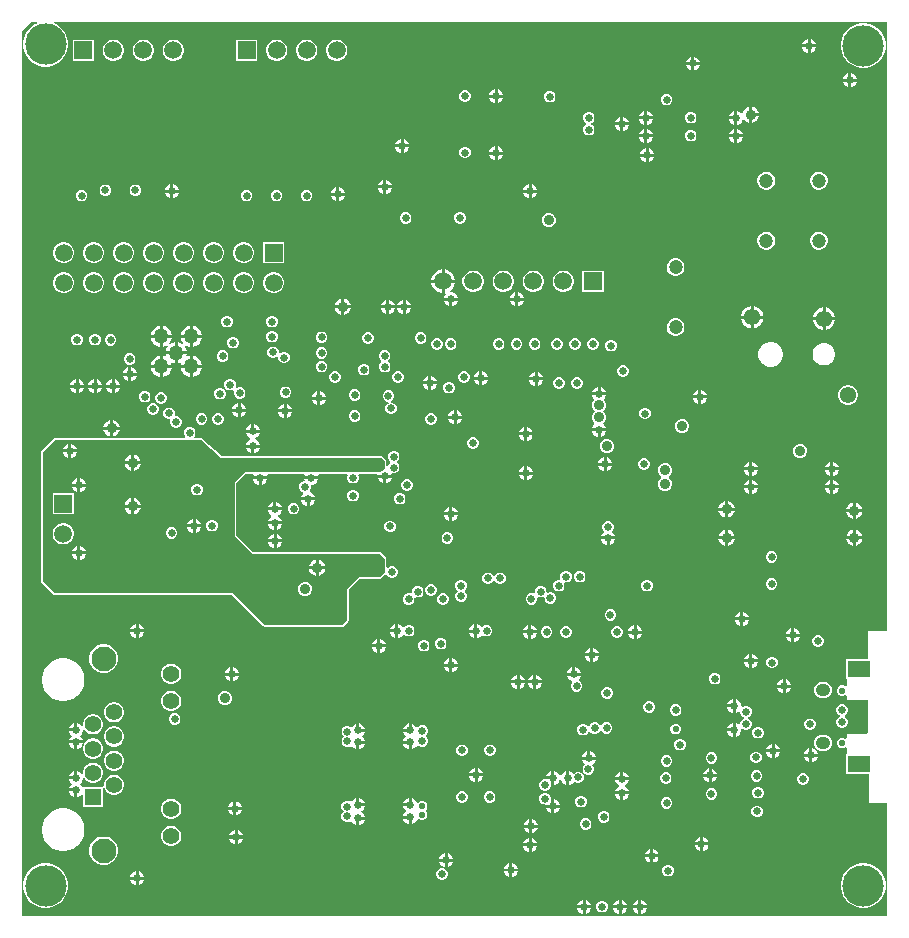
<source format=gbl>
G04*
G04 #@! TF.GenerationSoftware,Altium Limited,Altium Designer,21.2.0 (30)*
G04*
G04 Layer_Physical_Order=6*
G04 Layer_Color=16711680*
%FSLAX42Y42*%
%MOMM*%
G71*
G04*
G04 #@! TF.SameCoordinates,D999A20B-9D91-44AD-AEE9-92838A49E7E3*
G04*
G04*
G04 #@! TF.FilePolarity,Positive*
G04*
G01*
G75*
%ADD116C,1.50*%
%ADD135C,3.50*%
%ADD136C,1.20*%
%ADD137R,1.40X1.40*%
%ADD138C,1.40*%
%ADD139C,2.10*%
%ADD140R,1.50X1.50*%
%ADD141R,1.50X1.50*%
%ADD142O,1.25X1.05*%
%ADD143R,1.90X1.40*%
%ADD144C,0.68*%
%ADD145C,0.58*%
%ADD146C,0.88*%
%ADD147C,0.66*%
%ADD148C,1.38*%
%ADD149C,1.27*%
G36*
X7379Y2413D02*
X7214D01*
Y2170D01*
X7027D01*
Y2000D01*
X7036D01*
Y1947D01*
X7023Y1942D01*
X7023Y1942D01*
X7006Y1949D01*
X6989D01*
X6973Y1942D01*
X6960Y1930D01*
X6954Y1914D01*
Y1896D01*
X6960Y1880D01*
X6973Y1868D01*
X6989Y1861D01*
X7006D01*
X7023Y1868D01*
X7023Y1868D01*
X7036Y1863D01*
Y1829D01*
X7214D01*
Y1549D01*
X7201Y1537D01*
X7036D01*
Y1503D01*
X7023Y1497D01*
X7023Y1498D01*
X7006Y1505D01*
X6989D01*
X6973Y1498D01*
X6960Y1485D01*
X6954Y1469D01*
Y1452D01*
X6960Y1436D01*
X6973Y1423D01*
X6989Y1416D01*
X7006D01*
X7023Y1423D01*
X7023Y1424D01*
X7036Y1418D01*
Y1370D01*
X7027D01*
Y1200D01*
X7226D01*
Y952D01*
X7379D01*
Y0D01*
X51D01*
Y7493D01*
X127Y7569D01*
X184D01*
X187Y7557D01*
X164Y7547D01*
X133Y7526D01*
X106Y7500D01*
X86Y7469D01*
X71Y7434D01*
X64Y7397D01*
Y7360D01*
X71Y7323D01*
X86Y7289D01*
X106Y7258D01*
X133Y7231D01*
X164Y7210D01*
X199Y7196D01*
X235Y7189D01*
X273D01*
X309Y7196D01*
X344Y7210D01*
X375Y7231D01*
X402Y7258D01*
X422Y7289D01*
X437Y7323D01*
X444Y7360D01*
Y7397D01*
X437Y7434D01*
X422Y7469D01*
X402Y7500D01*
X375Y7526D01*
X344Y7547D01*
X321Y7557D01*
X324Y7569D01*
X7379D01*
Y2413D01*
D02*
G37*
%LPC*%
G36*
X6731Y7425D02*
Y7379D01*
X6777D01*
X6769Y7400D01*
X6752Y7416D01*
X6731Y7425D01*
D02*
G37*
G36*
X6706D02*
X6685Y7416D01*
X6668Y7400D01*
X6659Y7379D01*
X6706D01*
Y7425D01*
D02*
G37*
G36*
X6777Y7353D02*
X6731D01*
Y7307D01*
X6752Y7316D01*
X6769Y7332D01*
X6777Y7353D01*
D02*
G37*
G36*
X6706D02*
X6659D01*
X6668Y7332D01*
X6685Y7316D01*
X6706Y7307D01*
Y7353D01*
D02*
G37*
G36*
X2730Y7418D02*
X2706D01*
X2683Y7412D01*
X2663Y7400D01*
X2646Y7383D01*
X2634Y7363D01*
X2628Y7340D01*
Y7316D01*
X2634Y7293D01*
X2646Y7273D01*
X2663Y7256D01*
X2683Y7244D01*
X2706Y7238D01*
X2730D01*
X2753Y7244D01*
X2773Y7256D01*
X2790Y7273D01*
X2802Y7293D01*
X2808Y7316D01*
Y7340D01*
X2802Y7363D01*
X2790Y7383D01*
X2773Y7400D01*
X2753Y7412D01*
X2730Y7418D01*
D02*
G37*
G36*
X2476D02*
X2452D01*
X2429Y7412D01*
X2409Y7400D01*
X2392Y7383D01*
X2380Y7363D01*
X2374Y7340D01*
Y7316D01*
X2380Y7293D01*
X2392Y7273D01*
X2409Y7256D01*
X2429Y7244D01*
X2452Y7238D01*
X2476D01*
X2499Y7244D01*
X2519Y7256D01*
X2536Y7273D01*
X2548Y7293D01*
X2554Y7316D01*
Y7340D01*
X2548Y7363D01*
X2536Y7383D01*
X2519Y7400D01*
X2499Y7412D01*
X2476Y7418D01*
D02*
G37*
G36*
X2222D02*
X2198D01*
X2175Y7412D01*
X2155Y7400D01*
X2138Y7383D01*
X2126Y7363D01*
X2120Y7340D01*
Y7316D01*
X2126Y7293D01*
X2138Y7273D01*
X2155Y7256D01*
X2175Y7244D01*
X2198Y7238D01*
X2222D01*
X2245Y7244D01*
X2265Y7256D01*
X2282Y7273D01*
X2294Y7293D01*
X2300Y7316D01*
Y7340D01*
X2294Y7363D01*
X2282Y7383D01*
X2265Y7400D01*
X2245Y7412D01*
X2222Y7418D01*
D02*
G37*
G36*
X2046D02*
X1866D01*
Y7238D01*
X2046D01*
Y7418D01*
D02*
G37*
G36*
X1345D02*
X1322D01*
X1299Y7412D01*
X1278Y7400D01*
X1261Y7383D01*
X1250Y7363D01*
X1244Y7340D01*
Y7316D01*
X1250Y7293D01*
X1261Y7273D01*
X1278Y7256D01*
X1299Y7244D01*
X1322Y7238D01*
X1345D01*
X1368Y7244D01*
X1389Y7256D01*
X1406Y7273D01*
X1417Y7293D01*
X1423Y7316D01*
Y7340D01*
X1417Y7363D01*
X1406Y7383D01*
X1389Y7400D01*
X1368Y7412D01*
X1345Y7418D01*
D02*
G37*
G36*
X1091D02*
X1068D01*
X1045Y7412D01*
X1024Y7400D01*
X1007Y7383D01*
X996Y7363D01*
X990Y7340D01*
Y7316D01*
X996Y7293D01*
X1007Y7273D01*
X1024Y7256D01*
X1045Y7244D01*
X1068Y7238D01*
X1091D01*
X1114Y7244D01*
X1135Y7256D01*
X1152Y7273D01*
X1163Y7293D01*
X1169Y7316D01*
Y7340D01*
X1163Y7363D01*
X1152Y7383D01*
X1135Y7400D01*
X1114Y7412D01*
X1091Y7418D01*
D02*
G37*
G36*
X837D02*
X814D01*
X791Y7412D01*
X770Y7400D01*
X753Y7383D01*
X742Y7363D01*
X736Y7340D01*
Y7316D01*
X742Y7293D01*
X753Y7273D01*
X770Y7256D01*
X791Y7244D01*
X814Y7238D01*
X837D01*
X860Y7244D01*
X881Y7256D01*
X898Y7273D01*
X909Y7293D01*
X915Y7316D01*
Y7340D01*
X909Y7363D01*
X898Y7383D01*
X881Y7400D01*
X860Y7412D01*
X837Y7418D01*
D02*
G37*
G36*
X661D02*
X482D01*
Y7238D01*
X661D01*
Y7418D01*
D02*
G37*
G36*
X5746Y7274D02*
Y7227D01*
X5793D01*
X5784Y7248D01*
X5767Y7265D01*
X5746Y7274D01*
D02*
G37*
G36*
X5721D02*
X5700Y7265D01*
X5683Y7248D01*
X5675Y7227D01*
X5721D01*
Y7274D01*
D02*
G37*
G36*
X7194Y7556D02*
X7157D01*
X7120Y7549D01*
X7086Y7534D01*
X7054Y7514D01*
X7028Y7487D01*
X7007Y7456D01*
X6993Y7421D01*
X6986Y7385D01*
Y7347D01*
X6993Y7311D01*
X7007Y7276D01*
X7028Y7245D01*
X7054Y7218D01*
X7086Y7198D01*
X7120Y7183D01*
X7157Y7176D01*
X7194D01*
X7231Y7183D01*
X7265Y7198D01*
X7297Y7218D01*
X7323Y7245D01*
X7344Y7276D01*
X7358Y7311D01*
X7365Y7347D01*
Y7385D01*
X7358Y7421D01*
X7344Y7456D01*
X7323Y7487D01*
X7297Y7514D01*
X7265Y7534D01*
X7231Y7549D01*
X7194Y7556D01*
D02*
G37*
G36*
X5793Y7202D02*
X5746D01*
Y7156D01*
X5767Y7164D01*
X5784Y7181D01*
X5793Y7202D01*
D02*
G37*
G36*
X5721D02*
X5675D01*
X5683Y7181D01*
X5700Y7164D01*
X5721Y7156D01*
Y7202D01*
D02*
G37*
G36*
X7074Y7133D02*
Y7087D01*
X7120D01*
X7112Y7108D01*
X7095Y7124D01*
X7074Y7133D01*
D02*
G37*
G36*
X7049D02*
X7028Y7124D01*
X7011Y7108D01*
X7002Y7087D01*
X7049D01*
Y7133D01*
D02*
G37*
G36*
X7120Y7061D02*
X7074D01*
Y7015D01*
X7095Y7024D01*
X7112Y7040D01*
X7120Y7061D01*
D02*
G37*
G36*
X7049D02*
X7002D01*
X7011Y7040D01*
X7028Y7024D01*
X7049Y7015D01*
Y7061D01*
D02*
G37*
G36*
X4080Y6997D02*
Y6950D01*
X4127D01*
X4118Y6971D01*
X4101Y6988D01*
X4080Y6997D01*
D02*
G37*
G36*
X4055D02*
X4034Y6988D01*
X4017Y6971D01*
X4009Y6950D01*
X4055D01*
Y6997D01*
D02*
G37*
G36*
X3816Y6987D02*
X3797D01*
X3779Y6979D01*
X3765Y6966D01*
X3757Y6948D01*
Y6928D01*
X3765Y6910D01*
X3779Y6896D01*
X3797Y6889D01*
X3816D01*
X3834Y6896D01*
X3848Y6910D01*
X3855Y6928D01*
Y6948D01*
X3848Y6966D01*
X3834Y6979D01*
X3816Y6987D01*
D02*
G37*
G36*
X4531Y6983D02*
X4511D01*
X4493Y6976D01*
X4480Y6962D01*
X4472Y6944D01*
Y6924D01*
X4480Y6906D01*
X4493Y6893D01*
X4511Y6885D01*
X4531D01*
X4549Y6893D01*
X4563Y6906D01*
X4570Y6924D01*
Y6944D01*
X4563Y6962D01*
X4549Y6976D01*
X4531Y6983D01*
D02*
G37*
G36*
X4127Y6925D02*
X4080D01*
Y6879D01*
X4101Y6887D01*
X4118Y6904D01*
X4127Y6925D01*
D02*
G37*
G36*
X4055D02*
X4009D01*
X4017Y6904D01*
X4034Y6887D01*
X4055Y6879D01*
Y6925D01*
D02*
G37*
G36*
X5522Y6958D02*
X5502D01*
X5484Y6950D01*
X5470Y6937D01*
X5463Y6919D01*
Y6899D01*
X5470Y6881D01*
X5484Y6867D01*
X5502Y6860D01*
X5522D01*
X5540Y6867D01*
X5553Y6881D01*
X5561Y6899D01*
Y6919D01*
X5553Y6937D01*
X5540Y6950D01*
X5522Y6958D01*
D02*
G37*
G36*
X6210Y6850D02*
X6196Y6846D01*
X6180Y6837D01*
X6167Y6824D01*
X6158Y6809D01*
X6156Y6798D01*
X6142Y6795D01*
X6130Y6807D01*
X6109Y6815D01*
Y6756D01*
Y6697D01*
X6130Y6706D01*
X6146Y6723D01*
X6153Y6739D01*
X6167Y6740D01*
X6167Y6739D01*
X6180Y6726D01*
X6196Y6717D01*
X6210Y6713D01*
Y6782D01*
Y6850D01*
D02*
G37*
G36*
X6236D02*
Y6794D01*
X6291D01*
X6288Y6809D01*
X6279Y6824D01*
X6266Y6837D01*
X6250Y6846D01*
X6236Y6850D01*
D02*
G37*
G36*
X6083Y6815D02*
X6062Y6807D01*
X6046Y6790D01*
X6037Y6769D01*
X6083D01*
Y6815D01*
D02*
G37*
G36*
X5347D02*
Y6769D01*
X5393D01*
X5384Y6790D01*
X5368Y6807D01*
X5347Y6815D01*
D02*
G37*
G36*
X5321D02*
X5300Y6807D01*
X5284Y6790D01*
X5275Y6769D01*
X5321D01*
Y6815D01*
D02*
G37*
G36*
X5144Y6765D02*
Y6718D01*
X5190D01*
X5181Y6739D01*
X5164Y6756D01*
X5144Y6765D01*
D02*
G37*
G36*
X5118D02*
X5097Y6756D01*
X5080Y6739D01*
X5072Y6718D01*
X5118D01*
Y6765D01*
D02*
G37*
G36*
X6291Y6769D02*
X6236D01*
Y6713D01*
X6250Y6717D01*
X6266Y6726D01*
X6279Y6739D01*
X6288Y6755D01*
X6291Y6769D01*
D02*
G37*
G36*
X5725Y6805D02*
X5705D01*
X5687Y6798D01*
X5673Y6784D01*
X5666Y6766D01*
Y6747D01*
X5673Y6729D01*
X5687Y6715D01*
X5705Y6707D01*
X5725D01*
X5743Y6715D01*
X5757Y6729D01*
X5764Y6747D01*
Y6766D01*
X5757Y6784D01*
X5743Y6798D01*
X5725Y6805D01*
D02*
G37*
G36*
X6083Y6744D02*
X6037D01*
X6046Y6723D01*
X6062Y6706D01*
X6083Y6697D01*
Y6744D01*
D02*
G37*
G36*
X5393D02*
X5347D01*
Y6697D01*
X5368Y6706D01*
X5384Y6723D01*
X5393Y6744D01*
D02*
G37*
G36*
X5321D02*
X5275D01*
X5284Y6723D01*
X5300Y6706D01*
X5321Y6697D01*
Y6744D01*
D02*
G37*
G36*
X5190Y6693D02*
X5144D01*
Y6647D01*
X5164Y6655D01*
X5181Y6672D01*
X5190Y6693D01*
D02*
G37*
G36*
X5118D02*
X5072D01*
X5080Y6672D01*
X5097Y6655D01*
X5118Y6647D01*
Y6693D01*
D02*
G37*
G36*
X6109Y6663D02*
Y6617D01*
X6155D01*
X6146Y6638D01*
X6130Y6654D01*
X6109Y6663D01*
D02*
G37*
G36*
X6083D02*
X6062Y6654D01*
X6046Y6638D01*
X6037Y6617D01*
X6083D01*
Y6663D01*
D02*
G37*
G36*
X5347D02*
Y6617D01*
X5393D01*
X5384Y6638D01*
X5368Y6654D01*
X5347Y6663D01*
D02*
G37*
G36*
X5321D02*
X5300Y6654D01*
X5284Y6638D01*
X5275Y6617D01*
X5321D01*
Y6663D01*
D02*
G37*
G36*
X4861Y6805D02*
X4842D01*
X4824Y6798D01*
X4810Y6784D01*
X4802Y6766D01*
Y6747D01*
X4810Y6729D01*
X4824Y6715D01*
X4829Y6712D01*
Y6699D01*
X4824Y6696D01*
X4810Y6683D01*
X4802Y6665D01*
Y6645D01*
X4810Y6627D01*
X4824Y6613D01*
X4842Y6606D01*
X4861D01*
X4879Y6613D01*
X4893Y6627D01*
X4900Y6645D01*
Y6665D01*
X4893Y6683D01*
X4879Y6696D01*
X4873Y6699D01*
Y6712D01*
X4879Y6715D01*
X4893Y6729D01*
X4900Y6747D01*
Y6766D01*
X4893Y6784D01*
X4879Y6798D01*
X4861Y6805D01*
D02*
G37*
G36*
X5725Y6653D02*
X5705D01*
X5687Y6646D01*
X5673Y6632D01*
X5666Y6614D01*
Y6594D01*
X5673Y6576D01*
X5687Y6562D01*
X5705Y6555D01*
X5725D01*
X5743Y6562D01*
X5757Y6576D01*
X5764Y6594D01*
Y6614D01*
X5757Y6632D01*
X5743Y6646D01*
X5725Y6653D01*
D02*
G37*
G36*
X6155Y6591D02*
X6109D01*
Y6545D01*
X6130Y6554D01*
X6146Y6570D01*
X6155Y6591D01*
D02*
G37*
G36*
X6083D02*
X6037D01*
X6046Y6570D01*
X6062Y6554D01*
X6083Y6545D01*
Y6591D01*
D02*
G37*
G36*
X5393D02*
X5347D01*
Y6545D01*
X5368Y6554D01*
X5384Y6570D01*
X5393Y6591D01*
D02*
G37*
G36*
X5321D02*
X5275D01*
X5284Y6570D01*
X5300Y6554D01*
X5321Y6545D01*
Y6591D01*
D02*
G37*
G36*
X3285Y6578D02*
Y6532D01*
X3332D01*
X3323Y6553D01*
X3306Y6569D01*
X3285Y6578D01*
D02*
G37*
G36*
X3260D02*
X3239Y6569D01*
X3222Y6553D01*
X3214Y6532D01*
X3260D01*
Y6578D01*
D02*
G37*
G36*
X4080Y6514D02*
Y6468D01*
X4127D01*
X4118Y6489D01*
X4101Y6506D01*
X4080Y6514D01*
D02*
G37*
G36*
X4055D02*
X4034Y6506D01*
X4017Y6489D01*
X4009Y6468D01*
X4055D01*
Y6514D01*
D02*
G37*
G36*
X3332Y6506D02*
X3285D01*
Y6460D01*
X3306Y6469D01*
X3323Y6485D01*
X3332Y6506D01*
D02*
G37*
G36*
X3260D02*
X3214D01*
X3222Y6485D01*
X3239Y6469D01*
X3260Y6460D01*
Y6506D01*
D02*
G37*
G36*
X5359Y6498D02*
Y6452D01*
X5406D01*
X5397Y6473D01*
X5380Y6489D01*
X5359Y6498D01*
D02*
G37*
G36*
X5334D02*
X5313Y6489D01*
X5296Y6473D01*
X5288Y6452D01*
X5334D01*
Y6498D01*
D02*
G37*
G36*
X3816Y6510D02*
X3797D01*
X3779Y6502D01*
X3765Y6488D01*
X3757Y6470D01*
Y6451D01*
X3765Y6433D01*
X3779Y6419D01*
X3797Y6412D01*
X3816D01*
X3834Y6419D01*
X3848Y6433D01*
X3855Y6451D01*
Y6470D01*
X3848Y6488D01*
X3834Y6502D01*
X3816Y6510D01*
D02*
G37*
G36*
X4127Y6443D02*
X4080D01*
Y6396D01*
X4101Y6405D01*
X4118Y6422D01*
X4127Y6443D01*
D02*
G37*
G36*
X4055D02*
X4009D01*
X4017Y6422D01*
X4034Y6405D01*
X4055Y6396D01*
Y6443D01*
D02*
G37*
G36*
X5406Y6426D02*
X5359D01*
Y6380D01*
X5380Y6389D01*
X5397Y6405D01*
X5406Y6426D01*
D02*
G37*
G36*
X5334D02*
X5288D01*
X5296Y6405D01*
X5313Y6389D01*
X5334Y6380D01*
Y6426D01*
D02*
G37*
G36*
X3137Y6231D02*
Y6185D01*
X3183D01*
X3175Y6206D01*
X3158Y6223D01*
X3137Y6231D01*
D02*
G37*
G36*
X3111D02*
X3091Y6223D01*
X3074Y6206D01*
X3065Y6185D01*
X3111D01*
Y6231D01*
D02*
G37*
G36*
X6810Y6298D02*
X6791D01*
X6772Y6293D01*
X6755Y6283D01*
X6741Y6269D01*
X6731Y6252D01*
X6726Y6233D01*
Y6213D01*
X6731Y6194D01*
X6741Y6177D01*
X6755Y6163D01*
X6772Y6153D01*
X6791Y6148D01*
X6810D01*
X6830Y6153D01*
X6847Y6163D01*
X6861Y6177D01*
X6870Y6194D01*
X6876Y6213D01*
Y6233D01*
X6870Y6252D01*
X6861Y6269D01*
X6847Y6283D01*
X6830Y6293D01*
X6810Y6298D01*
D02*
G37*
G36*
X6366D02*
X6346D01*
X6327Y6293D01*
X6310Y6283D01*
X6296Y6269D01*
X6286Y6252D01*
X6281Y6233D01*
Y6213D01*
X6286Y6194D01*
X6296Y6177D01*
X6310Y6163D01*
X6327Y6153D01*
X6346Y6148D01*
X6366D01*
X6385Y6153D01*
X6402Y6163D01*
X6416Y6177D01*
X6426Y6194D01*
X6431Y6213D01*
Y6233D01*
X6426Y6252D01*
X6416Y6269D01*
X6402Y6283D01*
X6385Y6293D01*
X6366Y6298D01*
D02*
G37*
G36*
X4369Y6193D02*
Y6147D01*
X4415D01*
X4406Y6168D01*
X4390Y6184D01*
X4369Y6193D01*
D02*
G37*
G36*
X4343D02*
X4322Y6184D01*
X4306Y6168D01*
X4297Y6147D01*
X4343D01*
Y6193D01*
D02*
G37*
G36*
X1334D02*
Y6147D01*
X1380D01*
X1371Y6168D01*
X1354Y6184D01*
X1334Y6193D01*
D02*
G37*
G36*
X1308D02*
X1287Y6184D01*
X1270Y6168D01*
X1262Y6147D01*
X1308D01*
Y6193D01*
D02*
G37*
G36*
X2739Y6167D02*
Y6120D01*
X2786D01*
X2777Y6141D01*
X2760Y6158D01*
X2739Y6167D01*
D02*
G37*
G36*
X2714D02*
X2693Y6158D01*
X2676Y6141D01*
X2668Y6120D01*
X2714D01*
Y6167D01*
D02*
G37*
G36*
X3183Y6160D02*
X3137D01*
Y6113D01*
X3158Y6122D01*
X3175Y6139D01*
X3183Y6160D01*
D02*
G37*
G36*
X3111D02*
X3065D01*
X3074Y6139D01*
X3091Y6122D01*
X3111Y6113D01*
Y6160D01*
D02*
G37*
G36*
X1024Y6190D02*
X1004D01*
X986Y6183D01*
X972Y6169D01*
X965Y6151D01*
Y6131D01*
X972Y6113D01*
X986Y6100D01*
X1004Y6092D01*
X1024D01*
X1042Y6100D01*
X1055Y6113D01*
X1063Y6131D01*
Y6151D01*
X1055Y6169D01*
X1042Y6183D01*
X1024Y6190D01*
D02*
G37*
G36*
X770D02*
X750D01*
X732Y6183D01*
X718Y6169D01*
X711Y6151D01*
Y6131D01*
X718Y6113D01*
X732Y6100D01*
X750Y6092D01*
X770D01*
X788Y6100D01*
X801Y6113D01*
X809Y6131D01*
Y6151D01*
X801Y6169D01*
X788Y6183D01*
X770Y6190D01*
D02*
G37*
G36*
X4415Y6121D02*
X4369D01*
Y6075D01*
X4390Y6084D01*
X4406Y6100D01*
X4415Y6121D01*
D02*
G37*
G36*
X4343D02*
X4297D01*
X4306Y6100D01*
X4322Y6084D01*
X4343Y6075D01*
Y6121D01*
D02*
G37*
G36*
X1380D02*
X1334D01*
Y6075D01*
X1354Y6084D01*
X1371Y6100D01*
X1380Y6121D01*
D02*
G37*
G36*
X1308D02*
X1262D01*
X1270Y6100D01*
X1287Y6084D01*
X1308Y6075D01*
Y6121D01*
D02*
G37*
G36*
X2786Y6095D02*
X2739D01*
Y6049D01*
X2760Y6057D01*
X2777Y6074D01*
X2786Y6095D01*
D02*
G37*
G36*
X2714D02*
X2668D01*
X2676Y6074D01*
X2693Y6057D01*
X2714Y6049D01*
Y6095D01*
D02*
G37*
G36*
X2474Y6145D02*
X2454D01*
X2436Y6138D01*
X2422Y6124D01*
X2415Y6106D01*
Y6086D01*
X2422Y6068D01*
X2436Y6054D01*
X2454Y6047D01*
X2474D01*
X2492Y6054D01*
X2505Y6068D01*
X2513Y6086D01*
Y6106D01*
X2505Y6124D01*
X2492Y6138D01*
X2474Y6145D01*
D02*
G37*
G36*
X2220D02*
X2200D01*
X2182Y6138D01*
X2168Y6124D01*
X2161Y6106D01*
Y6086D01*
X2168Y6068D01*
X2182Y6054D01*
X2200Y6047D01*
X2220D01*
X2238Y6054D01*
X2251Y6068D01*
X2259Y6086D01*
Y6106D01*
X2251Y6124D01*
X2238Y6138D01*
X2220Y6145D01*
D02*
G37*
G36*
X1966D02*
X1946D01*
X1928Y6138D01*
X1914Y6124D01*
X1907Y6106D01*
Y6086D01*
X1914Y6068D01*
X1928Y6054D01*
X1946Y6047D01*
X1966D01*
X1984Y6054D01*
X1997Y6068D01*
X2005Y6086D01*
Y6106D01*
X1997Y6124D01*
X1984Y6138D01*
X1966Y6145D01*
D02*
G37*
G36*
X569D02*
X549D01*
X531Y6138D01*
X517Y6124D01*
X510Y6106D01*
Y6086D01*
X517Y6068D01*
X531Y6054D01*
X549Y6047D01*
X569D01*
X587Y6054D01*
X600Y6068D01*
X608Y6086D01*
Y6106D01*
X600Y6124D01*
X587Y6138D01*
X569Y6145D01*
D02*
G37*
G36*
X3773Y5958D02*
X3753D01*
X3735Y5951D01*
X3721Y5937D01*
X3714Y5919D01*
Y5900D01*
X3721Y5882D01*
X3735Y5868D01*
X3753Y5860D01*
X3773D01*
X3791Y5868D01*
X3805Y5882D01*
X3812Y5900D01*
Y5919D01*
X3805Y5937D01*
X3791Y5951D01*
X3773Y5958D01*
D02*
G37*
G36*
X3312Y5954D02*
X3292D01*
X3274Y5947D01*
X3260Y5933D01*
X3253Y5915D01*
Y5896D01*
X3260Y5878D01*
X3274Y5864D01*
X3292Y5856D01*
X3312D01*
X3330Y5864D01*
X3344Y5878D01*
X3351Y5896D01*
Y5915D01*
X3344Y5933D01*
X3330Y5947D01*
X3312Y5954D01*
D02*
G37*
G36*
X4524Y5948D02*
X4501D01*
X4479Y5939D01*
X4462Y5922D01*
X4453Y5901D01*
Y5877D01*
X4462Y5856D01*
X4479Y5839D01*
X4501Y5830D01*
X4524D01*
X4546Y5839D01*
X4562Y5856D01*
X4571Y5877D01*
Y5901D01*
X4562Y5922D01*
X4546Y5939D01*
X4524Y5948D01*
D02*
G37*
G36*
X6810Y5790D02*
X6791D01*
X6772Y5785D01*
X6755Y5775D01*
X6741Y5761D01*
X6731Y5744D01*
X6726Y5725D01*
Y5705D01*
X6731Y5686D01*
X6741Y5669D01*
X6755Y5655D01*
X6772Y5645D01*
X6791Y5640D01*
X6810D01*
X6830Y5645D01*
X6847Y5655D01*
X6861Y5669D01*
X6870Y5686D01*
X6876Y5705D01*
Y5725D01*
X6870Y5744D01*
X6861Y5761D01*
X6847Y5775D01*
X6830Y5785D01*
X6810Y5790D01*
D02*
G37*
G36*
X6366D02*
X6346D01*
X6327Y5785D01*
X6310Y5775D01*
X6296Y5761D01*
X6286Y5744D01*
X6281Y5725D01*
Y5705D01*
X6286Y5686D01*
X6296Y5669D01*
X6310Y5655D01*
X6327Y5645D01*
X6346Y5640D01*
X6366D01*
X6385Y5645D01*
X6402Y5655D01*
X6416Y5669D01*
X6426Y5686D01*
X6431Y5705D01*
Y5725D01*
X6426Y5744D01*
X6416Y5761D01*
X6402Y5775D01*
X6385Y5785D01*
X6366Y5790D01*
D02*
G37*
G36*
X2274Y5703D02*
X2094D01*
Y5523D01*
X2274D01*
Y5703D01*
D02*
G37*
G36*
X1942D02*
X1919D01*
X1896Y5697D01*
X1875Y5685D01*
X1858Y5669D01*
X1847Y5648D01*
X1840Y5625D01*
Y5602D01*
X1847Y5579D01*
X1858Y5558D01*
X1875Y5541D01*
X1896Y5530D01*
X1919Y5523D01*
X1942D01*
X1965Y5530D01*
X1986Y5541D01*
X2002Y5558D01*
X2014Y5579D01*
X2020Y5602D01*
Y5625D01*
X2014Y5648D01*
X2002Y5669D01*
X1986Y5685D01*
X1965Y5697D01*
X1942Y5703D01*
D02*
G37*
G36*
X1688D02*
X1665D01*
X1642Y5697D01*
X1621Y5685D01*
X1604Y5669D01*
X1593Y5648D01*
X1586Y5625D01*
Y5602D01*
X1593Y5579D01*
X1604Y5558D01*
X1621Y5541D01*
X1642Y5530D01*
X1665Y5523D01*
X1688D01*
X1711Y5530D01*
X1732Y5541D01*
X1748Y5558D01*
X1760Y5579D01*
X1766Y5602D01*
Y5625D01*
X1760Y5648D01*
X1748Y5669D01*
X1732Y5685D01*
X1711Y5697D01*
X1688Y5703D01*
D02*
G37*
G36*
X1434D02*
X1411D01*
X1388Y5697D01*
X1367Y5685D01*
X1350Y5669D01*
X1339Y5648D01*
X1332Y5625D01*
Y5602D01*
X1339Y5579D01*
X1350Y5558D01*
X1367Y5541D01*
X1388Y5530D01*
X1411Y5523D01*
X1434D01*
X1457Y5530D01*
X1478Y5541D01*
X1494Y5558D01*
X1506Y5579D01*
X1512Y5602D01*
Y5625D01*
X1506Y5648D01*
X1494Y5669D01*
X1478Y5685D01*
X1457Y5697D01*
X1434Y5703D01*
D02*
G37*
G36*
X1180D02*
X1157D01*
X1134Y5697D01*
X1113Y5685D01*
X1096Y5669D01*
X1085Y5648D01*
X1078Y5625D01*
Y5602D01*
X1085Y5579D01*
X1096Y5558D01*
X1113Y5541D01*
X1134Y5530D01*
X1157Y5523D01*
X1180D01*
X1203Y5530D01*
X1224Y5541D01*
X1240Y5558D01*
X1252Y5579D01*
X1258Y5602D01*
Y5625D01*
X1252Y5648D01*
X1240Y5669D01*
X1224Y5685D01*
X1203Y5697D01*
X1180Y5703D01*
D02*
G37*
G36*
X926D02*
X903D01*
X880Y5697D01*
X859Y5685D01*
X842Y5669D01*
X831Y5648D01*
X824Y5625D01*
Y5602D01*
X831Y5579D01*
X842Y5558D01*
X859Y5541D01*
X880Y5530D01*
X903Y5523D01*
X926D01*
X949Y5530D01*
X970Y5541D01*
X986Y5558D01*
X998Y5579D01*
X1004Y5602D01*
Y5625D01*
X998Y5648D01*
X986Y5669D01*
X970Y5685D01*
X949Y5697D01*
X926Y5703D01*
D02*
G37*
G36*
X672D02*
X649D01*
X626Y5697D01*
X605Y5685D01*
X588Y5669D01*
X577Y5648D01*
X570Y5625D01*
Y5602D01*
X577Y5579D01*
X588Y5558D01*
X605Y5541D01*
X626Y5530D01*
X649Y5523D01*
X672D01*
X695Y5530D01*
X716Y5541D01*
X732Y5558D01*
X744Y5579D01*
X750Y5602D01*
Y5625D01*
X744Y5648D01*
X732Y5669D01*
X716Y5685D01*
X695Y5697D01*
X672Y5703D01*
D02*
G37*
G36*
X418D02*
X395D01*
X372Y5697D01*
X351Y5685D01*
X334Y5669D01*
X323Y5648D01*
X316Y5625D01*
Y5602D01*
X323Y5579D01*
X334Y5558D01*
X351Y5541D01*
X372Y5530D01*
X395Y5523D01*
X418D01*
X441Y5530D01*
X462Y5541D01*
X478Y5558D01*
X490Y5579D01*
X496Y5602D01*
Y5625D01*
X490Y5648D01*
X478Y5669D01*
X462Y5685D01*
X441Y5697D01*
X418Y5703D01*
D02*
G37*
G36*
X5598Y5564D02*
X5578D01*
X5559Y5559D01*
X5542Y5549D01*
X5528Y5535D01*
X5518Y5518D01*
X5513Y5499D01*
Y5480D01*
X5518Y5460D01*
X5528Y5443D01*
X5542Y5429D01*
X5559Y5420D01*
X5578Y5414D01*
X5598D01*
X5617Y5420D01*
X5634Y5429D01*
X5648Y5443D01*
X5658Y5460D01*
X5663Y5480D01*
Y5499D01*
X5658Y5518D01*
X5648Y5535D01*
X5634Y5549D01*
X5617Y5559D01*
X5598Y5564D01*
D02*
G37*
G36*
X3633Y5472D02*
X3632D01*
Y5385D01*
X3720D01*
Y5385D01*
X3713Y5411D01*
X3700Y5434D01*
X3681Y5452D01*
X3658Y5466D01*
X3633Y5472D01*
D02*
G37*
G36*
X3607D02*
X3606D01*
X3581Y5466D01*
X3558Y5452D01*
X3539Y5434D01*
X3526Y5411D01*
X3519Y5385D01*
Y5385D01*
X3607D01*
Y5472D01*
D02*
G37*
G36*
X4979Y5462D02*
X4799D01*
Y5282D01*
X4979D01*
Y5462D01*
D02*
G37*
G36*
X4647D02*
X4624D01*
X4601Y5456D01*
X4580Y5444D01*
X4563Y5427D01*
X4552Y5407D01*
X4546Y5384D01*
Y5360D01*
X4552Y5337D01*
X4563Y5317D01*
X4580Y5300D01*
X4601Y5288D01*
X4624Y5282D01*
X4647D01*
X4670Y5288D01*
X4691Y5300D01*
X4708Y5317D01*
X4719Y5337D01*
X4726Y5360D01*
Y5384D01*
X4719Y5407D01*
X4708Y5427D01*
X4691Y5444D01*
X4670Y5456D01*
X4647Y5462D01*
D02*
G37*
G36*
X4393D02*
X4370D01*
X4347Y5456D01*
X4326Y5444D01*
X4309Y5427D01*
X4298Y5407D01*
X4292Y5384D01*
Y5360D01*
X4298Y5337D01*
X4309Y5317D01*
X4326Y5300D01*
X4347Y5288D01*
X4370Y5282D01*
X4393D01*
X4416Y5288D01*
X4437Y5300D01*
X4454Y5317D01*
X4465Y5337D01*
X4472Y5360D01*
Y5384D01*
X4465Y5407D01*
X4454Y5427D01*
X4437Y5444D01*
X4416Y5456D01*
X4393Y5462D01*
D02*
G37*
G36*
X4139D02*
X4116D01*
X4093Y5456D01*
X4072Y5444D01*
X4055Y5427D01*
X4044Y5407D01*
X4038Y5384D01*
Y5360D01*
X4044Y5337D01*
X4055Y5317D01*
X4072Y5300D01*
X4093Y5288D01*
X4116Y5282D01*
X4139D01*
X4162Y5288D01*
X4183Y5300D01*
X4200Y5317D01*
X4211Y5337D01*
X4217Y5360D01*
Y5384D01*
X4211Y5407D01*
X4200Y5427D01*
X4183Y5444D01*
X4162Y5456D01*
X4139Y5462D01*
D02*
G37*
G36*
X3885D02*
X3862D01*
X3839Y5456D01*
X3818Y5444D01*
X3801Y5427D01*
X3790Y5407D01*
X3783Y5384D01*
Y5360D01*
X3790Y5337D01*
X3801Y5317D01*
X3818Y5300D01*
X3839Y5288D01*
X3862Y5282D01*
X3885D01*
X3908Y5288D01*
X3929Y5300D01*
X3946Y5317D01*
X3957Y5337D01*
X3963Y5360D01*
Y5384D01*
X3957Y5407D01*
X3946Y5427D01*
X3929Y5444D01*
X3908Y5456D01*
X3885Y5462D01*
D02*
G37*
G36*
X3607Y5359D02*
X3519D01*
Y5359D01*
X3526Y5333D01*
X3539Y5310D01*
X3558Y5292D01*
X3581Y5279D01*
X3606Y5272D01*
X3607D01*
Y5359D01*
D02*
G37*
G36*
X2196Y5449D02*
X2173D01*
X2150Y5443D01*
X2129Y5431D01*
X2112Y5415D01*
X2101Y5394D01*
X2094Y5371D01*
Y5348D01*
X2101Y5325D01*
X2112Y5304D01*
X2129Y5287D01*
X2150Y5276D01*
X2173Y5269D01*
X2196D01*
X2219Y5276D01*
X2240Y5287D01*
X2256Y5304D01*
X2268Y5325D01*
X2274Y5348D01*
Y5371D01*
X2268Y5394D01*
X2256Y5415D01*
X2240Y5431D01*
X2219Y5443D01*
X2196Y5449D01*
D02*
G37*
G36*
X1942D02*
X1919D01*
X1896Y5443D01*
X1875Y5431D01*
X1858Y5415D01*
X1847Y5394D01*
X1840Y5371D01*
Y5348D01*
X1847Y5325D01*
X1858Y5304D01*
X1875Y5287D01*
X1896Y5276D01*
X1919Y5269D01*
X1942D01*
X1965Y5276D01*
X1986Y5287D01*
X2002Y5304D01*
X2014Y5325D01*
X2020Y5348D01*
Y5371D01*
X2014Y5394D01*
X2002Y5415D01*
X1986Y5431D01*
X1965Y5443D01*
X1942Y5449D01*
D02*
G37*
G36*
X1688D02*
X1665D01*
X1642Y5443D01*
X1621Y5431D01*
X1604Y5415D01*
X1593Y5394D01*
X1586Y5371D01*
Y5348D01*
X1593Y5325D01*
X1604Y5304D01*
X1621Y5287D01*
X1642Y5276D01*
X1665Y5269D01*
X1688D01*
X1711Y5276D01*
X1732Y5287D01*
X1748Y5304D01*
X1760Y5325D01*
X1766Y5348D01*
Y5371D01*
X1760Y5394D01*
X1748Y5415D01*
X1732Y5431D01*
X1711Y5443D01*
X1688Y5449D01*
D02*
G37*
G36*
X1434D02*
X1411D01*
X1388Y5443D01*
X1367Y5431D01*
X1350Y5415D01*
X1339Y5394D01*
X1332Y5371D01*
Y5348D01*
X1339Y5325D01*
X1350Y5304D01*
X1367Y5287D01*
X1388Y5276D01*
X1411Y5269D01*
X1434D01*
X1457Y5276D01*
X1478Y5287D01*
X1494Y5304D01*
X1506Y5325D01*
X1512Y5348D01*
Y5371D01*
X1506Y5394D01*
X1494Y5415D01*
X1478Y5431D01*
X1457Y5443D01*
X1434Y5449D01*
D02*
G37*
G36*
X1180D02*
X1157D01*
X1134Y5443D01*
X1113Y5431D01*
X1096Y5415D01*
X1085Y5394D01*
X1078Y5371D01*
Y5348D01*
X1085Y5325D01*
X1096Y5304D01*
X1113Y5287D01*
X1134Y5276D01*
X1157Y5269D01*
X1180D01*
X1203Y5276D01*
X1224Y5287D01*
X1240Y5304D01*
X1252Y5325D01*
X1258Y5348D01*
Y5371D01*
X1252Y5394D01*
X1240Y5415D01*
X1224Y5431D01*
X1203Y5443D01*
X1180Y5449D01*
D02*
G37*
G36*
X926D02*
X903D01*
X880Y5443D01*
X859Y5431D01*
X842Y5415D01*
X831Y5394D01*
X824Y5371D01*
Y5348D01*
X831Y5325D01*
X842Y5304D01*
X859Y5287D01*
X880Y5276D01*
X903Y5269D01*
X926D01*
X949Y5276D01*
X970Y5287D01*
X986Y5304D01*
X998Y5325D01*
X1004Y5348D01*
Y5371D01*
X998Y5394D01*
X986Y5415D01*
X970Y5431D01*
X949Y5443D01*
X926Y5449D01*
D02*
G37*
G36*
X672D02*
X649D01*
X626Y5443D01*
X605Y5431D01*
X588Y5415D01*
X577Y5394D01*
X570Y5371D01*
Y5348D01*
X577Y5325D01*
X588Y5304D01*
X605Y5287D01*
X626Y5276D01*
X649Y5269D01*
X672D01*
X695Y5276D01*
X716Y5287D01*
X732Y5304D01*
X744Y5325D01*
X750Y5348D01*
Y5371D01*
X744Y5394D01*
X732Y5415D01*
X716Y5431D01*
X695Y5443D01*
X672Y5449D01*
D02*
G37*
G36*
X418D02*
X395D01*
X372Y5443D01*
X351Y5431D01*
X334Y5415D01*
X323Y5394D01*
X316Y5371D01*
Y5348D01*
X323Y5325D01*
X334Y5304D01*
X351Y5287D01*
X372Y5276D01*
X395Y5269D01*
X418D01*
X441Y5276D01*
X462Y5287D01*
X478Y5304D01*
X490Y5325D01*
X496Y5348D01*
Y5371D01*
X490Y5394D01*
X478Y5415D01*
X462Y5431D01*
X441Y5443D01*
X418Y5449D01*
D02*
G37*
G36*
X4254Y5279D02*
Y5232D01*
X4301D01*
X4292Y5253D01*
X4275Y5270D01*
X4254Y5279D01*
D02*
G37*
G36*
X4229D02*
X4208Y5270D01*
X4191Y5253D01*
X4183Y5232D01*
X4229D01*
Y5279D01*
D02*
G37*
G36*
X3720Y5359D02*
X3632D01*
Y5272D01*
X3633D01*
X3633Y5272D01*
X3640Y5260D01*
X3633Y5253D01*
X3624Y5232D01*
X3742D01*
X3733Y5253D01*
X3717Y5270D01*
X3695Y5279D01*
X3685D01*
X3681Y5292D01*
X3681Y5292D01*
X3700Y5310D01*
X3713Y5333D01*
X3720Y5359D01*
Y5359D01*
D02*
G37*
G36*
X3302Y5215D02*
Y5169D01*
X3348D01*
X3340Y5190D01*
X3323Y5207D01*
X3302Y5215D01*
D02*
G37*
G36*
X3277D02*
X3256Y5207D01*
X3239Y5190D01*
X3230Y5169D01*
X3277D01*
Y5215D01*
D02*
G37*
G36*
X3162D02*
Y5169D01*
X3209D01*
X3200Y5190D01*
X3183Y5207D01*
X3162Y5215D01*
D02*
G37*
G36*
X3137D02*
X3116Y5207D01*
X3099Y5190D01*
X3091Y5169D01*
X3137D01*
Y5215D01*
D02*
G37*
G36*
X2781Y5225D02*
Y5169D01*
X2837D01*
X2833Y5183D01*
X2824Y5199D01*
X2811Y5212D01*
X2795Y5221D01*
X2781Y5225D01*
D02*
G37*
G36*
X2756D02*
X2742Y5221D01*
X2726Y5212D01*
X2713Y5199D01*
X2704Y5183D01*
X2700Y5169D01*
X2756D01*
Y5225D01*
D02*
G37*
G36*
X4301Y5207D02*
X4254D01*
Y5161D01*
X4275Y5169D01*
X4292Y5186D01*
X4301Y5207D01*
D02*
G37*
G36*
X4229D02*
X4183D01*
X4191Y5186D01*
X4208Y5169D01*
X4229Y5161D01*
Y5207D01*
D02*
G37*
G36*
X3742D02*
X3696D01*
Y5161D01*
X3717Y5169D01*
X3733Y5186D01*
X3742Y5207D01*
D02*
G37*
G36*
X3670D02*
X3624D01*
X3633Y5186D01*
X3649Y5169D01*
X3670Y5161D01*
Y5207D01*
D02*
G37*
G36*
X3348Y5144D02*
X3302D01*
Y5097D01*
X3323Y5106D01*
X3340Y5123D01*
X3348Y5144D01*
D02*
G37*
G36*
X3277D02*
X3230D01*
X3239Y5123D01*
X3256Y5106D01*
X3277Y5097D01*
Y5144D01*
D02*
G37*
G36*
X3209D02*
X3162D01*
Y5097D01*
X3183Y5106D01*
X3200Y5123D01*
X3209Y5144D01*
D02*
G37*
G36*
X3137D02*
X3091D01*
X3099Y5123D01*
X3116Y5106D01*
X3137Y5097D01*
Y5144D01*
D02*
G37*
G36*
X2837D02*
X2781D01*
Y5088D01*
X2795Y5092D01*
X2811Y5101D01*
X2824Y5114D01*
X2833Y5129D01*
X2837Y5144D01*
D02*
G37*
G36*
X2756D02*
X2700D01*
X2704Y5129D01*
X2713Y5114D01*
X2726Y5101D01*
X2742Y5092D01*
X2756Y5088D01*
Y5144D01*
D02*
G37*
G36*
X6248Y5162D02*
Y5080D01*
X6330D01*
X6324Y5104D01*
X6311Y5125D01*
X6294Y5143D01*
X6272Y5155D01*
X6248Y5162D01*
D02*
G37*
G36*
X6223D02*
X6199Y5155D01*
X6178Y5143D01*
X6160Y5125D01*
X6148Y5104D01*
X6141Y5080D01*
X6223D01*
Y5162D01*
D02*
G37*
G36*
X6858Y5149D02*
Y5067D01*
X6940D01*
X6933Y5091D01*
X6921Y5113D01*
X6903Y5130D01*
X6882Y5143D01*
X6858Y5149D01*
D02*
G37*
G36*
X6833D02*
X6809Y5143D01*
X6787Y5130D01*
X6770Y5113D01*
X6757Y5091D01*
X6751Y5067D01*
X6833D01*
Y5149D01*
D02*
G37*
G36*
X2181Y5078D02*
X2162D01*
X2144Y5071D01*
X2130Y5057D01*
X2123Y5039D01*
Y5019D01*
X2130Y5001D01*
X2144Y4988D01*
X2162Y4980D01*
X2181D01*
X2199Y4988D01*
X2213Y5001D01*
X2221Y5019D01*
Y5039D01*
X2213Y5057D01*
X2199Y5071D01*
X2181Y5078D01*
D02*
G37*
G36*
X1800D02*
X1781D01*
X1763Y5071D01*
X1749Y5057D01*
X1742Y5039D01*
Y5019D01*
X1749Y5001D01*
X1763Y4988D01*
X1781Y4980D01*
X1800D01*
X1818Y4988D01*
X1832Y5001D01*
X1840Y5019D01*
Y5039D01*
X1832Y5057D01*
X1818Y5071D01*
X1800Y5078D01*
D02*
G37*
G36*
X6330Y5055D02*
X6248D01*
Y4973D01*
X6272Y4979D01*
X6294Y4992D01*
X6311Y5009D01*
X6324Y5031D01*
X6330Y5055D01*
D02*
G37*
G36*
X6223D02*
X6141D01*
X6148Y5031D01*
X6160Y5009D01*
X6178Y4992D01*
X6199Y4979D01*
X6223Y4973D01*
Y5055D01*
D02*
G37*
G36*
X6940Y5042D02*
X6858D01*
Y4960D01*
X6882Y4967D01*
X6903Y4979D01*
X6921Y4997D01*
X6933Y5018D01*
X6940Y5042D01*
D02*
G37*
G36*
X6833D02*
X6751D01*
X6757Y5018D01*
X6770Y4997D01*
X6787Y4979D01*
X6809Y4967D01*
X6833Y4960D01*
Y5042D01*
D02*
G37*
G36*
X1498Y4995D02*
Y4919D01*
X1574D01*
X1568Y4941D01*
X1557Y4961D01*
X1540Y4978D01*
X1520Y4989D01*
X1498Y4995D01*
D02*
G37*
G36*
X1473D02*
X1451Y4989D01*
X1431Y4978D01*
X1414Y4961D01*
X1403Y4941D01*
X1397Y4919D01*
X1473D01*
Y4995D01*
D02*
G37*
G36*
X1244D02*
Y4919D01*
X1320D01*
X1314Y4941D01*
X1303Y4961D01*
X1286Y4978D01*
X1266Y4989D01*
X1244Y4995D01*
D02*
G37*
G36*
X1219D02*
X1197Y4989D01*
X1177Y4978D01*
X1160Y4961D01*
X1149Y4941D01*
X1143Y4919D01*
X1219D01*
Y4995D01*
D02*
G37*
G36*
X5598Y5056D02*
X5578D01*
X5559Y5051D01*
X5542Y5041D01*
X5528Y5027D01*
X5518Y5010D01*
X5513Y4991D01*
Y4972D01*
X5518Y4952D01*
X5528Y4935D01*
X5542Y4921D01*
X5559Y4912D01*
X5578Y4906D01*
X5598D01*
X5617Y4912D01*
X5634Y4921D01*
X5648Y4935D01*
X5658Y4952D01*
X5663Y4972D01*
Y4991D01*
X5658Y5010D01*
X5648Y5027D01*
X5634Y5041D01*
X5617Y5051D01*
X5598Y5056D01*
D02*
G37*
G36*
X2181Y4951D02*
X2162D01*
X2144Y4944D01*
X2130Y4930D01*
X2123Y4912D01*
Y4892D01*
X2130Y4874D01*
X2144Y4861D01*
X2162Y4853D01*
X2181D01*
X2199Y4861D01*
X2213Y4874D01*
X2221Y4892D01*
Y4912D01*
X2213Y4930D01*
X2199Y4944D01*
X2181Y4951D01*
D02*
G37*
G36*
X2601Y4945D02*
X2581D01*
X2563Y4938D01*
X2549Y4924D01*
X2542Y4906D01*
Y4886D01*
X2549Y4868D01*
X2563Y4855D01*
X2581Y4847D01*
X2601D01*
X2619Y4855D01*
X2632Y4868D01*
X2640Y4886D01*
Y4906D01*
X2632Y4924D01*
X2619Y4938D01*
X2601Y4945D01*
D02*
G37*
G36*
X1473Y4894D02*
X1397D01*
X1403Y4872D01*
X1414Y4852D01*
X1414Y4852D01*
X1407Y4842D01*
X1393Y4850D01*
X1371Y4856D01*
Y4780D01*
X1447D01*
X1441Y4801D01*
X1430Y4821D01*
X1429Y4822D01*
X1437Y4832D01*
X1451Y4824D01*
X1473Y4818D01*
Y4894D01*
D02*
G37*
G36*
X3439Y4938D02*
X3419D01*
X3401Y4931D01*
X3387Y4917D01*
X3380Y4899D01*
Y4880D01*
X3387Y4862D01*
X3401Y4848D01*
X3419Y4840D01*
X3439D01*
X3457Y4848D01*
X3471Y4862D01*
X3478Y4880D01*
Y4899D01*
X3471Y4917D01*
X3457Y4931D01*
X3439Y4938D01*
D02*
G37*
G36*
X2994D02*
X2975D01*
X2957Y4931D01*
X2943Y4917D01*
X2935Y4899D01*
Y4880D01*
X2943Y4862D01*
X2957Y4848D01*
X2975Y4840D01*
X2994D01*
X3012Y4848D01*
X3026Y4862D01*
X3033Y4880D01*
Y4899D01*
X3026Y4917D01*
X3012Y4931D01*
X2994Y4938D01*
D02*
G37*
G36*
X683Y4926D02*
X663D01*
X645Y4918D01*
X632Y4905D01*
X624Y4887D01*
Y4867D01*
X632Y4849D01*
X645Y4835D01*
X663Y4828D01*
X683D01*
X701Y4835D01*
X715Y4849D01*
X722Y4867D01*
Y4887D01*
X715Y4905D01*
X701Y4918D01*
X683Y4926D01*
D02*
G37*
G36*
X530D02*
X511D01*
X493Y4918D01*
X479Y4905D01*
X472Y4887D01*
Y4867D01*
X479Y4849D01*
X493Y4835D01*
X511Y4828D01*
X530D01*
X548Y4835D01*
X562Y4849D01*
X570Y4867D01*
Y4887D01*
X562Y4905D01*
X548Y4918D01*
X530Y4926D01*
D02*
G37*
G36*
X813Y4922D02*
X794D01*
X776Y4915D01*
X762Y4901D01*
X755Y4883D01*
Y4864D01*
X762Y4846D01*
X776Y4832D01*
X794Y4824D01*
X813D01*
X831Y4832D01*
X845Y4846D01*
X853Y4864D01*
Y4883D01*
X845Y4901D01*
X831Y4915D01*
X813Y4922D01*
D02*
G37*
G36*
X1574Y4894D02*
X1498D01*
Y4818D01*
X1520Y4824D01*
X1540Y4835D01*
X1557Y4852D01*
X1568Y4872D01*
X1574Y4894D01*
D02*
G37*
G36*
X1219D02*
X1143D01*
X1149Y4872D01*
X1160Y4852D01*
X1177Y4835D01*
X1197Y4824D01*
X1219Y4818D01*
Y4894D01*
D02*
G37*
G36*
X1851Y4900D02*
X1832D01*
X1814Y4893D01*
X1800Y4879D01*
X1792Y4861D01*
Y4842D01*
X1800Y4824D01*
X1814Y4810D01*
X1832Y4802D01*
X1851D01*
X1869Y4810D01*
X1883Y4824D01*
X1891Y4842D01*
Y4861D01*
X1883Y4879D01*
X1869Y4893D01*
X1851Y4900D01*
D02*
G37*
G36*
X4899Y4888D02*
X4880D01*
X4862Y4880D01*
X4848Y4866D01*
X4840Y4848D01*
Y4829D01*
X4848Y4811D01*
X4862Y4797D01*
X4880Y4790D01*
X4899D01*
X4917Y4797D01*
X4931Y4811D01*
X4938Y4829D01*
Y4848D01*
X4931Y4866D01*
X4917Y4880D01*
X4899Y4888D01*
D02*
G37*
G36*
X4747D02*
X4727D01*
X4709Y4880D01*
X4696Y4866D01*
X4688Y4848D01*
Y4829D01*
X4696Y4811D01*
X4709Y4797D01*
X4727Y4790D01*
X4747D01*
X4765Y4797D01*
X4779Y4811D01*
X4786Y4829D01*
Y4848D01*
X4779Y4866D01*
X4765Y4880D01*
X4747Y4888D01*
D02*
G37*
G36*
X4594D02*
X4575D01*
X4557Y4880D01*
X4543Y4866D01*
X4536Y4848D01*
Y4829D01*
X4543Y4811D01*
X4557Y4797D01*
X4575Y4790D01*
X4594D01*
X4612Y4797D01*
X4626Y4811D01*
X4634Y4829D01*
Y4848D01*
X4626Y4866D01*
X4612Y4880D01*
X4594Y4888D01*
D02*
G37*
G36*
X4404D02*
X4384D01*
X4366Y4880D01*
X4353Y4866D01*
X4345Y4848D01*
Y4829D01*
X4353Y4811D01*
X4366Y4797D01*
X4384Y4790D01*
X4404D01*
X4422Y4797D01*
X4436Y4811D01*
X4443Y4829D01*
Y4848D01*
X4436Y4866D01*
X4422Y4880D01*
X4404Y4888D01*
D02*
G37*
G36*
X4252D02*
X4232D01*
X4214Y4880D01*
X4200Y4866D01*
X4193Y4848D01*
Y4829D01*
X4200Y4811D01*
X4214Y4797D01*
X4232Y4790D01*
X4252D01*
X4270Y4797D01*
X4283Y4811D01*
X4291Y4829D01*
Y4848D01*
X4283Y4866D01*
X4270Y4880D01*
X4252Y4888D01*
D02*
G37*
G36*
X4099D02*
X4080D01*
X4062Y4880D01*
X4048Y4866D01*
X4040Y4848D01*
Y4829D01*
X4048Y4811D01*
X4062Y4797D01*
X4080Y4790D01*
X4099D01*
X4117Y4797D01*
X4131Y4811D01*
X4138Y4829D01*
Y4848D01*
X4131Y4866D01*
X4117Y4880D01*
X4099Y4888D01*
D02*
G37*
G36*
X3693D02*
X3673D01*
X3655Y4880D01*
X3641Y4866D01*
X3634Y4848D01*
Y4829D01*
X3641Y4811D01*
X3655Y4797D01*
X3673Y4790D01*
X3693D01*
X3711Y4797D01*
X3725Y4811D01*
X3732Y4829D01*
Y4848D01*
X3725Y4866D01*
X3711Y4880D01*
X3693Y4888D01*
D02*
G37*
G36*
X3578D02*
X3559D01*
X3541Y4880D01*
X3527Y4866D01*
X3520Y4848D01*
Y4829D01*
X3527Y4811D01*
X3541Y4797D01*
X3559Y4790D01*
X3578D01*
X3596Y4797D01*
X3610Y4811D01*
X3618Y4829D01*
Y4848D01*
X3610Y4866D01*
X3596Y4880D01*
X3578Y4888D01*
D02*
G37*
G36*
X1320Y4894D02*
X1244D01*
Y4818D01*
X1266Y4824D01*
X1280Y4832D01*
X1287Y4822D01*
X1287Y4821D01*
X1276Y4801D01*
X1270Y4780D01*
X1346D01*
Y4856D01*
X1324Y4850D01*
X1310Y4842D01*
X1302Y4852D01*
X1303Y4852D01*
X1314Y4872D01*
X1320Y4894D01*
D02*
G37*
G36*
X5052Y4875D02*
X5032D01*
X5014Y4868D01*
X5000Y4854D01*
X4993Y4836D01*
Y4816D01*
X5000Y4798D01*
X5014Y4784D01*
X5032Y4777D01*
X5052D01*
X5070Y4784D01*
X5083Y4798D01*
X5091Y4816D01*
Y4836D01*
X5083Y4854D01*
X5070Y4868D01*
X5052Y4875D01*
D02*
G37*
G36*
X1346Y4754D02*
X1270D01*
X1272Y4746D01*
X1270Y4744D01*
X1261Y4737D01*
X1244Y4741D01*
Y4665D01*
X1320D01*
X1318Y4673D01*
X1319Y4676D01*
X1328Y4683D01*
X1346Y4678D01*
Y4754D01*
D02*
G37*
G36*
X2601Y4813D02*
X2581D01*
X2563Y4806D01*
X2549Y4792D01*
X2542Y4774D01*
Y4755D01*
X2549Y4737D01*
X2563Y4723D01*
X2581Y4715D01*
X2601D01*
X2619Y4723D01*
X2632Y4737D01*
X2640Y4755D01*
Y4774D01*
X2632Y4792D01*
X2619Y4806D01*
X2601Y4813D01*
D02*
G37*
G36*
X1762Y4785D02*
X1743D01*
X1725Y4777D01*
X1711Y4764D01*
X1704Y4746D01*
Y4726D01*
X1711Y4708D01*
X1725Y4694D01*
X1743Y4687D01*
X1762D01*
X1780Y4694D01*
X1794Y4708D01*
X1802Y4726D01*
Y4746D01*
X1794Y4764D01*
X1780Y4777D01*
X1762Y4785D01*
D02*
G37*
G36*
X2187Y4818D02*
X2168D01*
X2150Y4811D01*
X2136Y4797D01*
X2129Y4779D01*
Y4760D01*
X2136Y4742D01*
X2150Y4728D01*
X2168Y4720D01*
X2187D01*
X2205Y4728D01*
X2211Y4733D01*
X2224Y4728D01*
Y4715D01*
X2231Y4697D01*
X2245Y4684D01*
X2263Y4676D01*
X2282D01*
X2300Y4684D01*
X2314Y4697D01*
X2322Y4715D01*
Y4735D01*
X2314Y4753D01*
X2300Y4767D01*
X2282Y4774D01*
X2263D01*
X2245Y4767D01*
X2239Y4761D01*
X2227Y4766D01*
Y4779D01*
X2219Y4797D01*
X2205Y4811D01*
X2187Y4818D01*
D02*
G37*
G36*
X1498Y4741D02*
Y4665D01*
X1574D01*
X1568Y4687D01*
X1557Y4707D01*
X1540Y4724D01*
X1520Y4735D01*
X1498Y4741D01*
D02*
G37*
G36*
X1447Y4754D02*
X1371D01*
Y4678D01*
X1388Y4683D01*
X1397Y4676D01*
X1399Y4673D01*
X1397Y4665D01*
X1473D01*
Y4741D01*
X1455Y4737D01*
X1446Y4744D01*
X1445Y4746D01*
X1447Y4754D01*
D02*
G37*
G36*
X1219Y4741D02*
X1197Y4735D01*
X1177Y4724D01*
X1160Y4707D01*
X1149Y4687D01*
X1143Y4665D01*
X1219D01*
Y4741D01*
D02*
G37*
G36*
X975Y4761D02*
X955D01*
X937Y4753D01*
X924Y4739D01*
X916Y4721D01*
Y4702D01*
X924Y4684D01*
X937Y4670D01*
X955Y4663D01*
X975D01*
X993Y4670D01*
X1007Y4684D01*
X1014Y4702D01*
Y4721D01*
X1007Y4739D01*
X993Y4753D01*
X975Y4761D01*
D02*
G37*
G36*
X6857Y4848D02*
X6831D01*
X6807Y4841D01*
X6786Y4829D01*
X6768Y4811D01*
X6755Y4789D01*
X6749Y4765D01*
Y4740D01*
X6755Y4716D01*
X6768Y4694D01*
X6786Y4677D01*
X6807Y4664D01*
X6831Y4658D01*
X6857D01*
X6881Y4664D01*
X6902Y4677D01*
X6920Y4694D01*
X6933Y4716D01*
X6939Y4740D01*
Y4765D01*
X6933Y4789D01*
X6920Y4811D01*
X6902Y4829D01*
X6881Y4841D01*
X6857Y4848D01*
D02*
G37*
G36*
X6408Y4858D02*
X6380D01*
X6353Y4851D01*
X6330Y4837D01*
X6310Y4817D01*
X6296Y4793D01*
X6289Y4767D01*
Y4739D01*
X6296Y4712D01*
X6310Y4688D01*
X6330Y4669D01*
X6353Y4655D01*
X6380Y4648D01*
X6408D01*
X6435Y4655D01*
X6458Y4669D01*
X6478Y4688D01*
X6492Y4712D01*
X6499Y4739D01*
Y4767D01*
X6492Y4793D01*
X6478Y4817D01*
X6458Y4837D01*
X6435Y4851D01*
X6408Y4858D01*
D02*
G37*
G36*
X3134Y4786D02*
X3114D01*
X3096Y4779D01*
X3083Y4765D01*
X3075Y4747D01*
Y4727D01*
X3083Y4709D01*
X3091Y4701D01*
X3095Y4693D01*
X3091Y4684D01*
X3083Y4676D01*
X3075Y4658D01*
Y4638D01*
X3083Y4620D01*
X3096Y4607D01*
X3114Y4599D01*
X3134D01*
X3152Y4607D01*
X3166Y4620D01*
X3173Y4638D01*
Y4658D01*
X3166Y4676D01*
X3157Y4684D01*
X3153Y4693D01*
X3157Y4701D01*
X3166Y4709D01*
X3173Y4727D01*
Y4747D01*
X3166Y4765D01*
X3152Y4779D01*
X3134Y4786D01*
D02*
G37*
G36*
X2601Y4697D02*
X2581D01*
X2563Y4690D01*
X2549Y4676D01*
X2542Y4658D01*
Y4638D01*
X2549Y4620D01*
X2563Y4607D01*
X2581Y4599D01*
X2601D01*
X2619Y4607D01*
X2632Y4620D01*
X2640Y4638D01*
Y4658D01*
X2632Y4676D01*
X2619Y4690D01*
X2601Y4697D01*
D02*
G37*
G36*
X978Y4644D02*
Y4597D01*
X1024D01*
X1016Y4618D01*
X999Y4635D01*
X978Y4644D01*
D02*
G37*
G36*
X952D02*
X932Y4635D01*
X915Y4618D01*
X906Y4597D01*
X952D01*
Y4644D01*
D02*
G37*
G36*
X2956Y4672D02*
X2937D01*
X2919Y4664D01*
X2905Y4651D01*
X2897Y4633D01*
Y4613D01*
X2905Y4595D01*
X2919Y4581D01*
X2937Y4574D01*
X2956D01*
X2974Y4581D01*
X2988Y4595D01*
X2995Y4613D01*
Y4633D01*
X2988Y4651D01*
X2974Y4664D01*
X2956Y4672D01*
D02*
G37*
G36*
X1574Y4640D02*
X1498D01*
Y4564D01*
X1520Y4570D01*
X1540Y4581D01*
X1557Y4598D01*
X1568Y4618D01*
X1574Y4640D01*
D02*
G37*
G36*
X1473D02*
X1397D01*
X1403Y4618D01*
X1414Y4598D01*
X1431Y4581D01*
X1451Y4570D01*
X1473Y4564D01*
Y4640D01*
D02*
G37*
G36*
X1320D02*
X1244D01*
Y4564D01*
X1266Y4570D01*
X1286Y4581D01*
X1303Y4598D01*
X1314Y4618D01*
X1320Y4640D01*
D02*
G37*
G36*
X1219D02*
X1143D01*
X1149Y4618D01*
X1160Y4598D01*
X1177Y4581D01*
X1197Y4570D01*
X1219Y4564D01*
Y4640D01*
D02*
G37*
G36*
X3952Y4609D02*
Y4563D01*
X3999D01*
X3990Y4584D01*
X3973Y4601D01*
X3952Y4609D01*
D02*
G37*
G36*
X3927D02*
X3906Y4601D01*
X3889Y4584D01*
X3881Y4563D01*
X3927D01*
Y4609D01*
D02*
G37*
G36*
X5153Y4659D02*
X5134D01*
X5116Y4652D01*
X5102Y4638D01*
X5094Y4620D01*
Y4600D01*
X5102Y4582D01*
X5116Y4569D01*
X5134Y4561D01*
X5153D01*
X5171Y4569D01*
X5185Y4582D01*
X5192Y4600D01*
Y4620D01*
X5185Y4638D01*
X5171Y4652D01*
X5153Y4659D01*
D02*
G37*
G36*
X4420Y4606D02*
Y4559D01*
X4466D01*
X4457Y4580D01*
X4441Y4597D01*
X4420Y4606D01*
D02*
G37*
G36*
X4394D02*
X4373Y4597D01*
X4357Y4580D01*
X4348Y4559D01*
X4394D01*
Y4606D01*
D02*
G37*
G36*
X1024Y4572D02*
X978D01*
Y4526D01*
X999Y4534D01*
X1016Y4551D01*
X1024Y4572D01*
D02*
G37*
G36*
X952D02*
X906D01*
X915Y4551D01*
X932Y4534D01*
X952Y4526D01*
Y4572D01*
D02*
G37*
G36*
X3518Y4572D02*
Y4525D01*
X3564D01*
X3556Y4546D01*
X3539Y4563D01*
X3518Y4572D01*
D02*
G37*
G36*
X3492D02*
X3472Y4563D01*
X3455Y4546D01*
X3446Y4525D01*
X3492D01*
Y4572D01*
D02*
G37*
G36*
X3807Y4608D02*
X3788D01*
X3770Y4601D01*
X3756Y4587D01*
X3748Y4569D01*
Y4550D01*
X3756Y4532D01*
X3770Y4518D01*
X3788Y4510D01*
X3807D01*
X3825Y4518D01*
X3839Y4532D01*
X3846Y4550D01*
Y4569D01*
X3839Y4587D01*
X3825Y4601D01*
X3807Y4608D01*
D02*
G37*
G36*
X3248D02*
X3229D01*
X3211Y4601D01*
X3197Y4587D01*
X3190Y4569D01*
Y4550D01*
X3197Y4532D01*
X3211Y4518D01*
X3229Y4510D01*
X3248D01*
X3266Y4518D01*
X3280Y4532D01*
X3288Y4550D01*
Y4569D01*
X3280Y4587D01*
X3266Y4601D01*
X3248Y4608D01*
D02*
G37*
G36*
X2715D02*
X2695D01*
X2677Y4601D01*
X2664Y4587D01*
X2656Y4569D01*
Y4550D01*
X2664Y4532D01*
X2677Y4518D01*
X2695Y4510D01*
X2715D01*
X2733Y4518D01*
X2747Y4532D01*
X2754Y4550D01*
Y4569D01*
X2747Y4587D01*
X2733Y4601D01*
X2715Y4608D01*
D02*
G37*
G36*
X838Y4542D02*
Y4496D01*
X885D01*
X876Y4517D01*
X859Y4533D01*
X838Y4542D01*
D02*
G37*
G36*
X813D02*
X792Y4533D01*
X775Y4517D01*
X766Y4496D01*
X813D01*
Y4542D01*
D02*
G37*
G36*
X686D02*
Y4496D01*
X732D01*
X723Y4517D01*
X707Y4533D01*
X686Y4542D01*
D02*
G37*
G36*
X660D02*
X639Y4533D01*
X623Y4517D01*
X614Y4496D01*
X660D01*
Y4542D01*
D02*
G37*
G36*
X533D02*
Y4496D01*
X580D01*
X571Y4517D01*
X554Y4533D01*
X533Y4542D01*
D02*
G37*
G36*
X508D02*
X487Y4533D01*
X470Y4517D01*
X462Y4496D01*
X508D01*
Y4542D01*
D02*
G37*
G36*
X3999Y4537D02*
X3952D01*
Y4491D01*
X3973Y4500D01*
X3990Y4517D01*
X3999Y4537D01*
D02*
G37*
G36*
X3927D02*
X3881D01*
X3889Y4517D01*
X3906Y4500D01*
X3927Y4491D01*
Y4537D01*
D02*
G37*
G36*
X4466Y4534D02*
X4420D01*
Y4488D01*
X4441Y4496D01*
X4457Y4513D01*
X4466Y4534D01*
D02*
G37*
G36*
X4394D02*
X4348D01*
X4357Y4513D01*
X4373Y4496D01*
X4394Y4488D01*
Y4534D01*
D02*
G37*
G36*
X4609Y4560D02*
X4590D01*
X4572Y4552D01*
X4558Y4538D01*
X4551Y4520D01*
Y4501D01*
X4558Y4483D01*
X4572Y4469D01*
X4590Y4462D01*
X4609D01*
X4627Y4469D01*
X4641Y4483D01*
X4649Y4501D01*
Y4520D01*
X4641Y4538D01*
X4627Y4552D01*
X4609Y4560D01*
D02*
G37*
G36*
X4761Y4559D02*
X4742D01*
X4724Y4552D01*
X4710Y4538D01*
X4703Y4520D01*
Y4501D01*
X4710Y4483D01*
X4724Y4469D01*
X4742Y4461D01*
X4761D01*
X4779Y4469D01*
X4793Y4483D01*
X4801Y4501D01*
Y4520D01*
X4793Y4538D01*
X4779Y4552D01*
X4761Y4559D01*
D02*
G37*
G36*
X3564Y4500D02*
X3518D01*
Y4454D01*
X3539Y4462D01*
X3556Y4479D01*
X3564Y4500D01*
D02*
G37*
G36*
X3492D02*
X3446D01*
X3455Y4479D01*
X3472Y4462D01*
X3492Y4454D01*
Y4500D01*
D02*
G37*
G36*
X4953Y4479D02*
Y4432D01*
X4999D01*
X4991Y4453D01*
X4974Y4470D01*
X4953Y4479D01*
D02*
G37*
G36*
X4928D02*
X4907Y4470D01*
X4890Y4453D01*
X4881Y4432D01*
X4928D01*
Y4479D01*
D02*
G37*
G36*
X885Y4470D02*
X838D01*
Y4424D01*
X859Y4433D01*
X876Y4449D01*
X885Y4470D01*
D02*
G37*
G36*
X813D02*
X766D01*
X775Y4449D01*
X792Y4433D01*
X813Y4424D01*
Y4470D01*
D02*
G37*
G36*
X732D02*
X686D01*
Y4424D01*
X707Y4433D01*
X723Y4449D01*
X732Y4470D01*
D02*
G37*
G36*
X660D02*
X614D01*
X623Y4449D01*
X639Y4433D01*
X660Y4424D01*
Y4470D01*
D02*
G37*
G36*
X580D02*
X533D01*
Y4424D01*
X554Y4433D01*
X571Y4449D01*
X580Y4470D01*
D02*
G37*
G36*
X508D02*
X462D01*
X470Y4449D01*
X487Y4433D01*
X508Y4424D01*
Y4470D01*
D02*
G37*
G36*
X3680Y4519D02*
X3661D01*
X3643Y4512D01*
X3629Y4498D01*
X3621Y4480D01*
Y4461D01*
X3629Y4443D01*
X3643Y4429D01*
X3661Y4421D01*
X3680D01*
X3698Y4429D01*
X3712Y4443D01*
X3719Y4461D01*
Y4480D01*
X3712Y4498D01*
X3698Y4512D01*
X3680Y4519D01*
D02*
G37*
G36*
X5804Y4453D02*
Y4407D01*
X5850D01*
X5842Y4428D01*
X5825Y4445D01*
X5804Y4453D01*
D02*
G37*
G36*
X5778D02*
X5758Y4445D01*
X5741Y4428D01*
X5732Y4407D01*
X5778D01*
Y4453D01*
D02*
G37*
G36*
X2578Y4441D02*
Y4394D01*
X2624D01*
X2616Y4415D01*
X2599Y4432D01*
X2578Y4441D01*
D02*
G37*
G36*
X2553D02*
X2532Y4432D01*
X2515Y4415D01*
X2506Y4394D01*
X2553D01*
Y4441D01*
D02*
G37*
G36*
X2295Y4480D02*
X2275D01*
X2257Y4473D01*
X2243Y4459D01*
X2236Y4441D01*
Y4421D01*
X2243Y4403D01*
X2257Y4390D01*
X2275Y4382D01*
X2295D01*
X2313Y4390D01*
X2326Y4403D01*
X2334Y4421D01*
Y4441D01*
X2326Y4459D01*
X2313Y4473D01*
X2295Y4480D01*
D02*
G37*
G36*
X1826Y4545D02*
X1806D01*
X1788Y4537D01*
X1775Y4524D01*
X1767Y4506D01*
Y4486D01*
X1775Y4468D01*
X1788Y4454D01*
X1806Y4447D01*
X1826D01*
X1840Y4453D01*
X1850Y4444D01*
X1847Y4436D01*
Y4417D01*
X1855Y4399D01*
X1868Y4385D01*
X1886Y4378D01*
X1906D01*
X1924Y4385D01*
X1938Y4399D01*
X1945Y4417D01*
Y4436D01*
X1938Y4454D01*
X1924Y4468D01*
X1906Y4476D01*
X1886D01*
X1872Y4470D01*
X1862Y4478D01*
X1865Y4486D01*
Y4506D01*
X1858Y4524D01*
X1844Y4537D01*
X1826Y4545D01*
D02*
G37*
G36*
X1738Y4469D02*
X1718D01*
X1700Y4461D01*
X1687Y4447D01*
X1679Y4429D01*
Y4410D01*
X1687Y4392D01*
X1700Y4378D01*
X1718Y4371D01*
X1738D01*
X1756Y4378D01*
X1770Y4392D01*
X1777Y4410D01*
Y4429D01*
X1770Y4447D01*
X1756Y4461D01*
X1738Y4469D01*
D02*
G37*
G36*
X2880Y4456D02*
X2860D01*
X2842Y4448D01*
X2829Y4435D01*
X2821Y4417D01*
Y4397D01*
X2829Y4379D01*
X2842Y4365D01*
X2860Y4358D01*
X2880D01*
X2898Y4365D01*
X2912Y4379D01*
X2919Y4397D01*
Y4417D01*
X2912Y4435D01*
X2898Y4448D01*
X2880Y4456D01*
D02*
G37*
G36*
X1102Y4443D02*
X1082D01*
X1064Y4436D01*
X1051Y4422D01*
X1043Y4404D01*
Y4384D01*
X1051Y4366D01*
X1064Y4353D01*
X1082Y4345D01*
X1102D01*
X1120Y4353D01*
X1134Y4366D01*
X1141Y4384D01*
Y4404D01*
X1134Y4422D01*
X1120Y4436D01*
X1102Y4443D01*
D02*
G37*
G36*
X5850Y4381D02*
X5804D01*
Y4335D01*
X5825Y4344D01*
X5842Y4361D01*
X5850Y4381D01*
D02*
G37*
G36*
X5778D02*
X5732D01*
X5741Y4361D01*
X5758Y4344D01*
X5778Y4335D01*
Y4381D01*
D02*
G37*
G36*
X1242Y4431D02*
X1222D01*
X1204Y4423D01*
X1190Y4409D01*
X1183Y4391D01*
Y4372D01*
X1190Y4354D01*
X1204Y4340D01*
X1222Y4333D01*
X1242D01*
X1260Y4340D01*
X1273Y4354D01*
X1281Y4372D01*
Y4391D01*
X1273Y4409D01*
X1260Y4423D01*
X1242Y4431D01*
D02*
G37*
G36*
X7060Y4491D02*
X7037D01*
X7016Y4485D01*
X6997Y4474D01*
X6981Y4458D01*
X6970Y4439D01*
X6964Y4418D01*
Y4396D01*
X6970Y4374D01*
X6981Y4355D01*
X6997Y4340D01*
X7016Y4329D01*
X7037Y4323D01*
X7060D01*
X7081Y4329D01*
X7100Y4340D01*
X7116Y4355D01*
X7127Y4374D01*
X7132Y4396D01*
Y4418D01*
X7127Y4439D01*
X7116Y4458D01*
X7100Y4474D01*
X7081Y4485D01*
X7060Y4491D01*
D02*
G37*
G36*
X2624Y4369D02*
X2578D01*
Y4322D01*
X2599Y4331D01*
X2616Y4348D01*
X2624Y4369D01*
D02*
G37*
G36*
X2553D02*
X2506D01*
X2515Y4348D01*
X2532Y4331D01*
X2553Y4322D01*
Y4369D01*
D02*
G37*
G36*
X1905Y4339D02*
Y4293D01*
X1951D01*
X1943Y4314D01*
X1926Y4330D01*
X1905Y4339D01*
D02*
G37*
G36*
X1880D02*
X1859Y4330D01*
X1842Y4314D01*
X1833Y4293D01*
X1880D01*
Y4339D01*
D02*
G37*
G36*
X2295Y4335D02*
Y4289D01*
X2341D01*
X2333Y4310D01*
X2316Y4326D01*
X2295Y4335D01*
D02*
G37*
G36*
X2269D02*
X2249Y4326D01*
X2232Y4310D01*
X2223Y4289D01*
X2269D01*
Y4335D01*
D02*
G37*
G36*
X3167Y4450D02*
X3147D01*
X3129Y4443D01*
X3115Y4429D01*
X3108Y4411D01*
Y4392D01*
X3115Y4374D01*
X3129Y4360D01*
X3147Y4352D01*
X3156D01*
X3158Y4340D01*
X3149Y4336D01*
X3135Y4322D01*
X3128Y4304D01*
Y4285D01*
X3135Y4267D01*
X3149Y4253D01*
X3167Y4246D01*
X3187D01*
X3205Y4253D01*
X3218Y4267D01*
X3226Y4285D01*
Y4304D01*
X3218Y4322D01*
X3205Y4336D01*
X3187Y4344D01*
X3178D01*
X3176Y4356D01*
X3185Y4360D01*
X3198Y4374D01*
X3206Y4392D01*
Y4411D01*
X3198Y4429D01*
X3185Y4443D01*
X3167Y4450D01*
D02*
G37*
G36*
X1174Y4337D02*
X1154D01*
X1136Y4330D01*
X1122Y4316D01*
X1115Y4298D01*
Y4278D01*
X1122Y4260D01*
X1136Y4247D01*
X1154Y4239D01*
X1174D01*
X1192Y4247D01*
X1205Y4260D01*
X1213Y4278D01*
Y4298D01*
X1205Y4316D01*
X1192Y4330D01*
X1174Y4337D01*
D02*
G37*
G36*
X3733Y4280D02*
Y4233D01*
X3780D01*
X3771Y4254D01*
X3754Y4271D01*
X3733Y4280D01*
D02*
G37*
G36*
X3708D02*
X3687Y4271D01*
X3670Y4254D01*
X3662Y4233D01*
X3708D01*
Y4280D01*
D02*
G37*
G36*
X1951Y4267D02*
X1905D01*
Y4221D01*
X1926Y4230D01*
X1943Y4246D01*
X1951Y4267D01*
D02*
G37*
G36*
X1880D02*
X1833D01*
X1842Y4246D01*
X1859Y4230D01*
X1880Y4221D01*
Y4267D01*
D02*
G37*
G36*
X2341Y4263D02*
X2295D01*
Y4217D01*
X2316Y4226D01*
X2333Y4242D01*
X2341Y4263D01*
D02*
G37*
G36*
X2269D02*
X2223D01*
X2232Y4242D01*
X2249Y4226D01*
X2269Y4217D01*
Y4263D01*
D02*
G37*
G36*
X5340Y4300D02*
X5321D01*
X5303Y4293D01*
X5289Y4279D01*
X5281Y4261D01*
Y4242D01*
X5289Y4224D01*
X5303Y4210D01*
X5321Y4202D01*
X5340D01*
X5358Y4210D01*
X5372Y4224D01*
X5379Y4242D01*
Y4261D01*
X5372Y4279D01*
X5358Y4293D01*
X5340Y4300D01*
D02*
G37*
G36*
X2880Y4278D02*
X2860D01*
X2842Y4271D01*
X2829Y4257D01*
X2821Y4239D01*
Y4219D01*
X2829Y4201D01*
X2842Y4188D01*
X2860Y4180D01*
X2880D01*
X2898Y4188D01*
X2912Y4201D01*
X2919Y4219D01*
Y4239D01*
X2912Y4257D01*
X2898Y4271D01*
X2880Y4278D01*
D02*
G37*
G36*
X3780Y4208D02*
X3733D01*
Y4162D01*
X3754Y4170D01*
X3771Y4187D01*
X3780Y4208D01*
D02*
G37*
G36*
X3708D02*
X3662D01*
X3670Y4187D01*
X3687Y4170D01*
X3708Y4162D01*
Y4208D01*
D02*
G37*
G36*
X3528Y4253D02*
X3508D01*
X3490Y4245D01*
X3476Y4231D01*
X3469Y4213D01*
Y4194D01*
X3476Y4176D01*
X3490Y4162D01*
X3508Y4155D01*
X3528D01*
X3546Y4162D01*
X3559Y4176D01*
X3567Y4194D01*
Y4213D01*
X3559Y4231D01*
X3546Y4245D01*
X3528Y4253D01*
D02*
G37*
G36*
X1724Y4253D02*
X1705D01*
X1687Y4245D01*
X1673Y4231D01*
X1666Y4213D01*
Y4194D01*
X1673Y4176D01*
X1687Y4162D01*
X1705Y4155D01*
X1724D01*
X1742Y4162D01*
X1756Y4176D01*
X1764Y4194D01*
Y4213D01*
X1756Y4231D01*
X1742Y4245D01*
X1724Y4253D01*
D02*
G37*
G36*
X1585D02*
X1565D01*
X1547Y4245D01*
X1533Y4231D01*
X1526Y4213D01*
Y4194D01*
X1533Y4176D01*
X1547Y4162D01*
X1565Y4155D01*
X1585D01*
X1603Y4162D01*
X1616Y4176D01*
X1624Y4194D01*
Y4213D01*
X1616Y4231D01*
X1603Y4245D01*
X1585Y4253D01*
D02*
G37*
G36*
X826Y4196D02*
Y4140D01*
X881D01*
X877Y4154D01*
X868Y4170D01*
X855Y4183D01*
X840Y4192D01*
X826Y4196D01*
D02*
G37*
G36*
X800D02*
X786Y4192D01*
X770Y4183D01*
X757Y4170D01*
X748Y4154D01*
X744Y4140D01*
X800D01*
Y4196D01*
D02*
G37*
G36*
X1307Y4302D02*
X1288D01*
X1269Y4294D01*
X1256Y4280D01*
X1248Y4262D01*
Y4243D01*
X1256Y4225D01*
X1269Y4211D01*
X1288Y4204D01*
X1303D01*
X1310Y4195D01*
X1312Y4192D01*
X1310Y4188D01*
Y4169D01*
X1317Y4151D01*
X1331Y4137D01*
X1349Y4129D01*
X1369D01*
X1387Y4137D01*
X1400Y4151D01*
X1408Y4169D01*
Y4188D01*
X1400Y4206D01*
X1387Y4220D01*
X1369Y4227D01*
X1354D01*
X1346Y4236D01*
X1345Y4239D01*
X1346Y4243D01*
Y4262D01*
X1339Y4280D01*
X1325Y4294D01*
X1307Y4302D01*
D02*
G37*
G36*
X4999Y4407D02*
X4881D01*
X4890Y4386D01*
X4906Y4370D01*
X4890Y4354D01*
X4881Y4333D01*
Y4309D01*
X4890Y4288D01*
X4900Y4278D01*
X4906Y4269D01*
X4900Y4261D01*
X4890Y4251D01*
X4881Y4230D01*
Y4206D01*
X4890Y4185D01*
X4899Y4175D01*
X4905Y4166D01*
X4899Y4159D01*
X4889Y4148D01*
X4880Y4128D01*
X4998D01*
X4990Y4148D01*
X4980Y4158D01*
X4974Y4167D01*
X4980Y4175D01*
X4990Y4185D01*
X4999Y4206D01*
Y4230D01*
X4990Y4251D01*
X4981Y4261D01*
X4975Y4269D01*
X4981Y4278D01*
X4990Y4288D01*
X4999Y4309D01*
Y4333D01*
X4990Y4354D01*
X4975Y4370D01*
X4991Y4386D01*
X4999Y4407D01*
D02*
G37*
G36*
X2019Y4161D02*
Y4115D01*
X2066D01*
X2057Y4136D01*
X2040Y4152D01*
X2019Y4161D01*
D02*
G37*
G36*
X1994D02*
X1973Y4152D01*
X1956Y4136D01*
X1948Y4115D01*
X1994D01*
Y4161D01*
D02*
G37*
G36*
X4330Y4140D02*
Y4094D01*
X4376D01*
X4368Y4115D01*
X4351Y4131D01*
X4330Y4140D01*
D02*
G37*
G36*
X4305D02*
X4284Y4131D01*
X4267Y4115D01*
X4258Y4094D01*
X4305D01*
Y4140D01*
D02*
G37*
G36*
X5656Y4204D02*
X5632D01*
X5610Y4195D01*
X5594Y4179D01*
X5585Y4157D01*
Y4134D01*
X5594Y4112D01*
X5610Y4095D01*
X5632Y4086D01*
X5656D01*
X5677Y4095D01*
X5694Y4112D01*
X5703Y4134D01*
Y4157D01*
X5694Y4179D01*
X5677Y4195D01*
X5656Y4204D01*
D02*
G37*
G36*
X881Y4115D02*
X826D01*
Y4059D01*
X840Y4063D01*
X855Y4072D01*
X868Y4085D01*
X877Y4101D01*
X881Y4115D01*
D02*
G37*
G36*
X800D02*
X744D01*
X748Y4101D01*
X757Y4085D01*
X770Y4072D01*
X786Y4063D01*
X800Y4059D01*
Y4115D01*
D02*
G37*
G36*
X4998Y4102D02*
X4952D01*
Y4056D01*
X4973Y4064D01*
X4990Y4081D01*
X4998Y4102D01*
D02*
G37*
G36*
X4927D02*
X4880D01*
X4889Y4081D01*
X4906Y4064D01*
X4927Y4056D01*
Y4102D01*
D02*
G37*
G36*
X4376Y4068D02*
X4330D01*
Y4022D01*
X4351Y4030D01*
X4368Y4047D01*
X4376Y4068D01*
D02*
G37*
G36*
X4305D02*
X4258D01*
X4267Y4047D01*
X4284Y4030D01*
X4305Y4022D01*
Y4068D01*
D02*
G37*
G36*
X2066Y4089D02*
X1948D01*
X1956Y4068D01*
X1973Y4052D01*
X1988Y4045D01*
Y4032D01*
X1973Y4025D01*
X1956Y4009D01*
X1948Y3988D01*
X2066D01*
X2057Y4009D01*
X2040Y4025D01*
X2025Y4032D01*
Y4045D01*
X2040Y4052D01*
X2057Y4068D01*
X2066Y4089D01*
D02*
G37*
G36*
X3883Y4049D02*
X3864D01*
X3846Y4042D01*
X3832Y4028D01*
X3824Y4010D01*
Y3991D01*
X3832Y3973D01*
X3846Y3959D01*
X3864Y3951D01*
X3883D01*
X3901Y3959D01*
X3915Y3973D01*
X3922Y3991D01*
Y4010D01*
X3915Y4028D01*
X3901Y4042D01*
X3883Y4049D01*
D02*
G37*
G36*
X2066Y3962D02*
X2019D01*
Y3916D01*
X2040Y3925D01*
X2057Y3941D01*
X2066Y3962D01*
D02*
G37*
G36*
X1994D02*
X1948D01*
X1956Y3941D01*
X1973Y3925D01*
X1994Y3916D01*
Y3962D01*
D02*
G37*
G36*
X5016Y4034D02*
X4992D01*
X4970Y4025D01*
X4954Y4009D01*
X4945Y3987D01*
Y3963D01*
X4954Y3942D01*
X4970Y3925D01*
X4992Y3916D01*
X5016D01*
X5037Y3925D01*
X5054Y3942D01*
X5063Y3963D01*
Y3987D01*
X5054Y4009D01*
X5037Y4025D01*
X5016Y4034D01*
D02*
G37*
G36*
X6654Y3996D02*
X6630D01*
X6609Y3987D01*
X6592Y3970D01*
X6583Y3949D01*
Y3925D01*
X6592Y3904D01*
X6609Y3887D01*
X6630Y3878D01*
X6654D01*
X6676Y3887D01*
X6692Y3904D01*
X6701Y3925D01*
Y3949D01*
X6692Y3970D01*
X6676Y3987D01*
X6654Y3996D01*
D02*
G37*
G36*
X5004Y3882D02*
Y3835D01*
X5050D01*
X5041Y3856D01*
X5025Y3873D01*
X5004Y3882D01*
D02*
G37*
G36*
X4978D02*
X4957Y3873D01*
X4941Y3856D01*
X4932Y3835D01*
X4978D01*
Y3882D01*
D02*
G37*
G36*
X6921Y3844D02*
Y3797D01*
X6968D01*
X6959Y3818D01*
X6942Y3835D01*
X6921Y3844D01*
D02*
G37*
G36*
X6896D02*
X6875Y3835D01*
X6858Y3818D01*
X6850Y3797D01*
X6896D01*
Y3844D01*
D02*
G37*
G36*
X6236D02*
Y3797D01*
X6282D01*
X6273Y3818D01*
X6257Y3835D01*
X6236Y3844D01*
D02*
G37*
G36*
X6210D02*
X6189Y3835D01*
X6173Y3818D01*
X6164Y3797D01*
X6210D01*
Y3844D01*
D02*
G37*
G36*
X5331Y3872D02*
X5312D01*
X5294Y3864D01*
X5280Y3851D01*
X5272Y3833D01*
Y3813D01*
X5280Y3795D01*
X5294Y3781D01*
X5312Y3774D01*
X5331D01*
X5349Y3781D01*
X5363Y3795D01*
X5370Y3813D01*
Y3833D01*
X5363Y3851D01*
X5349Y3864D01*
X5331Y3872D01*
D02*
G37*
G36*
X5050Y3810D02*
X5004D01*
Y3764D01*
X5025Y3772D01*
X5041Y3789D01*
X5050Y3810D01*
D02*
G37*
G36*
X4978D02*
X4932D01*
X4941Y3789D01*
X4957Y3772D01*
X4978Y3764D01*
Y3810D01*
D02*
G37*
G36*
X4331Y3806D02*
Y3759D01*
X4377D01*
X4368Y3780D01*
X4352Y3797D01*
X4331Y3806D01*
D02*
G37*
G36*
X4305D02*
X4284Y3797D01*
X4268Y3780D01*
X4259Y3759D01*
X4305D01*
Y3806D01*
D02*
G37*
G36*
X1483Y4138D02*
X1463D01*
X1445Y4131D01*
X1432Y4117D01*
X1424Y4099D01*
Y4080D01*
X1432Y4062D01*
X1438Y4055D01*
X1433Y4042D01*
X330Y4042D01*
X319Y4037D01*
X217Y3936D01*
X212Y3924D01*
X212Y2832D01*
X217Y2821D01*
X319Y2719D01*
X330Y2714D01*
X1835D01*
X2097Y2452D01*
X2108Y2448D01*
X2769D01*
X2780Y2452D01*
X2818Y2490D01*
X2823Y2502D01*
Y2762D01*
X2915Y2854D01*
X3086D01*
X3098Y2859D01*
X3129Y2890D01*
X3144Y2887D01*
X3146Y2881D01*
X3160Y2867D01*
X3178Y2859D01*
X3197D01*
X3215Y2867D01*
X3229Y2881D01*
X3237Y2899D01*
Y2918D01*
X3229Y2936D01*
X3215Y2950D01*
X3197Y2957D01*
X3178D01*
X3160Y2950D01*
X3153Y2943D01*
X3140Y2948D01*
Y3023D01*
X3136Y3034D01*
X3098Y3072D01*
X3086Y3077D01*
X2032D01*
X2013Y3077D01*
X1870Y3220D01*
Y3664D01*
X1950Y3743D01*
X2006D01*
X2015Y3730D01*
X2011Y3721D01*
X2129D01*
X2125Y3730D01*
X2134Y3743D01*
X2438D01*
X2447Y3730D01*
X2443Y3721D01*
X2561D01*
X2557Y3730D01*
X2566Y3743D01*
X2806D01*
X2814Y3730D01*
X2808Y3718D01*
Y3699D01*
X2816Y3681D01*
X2830Y3667D01*
X2848Y3659D01*
X2867D01*
X2885Y3667D01*
X2899Y3681D01*
X2907Y3699D01*
Y3718D01*
X2901Y3730D01*
X2909Y3743D01*
X3058D01*
X3059Y3741D01*
X3063Y3734D01*
X3183D01*
X3182Y3736D01*
X3192Y3745D01*
X3210D01*
X3228Y3753D01*
X3242Y3766D01*
X3249Y3784D01*
Y3804D01*
X3242Y3822D01*
X3232Y3832D01*
X3229Y3840D01*
X3232Y3848D01*
X3242Y3858D01*
X3249Y3876D01*
Y3896D01*
X3242Y3914D01*
X3228Y3928D01*
X3210Y3935D01*
X3191D01*
X3173Y3928D01*
X3159Y3914D01*
X3151Y3896D01*
Y3876D01*
X3159Y3858D01*
X3169Y3848D01*
X3171Y3840D01*
X3169Y3832D01*
X3159Y3822D01*
X3153Y3808D01*
X3140Y3811D01*
Y3848D01*
X3136Y3860D01*
X3110Y3885D01*
X3099Y3890D01*
X1746D01*
X1580Y4038D01*
X1574Y4040D01*
X1569Y4042D01*
X1513D01*
X1508Y4055D01*
X1515Y4062D01*
X1522Y4080D01*
Y4099D01*
X1515Y4117D01*
X1501Y4131D01*
X1483Y4138D01*
D02*
G37*
G36*
X6968Y3772D02*
X6921D01*
Y3726D01*
X6942Y3734D01*
X6959Y3751D01*
X6968Y3772D01*
D02*
G37*
G36*
X6896D02*
X6850D01*
X6858Y3751D01*
X6875Y3734D01*
X6896Y3726D01*
Y3772D01*
D02*
G37*
G36*
X6282D02*
X6236D01*
Y3726D01*
X6257Y3734D01*
X6273Y3751D01*
X6282Y3772D01*
D02*
G37*
G36*
X6210D02*
X6164D01*
X6173Y3751D01*
X6189Y3734D01*
X6210Y3726D01*
Y3772D01*
D02*
G37*
G36*
X4377Y3734D02*
X4331D01*
Y3687D01*
X4352Y3696D01*
X4368Y3713D01*
X4377Y3734D01*
D02*
G37*
G36*
X4305D02*
X4259D01*
X4268Y3713D01*
X4284Y3696D01*
X4305Y3687D01*
Y3734D01*
D02*
G37*
G36*
X3183Y3708D02*
X3137D01*
Y3662D01*
X3158Y3671D01*
X3175Y3687D01*
X3183Y3708D01*
D02*
G37*
G36*
X3111D02*
X3065D01*
X3074Y3687D01*
X3091Y3671D01*
X3111Y3662D01*
Y3708D01*
D02*
G37*
G36*
X2129Y3696D02*
X2083D01*
Y3649D01*
X2104Y3658D01*
X2120Y3675D01*
X2129Y3696D01*
D02*
G37*
G36*
X2057D02*
X2011D01*
X2020Y3675D01*
X2036Y3658D01*
X2057Y3649D01*
Y3696D01*
D02*
G37*
G36*
X6921Y3691D02*
Y3645D01*
X6968D01*
X6959Y3666D01*
X6942Y3683D01*
X6921Y3691D01*
D02*
G37*
G36*
X6896D02*
X6875Y3683D01*
X6858Y3666D01*
X6850Y3645D01*
X6896D01*
Y3691D01*
D02*
G37*
G36*
X6236D02*
Y3645D01*
X6282D01*
X6273Y3666D01*
X6257Y3683D01*
X6236Y3691D01*
D02*
G37*
G36*
X6210D02*
X6189Y3683D01*
X6173Y3666D01*
X6164Y3645D01*
X6210D01*
Y3691D01*
D02*
G37*
G36*
X5511Y3831D02*
X5487D01*
X5466Y3822D01*
X5449Y3805D01*
X5440Y3784D01*
Y3760D01*
X5449Y3738D01*
X5466Y3722D01*
X5468Y3721D01*
Y3708D01*
X5466Y3708D01*
X5449Y3691D01*
X5440Y3669D01*
Y3646D01*
X5449Y3624D01*
X5466Y3608D01*
X5487Y3599D01*
X5511D01*
X5533Y3608D01*
X5549Y3624D01*
X5558Y3646D01*
Y3669D01*
X5549Y3691D01*
X5533Y3708D01*
X5531Y3708D01*
Y3721D01*
X5533Y3722D01*
X5549Y3738D01*
X5558Y3760D01*
Y3784D01*
X5549Y3805D01*
X5533Y3822D01*
X5511Y3831D01*
D02*
G37*
G36*
X3324Y3694D02*
X3305D01*
X3287Y3686D01*
X3273Y3673D01*
X3266Y3655D01*
Y3635D01*
X3273Y3617D01*
X3287Y3603D01*
X3305Y3596D01*
X3324D01*
X3342Y3603D01*
X3356Y3617D01*
X3364Y3635D01*
Y3655D01*
X3356Y3673D01*
X3342Y3686D01*
X3324Y3694D01*
D02*
G37*
G36*
X6968Y3619D02*
X6921D01*
Y3573D01*
X6942Y3582D01*
X6959Y3599D01*
X6968Y3619D01*
D02*
G37*
G36*
X6896D02*
X6850D01*
X6858Y3599D01*
X6875Y3582D01*
X6896Y3573D01*
Y3619D01*
D02*
G37*
G36*
X6282D02*
X6236D01*
Y3573D01*
X6257Y3582D01*
X6273Y3599D01*
X6282Y3619D01*
D02*
G37*
G36*
X6210D02*
X6164D01*
X6173Y3599D01*
X6189Y3582D01*
X6210Y3573D01*
Y3619D01*
D02*
G37*
G36*
X2561Y3696D02*
X2443D01*
X2446Y3688D01*
X2441Y3681D01*
X2423Y3674D01*
X2410Y3660D01*
X2402Y3642D01*
Y3622D01*
X2410Y3604D01*
X2423Y3591D01*
X2431Y3587D01*
X2434Y3572D01*
X2426Y3564D01*
X2417Y3543D01*
X2536D01*
X2527Y3564D01*
X2510Y3581D01*
X2494Y3588D01*
X2490Y3601D01*
X2490Y3602D01*
X2493Y3604D01*
X2500Y3622D01*
Y3642D01*
X2505Y3649D01*
X2514D01*
X2536Y3658D01*
X2552Y3675D01*
X2561Y3696D01*
D02*
G37*
G36*
X2867Y3605D02*
X2848D01*
X2830Y3598D01*
X2816Y3584D01*
X2808Y3566D01*
Y3546D01*
X2816Y3528D01*
X2830Y3514D01*
X2848Y3507D01*
X2867D01*
X2885Y3514D01*
X2899Y3528D01*
X2907Y3546D01*
Y3566D01*
X2899Y3584D01*
X2885Y3598D01*
X2867Y3605D01*
D02*
G37*
G36*
X3261Y3580D02*
X3241D01*
X3223Y3572D01*
X3210Y3558D01*
X3202Y3540D01*
Y3521D01*
X3210Y3503D01*
X3223Y3489D01*
X3241Y3482D01*
X3261D01*
X3279Y3489D01*
X3293Y3503D01*
X3300Y3521D01*
Y3540D01*
X3293Y3558D01*
X3279Y3572D01*
X3261Y3580D01*
D02*
G37*
G36*
X2536Y3518D02*
X2489D01*
Y3472D01*
X2510Y3480D01*
X2527Y3497D01*
X2536Y3518D01*
D02*
G37*
G36*
X2464D02*
X2417D01*
X2426Y3497D01*
X2443Y3480D01*
X2464Y3472D01*
Y3518D01*
D02*
G37*
G36*
X2206Y3505D02*
Y3458D01*
X2252D01*
X2244Y3479D01*
X2227Y3496D01*
X2206Y3505D01*
D02*
G37*
G36*
X2181D02*
X2160Y3496D01*
X2143Y3479D01*
X2134Y3458D01*
X2181D01*
Y3505D01*
D02*
G37*
G36*
X6033Y3510D02*
Y3454D01*
X6088D01*
X6084Y3468D01*
X6075Y3484D01*
X6062Y3497D01*
X6047Y3506D01*
X6033Y3510D01*
D02*
G37*
G36*
X6007D02*
X5993Y3506D01*
X5977Y3497D01*
X5964Y3484D01*
X5955Y3468D01*
X5951Y3454D01*
X6007D01*
Y3510D01*
D02*
G37*
G36*
X7112Y3497D02*
Y3442D01*
X7168D01*
X7164Y3456D01*
X7155Y3472D01*
X7142Y3485D01*
X7126Y3494D01*
X7112Y3497D01*
D02*
G37*
G36*
X7087D02*
X7073Y3494D01*
X7057Y3485D01*
X7044Y3472D01*
X7035Y3456D01*
X7031Y3442D01*
X7087D01*
Y3497D01*
D02*
G37*
G36*
X3696Y3463D02*
Y3416D01*
X3742D01*
X3733Y3437D01*
X3717Y3454D01*
X3696Y3463D01*
D02*
G37*
G36*
X3670D02*
X3649Y3454D01*
X3633Y3437D01*
X3624Y3416D01*
X3670D01*
Y3463D01*
D02*
G37*
G36*
X2363Y3494D02*
X2344D01*
X2326Y3487D01*
X2312Y3473D01*
X2304Y3455D01*
Y3436D01*
X2312Y3418D01*
X2326Y3404D01*
X2344Y3397D01*
X2363D01*
X2381Y3404D01*
X2395Y3418D01*
X2402Y3436D01*
Y3455D01*
X2395Y3473D01*
X2381Y3487D01*
X2363Y3494D01*
D02*
G37*
G36*
X6088Y3429D02*
X6033D01*
Y3373D01*
X6047Y3377D01*
X6062Y3386D01*
X6075Y3399D01*
X6084Y3415D01*
X6088Y3429D01*
D02*
G37*
G36*
X6007D02*
X5951D01*
X5955Y3415D01*
X5964Y3399D01*
X5977Y3386D01*
X5993Y3377D01*
X6007Y3373D01*
Y3429D01*
D02*
G37*
G36*
X7168Y3416D02*
X7112D01*
Y3361D01*
X7126Y3364D01*
X7142Y3373D01*
X7155Y3386D01*
X7164Y3402D01*
X7168Y3416D01*
D02*
G37*
G36*
X7087D02*
X7031D01*
X7035Y3402D01*
X7044Y3386D01*
X7057Y3373D01*
X7073Y3364D01*
X7087Y3361D01*
Y3416D01*
D02*
G37*
G36*
X3742Y3391D02*
X3696D01*
Y3345D01*
X3717Y3353D01*
X3733Y3370D01*
X3742Y3391D01*
D02*
G37*
G36*
X3670D02*
X3624D01*
X3633Y3370D01*
X3649Y3353D01*
X3670Y3345D01*
Y3391D01*
D02*
G37*
G36*
X2252Y3433D02*
X2134D01*
X2143Y3412D01*
X2160Y3395D01*
X2166Y3393D01*
Y3379D01*
X2163Y3378D01*
X2147Y3361D01*
X2138Y3340D01*
X2256D01*
X2247Y3361D01*
X2231Y3378D01*
X2224Y3380D01*
Y3394D01*
X2227Y3395D01*
X2244Y3412D01*
X2252Y3433D01*
D02*
G37*
G36*
X2256Y3315D02*
X2210D01*
Y3268D01*
X2231Y3277D01*
X2247Y3294D01*
X2256Y3315D01*
D02*
G37*
G36*
X2184D02*
X2138D01*
X2147Y3294D01*
X2163Y3277D01*
X2184Y3268D01*
Y3315D01*
D02*
G37*
G36*
X3182Y3345D02*
X3163D01*
X3145Y3337D01*
X3131Y3323D01*
X3123Y3305D01*
Y3286D01*
X3131Y3268D01*
X3145Y3254D01*
X3163Y3247D01*
X3182D01*
X3200Y3254D01*
X3214Y3268D01*
X3221Y3286D01*
Y3305D01*
X3214Y3323D01*
X3200Y3337D01*
X3182Y3345D01*
D02*
G37*
G36*
X7112Y3269D02*
Y3213D01*
X7168D01*
X7164Y3227D01*
X7155Y3243D01*
X7142Y3256D01*
X7126Y3265D01*
X7112Y3269D01*
D02*
G37*
G36*
X7087D02*
X7073Y3265D01*
X7057Y3256D01*
X7044Y3243D01*
X7035Y3227D01*
X7031Y3213D01*
X7087D01*
Y3269D01*
D02*
G37*
G36*
X6033D02*
Y3213D01*
X6088D01*
X6084Y3227D01*
X6075Y3243D01*
X6062Y3256D01*
X6047Y3265D01*
X6033Y3269D01*
D02*
G37*
G36*
X6007D02*
X5993Y3265D01*
X5977Y3256D01*
X5964Y3243D01*
X5955Y3227D01*
X5951Y3213D01*
X6007D01*
Y3269D01*
D02*
G37*
G36*
X5026Y3338D02*
X5007D01*
X4989Y3331D01*
X4975Y3317D01*
X4967Y3299D01*
Y3280D01*
X4975Y3262D01*
X4983Y3253D01*
X4983Y3251D01*
X4966Y3234D01*
X4957Y3213D01*
X5076D01*
X5067Y3234D01*
X5050Y3251D01*
X5050Y3253D01*
X5058Y3262D01*
X5065Y3280D01*
Y3299D01*
X5058Y3317D01*
X5044Y3331D01*
X5026Y3338D01*
D02*
G37*
G36*
X2210Y3234D02*
Y3188D01*
X2256D01*
X2247Y3209D01*
X2231Y3225D01*
X2210Y3234D01*
D02*
G37*
G36*
X2184D02*
X2163Y3225D01*
X2147Y3209D01*
X2138Y3188D01*
X2184D01*
Y3234D01*
D02*
G37*
G36*
X3664Y3246D02*
X3645D01*
X3627Y3239D01*
X3613Y3225D01*
X3606Y3207D01*
Y3188D01*
X3613Y3170D01*
X3627Y3156D01*
X3645Y3148D01*
X3664D01*
X3682Y3156D01*
X3696Y3170D01*
X3704Y3188D01*
Y3207D01*
X3696Y3225D01*
X3682Y3239D01*
X3664Y3246D01*
D02*
G37*
G36*
X5076Y3188D02*
X5029D01*
Y3141D01*
X5050Y3150D01*
X5067Y3167D01*
X5076Y3188D01*
D02*
G37*
G36*
X5004D02*
X4957D01*
X4966Y3167D01*
X4983Y3150D01*
X5004Y3141D01*
Y3188D01*
D02*
G37*
G36*
X7168D02*
X7112D01*
Y3132D01*
X7126Y3136D01*
X7142Y3145D01*
X7155Y3158D01*
X7164Y3174D01*
X7168Y3188D01*
D02*
G37*
G36*
X7087D02*
X7031D01*
X7035Y3174D01*
X7044Y3158D01*
X7057Y3145D01*
X7073Y3136D01*
X7087Y3132D01*
Y3188D01*
D02*
G37*
G36*
X6088D02*
X6033D01*
Y3132D01*
X6047Y3136D01*
X6062Y3145D01*
X6075Y3158D01*
X6084Y3174D01*
X6088Y3188D01*
D02*
G37*
G36*
X6007D02*
X5951D01*
X5955Y3174D01*
X5964Y3158D01*
X5977Y3145D01*
X5993Y3136D01*
X6007Y3132D01*
Y3188D01*
D02*
G37*
G36*
X2256Y3162D02*
X2210D01*
Y3116D01*
X2231Y3125D01*
X2247Y3141D01*
X2256Y3162D01*
D02*
G37*
G36*
X2184D02*
X2138D01*
X2147Y3141D01*
X2163Y3125D01*
X2184Y3116D01*
Y3162D01*
D02*
G37*
G36*
X6411Y3084D02*
X6391D01*
X6373Y3077D01*
X6359Y3063D01*
X6352Y3045D01*
Y3026D01*
X6359Y3008D01*
X6373Y2994D01*
X6391Y2986D01*
X6411D01*
X6429Y2994D01*
X6442Y3008D01*
X6450Y3026D01*
Y3045D01*
X6442Y3063D01*
X6429Y3077D01*
X6411Y3084D01*
D02*
G37*
G36*
X4111Y2905D02*
X4092D01*
X4074Y2898D01*
X4060Y2884D01*
X4058Y2879D01*
X4044D01*
X4042Y2884D01*
X4028Y2898D01*
X4010Y2905D01*
X3991D01*
X3973Y2898D01*
X3959Y2884D01*
X3951Y2866D01*
Y2846D01*
X3959Y2828D01*
X3973Y2815D01*
X3991Y2807D01*
X4010D01*
X4028Y2815D01*
X4042Y2828D01*
X4044Y2834D01*
X4058D01*
X4060Y2828D01*
X4074Y2815D01*
X4092Y2807D01*
X4111D01*
X4129Y2815D01*
X4143Y2828D01*
X4151Y2846D01*
Y2866D01*
X4143Y2884D01*
X4129Y2898D01*
X4111Y2905D01*
D02*
G37*
G36*
X4785Y2919D02*
X4765D01*
X4747Y2912D01*
X4734Y2898D01*
X4726Y2880D01*
Y2860D01*
X4734Y2842D01*
X4747Y2829D01*
X4765Y2821D01*
X4785D01*
X4803Y2829D01*
X4817Y2842D01*
X4824Y2860D01*
Y2880D01*
X4817Y2898D01*
X4803Y2912D01*
X4785Y2919D01*
D02*
G37*
G36*
X6411Y2856D02*
X6391D01*
X6373Y2848D01*
X6359Y2834D01*
X6352Y2816D01*
Y2797D01*
X6359Y2779D01*
X6373Y2765D01*
X6391Y2758D01*
X6411D01*
X6429Y2765D01*
X6442Y2779D01*
X6450Y2797D01*
Y2816D01*
X6442Y2834D01*
X6429Y2848D01*
X6411Y2856D01*
D02*
G37*
G36*
X5356Y2843D02*
X5337D01*
X5319Y2836D01*
X5305Y2822D01*
X5298Y2804D01*
Y2784D01*
X5305Y2766D01*
X5319Y2752D01*
X5337Y2745D01*
X5356D01*
X5374Y2752D01*
X5388Y2766D01*
X5396Y2784D01*
Y2804D01*
X5388Y2822D01*
X5374Y2836D01*
X5356Y2843D01*
D02*
G37*
G36*
X4671Y2919D02*
X4651D01*
X4633Y2912D01*
X4619Y2898D01*
X4612Y2880D01*
Y2860D01*
X4615Y2854D01*
X4611Y2848D01*
X4605Y2843D01*
X4588D01*
X4570Y2836D01*
X4556Y2822D01*
X4548Y2804D01*
Y2784D01*
X4556Y2766D01*
X4570Y2752D01*
X4588Y2745D01*
X4607D01*
X4625Y2752D01*
X4639Y2766D01*
X4646Y2784D01*
Y2804D01*
X4644Y2811D01*
X4647Y2816D01*
X4653Y2821D01*
X4671D01*
X4689Y2829D01*
X4702Y2842D01*
X4710Y2860D01*
Y2880D01*
X4702Y2898D01*
X4689Y2912D01*
X4671Y2919D01*
D02*
G37*
G36*
X3413Y2792D02*
X3394D01*
X3376Y2785D01*
X3362Y2771D01*
X3355Y2753D01*
Y2735D01*
X3350Y2730D01*
X3344Y2726D01*
X3338Y2728D01*
X3318D01*
X3300Y2721D01*
X3286Y2707D01*
X3279Y2689D01*
Y2669D01*
X3286Y2651D01*
X3300Y2638D01*
X3318Y2630D01*
X3338D01*
X3356Y2638D01*
X3369Y2651D01*
X3377Y2669D01*
Y2687D01*
X3381Y2692D01*
X3387Y2697D01*
X3394Y2694D01*
X3413D01*
X3431Y2702D01*
X3445Y2715D01*
X3453Y2733D01*
Y2753D01*
X3445Y2771D01*
X3431Y2785D01*
X3413Y2792D01*
D02*
G37*
G36*
X4455D02*
X4435D01*
X4417Y2785D01*
X4403Y2771D01*
X4396Y2753D01*
Y2735D01*
X4392Y2730D01*
X4386Y2725D01*
X4377Y2729D01*
X4358D01*
X4340Y2721D01*
X4326Y2707D01*
X4318Y2689D01*
Y2670D01*
X4326Y2652D01*
X4340Y2638D01*
X4358Y2631D01*
X4377D01*
X4395Y2638D01*
X4409Y2652D01*
X4416Y2670D01*
Y2688D01*
X4420Y2693D01*
X4427Y2698D01*
X4435Y2694D01*
X4455D01*
X4465Y2699D01*
X4478Y2690D01*
Y2681D01*
X4486Y2663D01*
X4499Y2649D01*
X4517Y2641D01*
X4537D01*
X4555Y2649D01*
X4569Y2663D01*
X4576Y2681D01*
Y2700D01*
X4569Y2718D01*
X4555Y2732D01*
X4537Y2739D01*
X4517D01*
X4507Y2735D01*
X4494Y2743D01*
Y2753D01*
X4487Y2771D01*
X4473Y2785D01*
X4455Y2792D01*
D02*
G37*
G36*
X3528Y2805D02*
X3508D01*
X3490Y2797D01*
X3476Y2784D01*
X3469Y2766D01*
Y2746D01*
X3476Y2728D01*
X3490Y2714D01*
X3508Y2707D01*
X3528D01*
X3546Y2714D01*
X3559Y2728D01*
X3567Y2746D01*
Y2766D01*
X3559Y2784D01*
X3546Y2797D01*
X3528Y2805D01*
D02*
G37*
G36*
X3782Y2843D02*
X3762D01*
X3744Y2836D01*
X3730Y2822D01*
X3723Y2804D01*
Y2784D01*
X3730Y2766D01*
X3739Y2757D01*
X3743Y2750D01*
X3739Y2741D01*
X3731Y2733D01*
X3724Y2715D01*
Y2695D01*
X3731Y2677D01*
X3745Y2664D01*
X3763Y2656D01*
X3783D01*
X3801Y2664D01*
X3814Y2677D01*
X3822Y2695D01*
Y2715D01*
X3814Y2733D01*
X3806Y2742D01*
X3802Y2749D01*
X3806Y2758D01*
X3813Y2766D01*
X3821Y2784D01*
Y2804D01*
X3813Y2822D01*
X3800Y2836D01*
X3782Y2843D01*
D02*
G37*
G36*
X3629Y2728D02*
X3609D01*
X3591Y2721D01*
X3577Y2707D01*
X3570Y2689D01*
Y2669D01*
X3577Y2651D01*
X3591Y2638D01*
X3609Y2630D01*
X3629D01*
X3647Y2638D01*
X3661Y2651D01*
X3668Y2669D01*
Y2689D01*
X3661Y2707D01*
X3647Y2721D01*
X3629Y2728D01*
D02*
G37*
G36*
X6160Y2574D02*
Y2527D01*
X6206D01*
X6197Y2548D01*
X6180Y2565D01*
X6160Y2574D01*
D02*
G37*
G36*
X6134D02*
X6113Y2565D01*
X6096Y2548D01*
X6088Y2527D01*
X6134D01*
Y2574D01*
D02*
G37*
G36*
X5046Y2596D02*
X5026D01*
X5008Y2589D01*
X4995Y2575D01*
X4987Y2557D01*
Y2537D01*
X4995Y2519D01*
X5008Y2505D01*
X5026Y2498D01*
X5046D01*
X5064Y2505D01*
X5078Y2519D01*
X5085Y2537D01*
Y2557D01*
X5078Y2575D01*
X5064Y2589D01*
X5046Y2596D01*
D02*
G37*
G36*
X6206Y2502D02*
X6160D01*
Y2456D01*
X6180Y2464D01*
X6197Y2481D01*
X6206Y2502D01*
D02*
G37*
G36*
X6134D02*
X6088D01*
X6096Y2481D01*
X6113Y2464D01*
X6134Y2456D01*
Y2502D01*
D02*
G37*
G36*
X3213Y2472D02*
X3192Y2463D01*
X3175Y2447D01*
X3167Y2426D01*
X3213D01*
Y2472D01*
D02*
G37*
G36*
X1041D02*
Y2426D01*
X1088D01*
X1079Y2447D01*
X1062Y2463D01*
X1041Y2472D01*
D02*
G37*
G36*
X1016D02*
X995Y2463D01*
X978Y2447D01*
X970Y2426D01*
X1016D01*
Y2472D01*
D02*
G37*
G36*
X3882Y2468D02*
X3861Y2460D01*
X3845Y2443D01*
X3836Y2422D01*
X3882D01*
Y2468D01*
D02*
G37*
G36*
X4365Y2464D02*
Y2417D01*
X4412D01*
X4403Y2438D01*
X4386Y2455D01*
X4365Y2464D01*
D02*
G37*
G36*
X4340D02*
X4319Y2455D01*
X4302Y2438D01*
X4294Y2417D01*
X4340D01*
Y2464D01*
D02*
G37*
G36*
X5258Y2459D02*
Y2413D01*
X5304D01*
X5295Y2434D01*
X5279Y2451D01*
X5258Y2459D01*
D02*
G37*
G36*
X5232D02*
X5211Y2451D01*
X5195Y2434D01*
X5186Y2413D01*
X5232D01*
Y2459D01*
D02*
G37*
G36*
X6593Y2432D02*
Y2386D01*
X6639D01*
X6631Y2407D01*
X6614Y2424D01*
X6593Y2432D01*
D02*
G37*
G36*
X6568D02*
X6547Y2424D01*
X6530Y2407D01*
X6521Y2386D01*
X6568D01*
Y2432D01*
D02*
G37*
G36*
X3238Y2472D02*
Y2413D01*
Y2354D01*
X3259Y2363D01*
X3276Y2379D01*
X3277Y2379D01*
X3290Y2381D01*
X3300Y2371D01*
X3318Y2364D01*
X3337D01*
X3355Y2371D01*
X3369Y2385D01*
X3376Y2403D01*
Y2423D01*
X3369Y2441D01*
X3355Y2455D01*
X3337Y2462D01*
X3318D01*
X3300Y2455D01*
X3290Y2445D01*
X3277Y2447D01*
X3276Y2447D01*
X3259Y2463D01*
X3238Y2472D01*
D02*
G37*
G36*
X3908Y2468D02*
Y2409D01*
Y2350D01*
X3929Y2359D01*
X3945Y2376D01*
X3953Y2377D01*
X3960Y2371D01*
X3978Y2364D01*
X3997D01*
X4015Y2371D01*
X4029Y2385D01*
X4036Y2403D01*
Y2422D01*
X4029Y2440D01*
X4015Y2454D01*
X3997Y2462D01*
X3978D01*
X3960Y2454D01*
X3948Y2442D01*
X3945Y2443D01*
X3929Y2460D01*
X3908Y2468D01*
D02*
G37*
G36*
X3213Y2400D02*
X3167D01*
X3175Y2379D01*
X3192Y2363D01*
X3213Y2354D01*
Y2400D01*
D02*
G37*
G36*
X1088D02*
X1041D01*
Y2354D01*
X1062Y2363D01*
X1079Y2379D01*
X1088Y2400D01*
D02*
G37*
G36*
X1016D02*
X970D01*
X978Y2379D01*
X995Y2363D01*
X1016Y2354D01*
Y2400D01*
D02*
G37*
G36*
X5102Y2449D02*
X5083D01*
X5065Y2442D01*
X5051Y2428D01*
X5044Y2410D01*
Y2391D01*
X5051Y2373D01*
X5065Y2359D01*
X5083Y2351D01*
X5102D01*
X5120Y2359D01*
X5134Y2373D01*
X5142Y2391D01*
Y2410D01*
X5134Y2428D01*
X5120Y2442D01*
X5102Y2449D01*
D02*
G37*
G36*
X4671D02*
X4651D01*
X4633Y2442D01*
X4619Y2428D01*
X4612Y2410D01*
Y2391D01*
X4619Y2373D01*
X4633Y2359D01*
X4651Y2351D01*
X4671D01*
X4689Y2359D01*
X4702Y2373D01*
X4710Y2391D01*
Y2410D01*
X4702Y2428D01*
X4689Y2442D01*
X4671Y2449D01*
D02*
G37*
G36*
X4506D02*
X4486D01*
X4468Y2442D01*
X4454Y2428D01*
X4447Y2410D01*
Y2391D01*
X4454Y2373D01*
X4468Y2359D01*
X4486Y2351D01*
X4506D01*
X4524Y2359D01*
X4537Y2373D01*
X4545Y2391D01*
Y2410D01*
X4537Y2428D01*
X4524Y2442D01*
X4506Y2449D01*
D02*
G37*
G36*
X3882Y2397D02*
X3836D01*
X3845Y2376D01*
X3861Y2359D01*
X3882Y2350D01*
Y2397D01*
D02*
G37*
G36*
X4412Y2392D02*
X4365D01*
Y2346D01*
X4386Y2354D01*
X4403Y2371D01*
X4412Y2392D01*
D02*
G37*
G36*
X4340D02*
X4294D01*
X4302Y2371D01*
X4319Y2354D01*
X4340Y2346D01*
Y2392D01*
D02*
G37*
G36*
X5304Y2388D02*
X5258D01*
Y2341D01*
X5279Y2350D01*
X5295Y2367D01*
X5304Y2388D01*
D02*
G37*
G36*
X5232D02*
X5186D01*
X5195Y2367D01*
X5211Y2350D01*
X5232Y2341D01*
Y2388D01*
D02*
G37*
G36*
X6639Y2361D02*
X6593D01*
Y2314D01*
X6614Y2323D01*
X6631Y2340D01*
X6639Y2361D01*
D02*
G37*
G36*
X6568D02*
X6521D01*
X6530Y2340D01*
X6547Y2323D01*
X6568Y2314D01*
Y2361D01*
D02*
G37*
G36*
X3086Y2345D02*
Y2299D01*
X3132D01*
X3124Y2320D01*
X3107Y2336D01*
X3086Y2345D01*
D02*
G37*
G36*
X3061D02*
X3040Y2336D01*
X3023Y2320D01*
X3014Y2299D01*
X3061D01*
Y2345D01*
D02*
G37*
G36*
X6804Y2373D02*
X6785D01*
X6767Y2366D01*
X6753Y2352D01*
X6746Y2334D01*
Y2314D01*
X6753Y2296D01*
X6767Y2283D01*
X6785Y2275D01*
X6804D01*
X6822Y2283D01*
X6836Y2296D01*
X6843Y2314D01*
Y2334D01*
X6836Y2352D01*
X6822Y2366D01*
X6804Y2373D01*
D02*
G37*
G36*
X3608Y2352D02*
X3588D01*
X3570Y2344D01*
X3557Y2330D01*
X3549Y2312D01*
Y2293D01*
X3557Y2275D01*
X3570Y2261D01*
X3588Y2254D01*
X3608D01*
X3626Y2261D01*
X3640Y2275D01*
X3647Y2293D01*
Y2312D01*
X3640Y2330D01*
X3626Y2344D01*
X3608Y2352D01*
D02*
G37*
G36*
X3464Y2335D02*
X3445D01*
X3427Y2328D01*
X3413Y2314D01*
X3405Y2296D01*
Y2276D01*
X3413Y2258D01*
X3427Y2244D01*
X3445Y2237D01*
X3464D01*
X3482Y2244D01*
X3496Y2258D01*
X3503Y2276D01*
Y2296D01*
X3496Y2314D01*
X3482Y2328D01*
X3464Y2335D01*
D02*
G37*
G36*
X3132Y2273D02*
X3086D01*
Y2227D01*
X3107Y2236D01*
X3124Y2252D01*
X3132Y2273D01*
D02*
G37*
G36*
X3061D02*
X3014D01*
X3023Y2252D01*
X3040Y2236D01*
X3061Y2227D01*
Y2273D01*
D02*
G37*
G36*
X4890Y2269D02*
Y2223D01*
X4936D01*
X4927Y2243D01*
X4910Y2260D01*
X4890Y2269D01*
D02*
G37*
G36*
X4864D02*
X4843Y2260D01*
X4826Y2243D01*
X4818Y2223D01*
X4864D01*
Y2269D01*
D02*
G37*
G36*
X6236Y2218D02*
Y2172D01*
X6282D01*
X6273Y2193D01*
X6257Y2209D01*
X6236Y2218D01*
D02*
G37*
G36*
X6210D02*
X6189Y2209D01*
X6173Y2193D01*
X6164Y2172D01*
X6210D01*
Y2218D01*
D02*
G37*
G36*
X4936Y2197D02*
X4890D01*
Y2151D01*
X4910Y2159D01*
X4927Y2176D01*
X4936Y2197D01*
D02*
G37*
G36*
X4864D02*
X4818D01*
X4826Y2176D01*
X4843Y2159D01*
X4864Y2151D01*
Y2197D01*
D02*
G37*
G36*
X3695Y2179D02*
Y2133D01*
X3742D01*
X3733Y2154D01*
X3716Y2171D01*
X3695Y2179D01*
D02*
G37*
G36*
X3670D02*
X3649Y2171D01*
X3632Y2154D01*
X3623Y2133D01*
X3670D01*
Y2179D01*
D02*
G37*
G36*
X6282Y2146D02*
X6236D01*
Y2100D01*
X6257Y2109D01*
X6273Y2125D01*
X6282Y2146D01*
D02*
G37*
G36*
X6210D02*
X6164D01*
X6173Y2125D01*
X6189Y2109D01*
X6210Y2100D01*
Y2146D01*
D02*
G37*
G36*
X6412Y2191D02*
X6393D01*
X6375Y2184D01*
X6361Y2170D01*
X6354Y2152D01*
Y2132D01*
X6361Y2114D01*
X6375Y2101D01*
X6393Y2093D01*
X6412D01*
X6430Y2101D01*
X6444Y2114D01*
X6452Y2132D01*
Y2152D01*
X6444Y2170D01*
X6430Y2184D01*
X6412Y2191D01*
D02*
G37*
G36*
X3742Y2108D02*
X3695D01*
Y2061D01*
X3716Y2070D01*
X3733Y2087D01*
X3742Y2108D01*
D02*
G37*
G36*
X3670D02*
X3623D01*
X3632Y2087D01*
X3649Y2070D01*
X3670Y2061D01*
Y2108D01*
D02*
G37*
G36*
X4737Y2104D02*
Y2057D01*
X4783D01*
X4775Y2078D01*
X4758Y2095D01*
X4737Y2104D01*
D02*
G37*
G36*
X4712D02*
X4691Y2095D01*
X4674Y2078D01*
X4665Y2057D01*
X4712D01*
Y2104D01*
D02*
G37*
G36*
X1842Y2104D02*
Y2057D01*
X1888D01*
X1879Y2078D01*
X1862Y2095D01*
X1842Y2104D01*
D02*
G37*
G36*
X1816D02*
X1795Y2095D01*
X1778Y2078D01*
X1770Y2057D01*
X1816D01*
Y2104D01*
D02*
G37*
G36*
X761Y2296D02*
X729D01*
X699Y2288D01*
X672Y2272D01*
X649Y2250D01*
X633Y2222D01*
X625Y2192D01*
Y2160D01*
X633Y2130D01*
X649Y2102D01*
X672Y2080D01*
X699Y2064D01*
X729Y2056D01*
X761D01*
X792Y2064D01*
X819Y2080D01*
X841Y2102D01*
X857Y2130D01*
X865Y2160D01*
Y2192D01*
X857Y2222D01*
X841Y2250D01*
X819Y2272D01*
X792Y2288D01*
X761Y2296D01*
D02*
G37*
G36*
X4407Y2040D02*
Y1994D01*
X4453D01*
X4445Y2015D01*
X4428Y2032D01*
X4407Y2040D01*
D02*
G37*
G36*
X4381D02*
X4361Y2032D01*
X4344Y2015D01*
X4335Y1994D01*
X4381D01*
Y2040D01*
D02*
G37*
G36*
X4267D02*
Y1994D01*
X4314D01*
X4305Y2015D01*
X4288Y2032D01*
X4267Y2040D01*
D02*
G37*
G36*
X4242D02*
X4221Y2032D01*
X4204Y2015D01*
X4195Y1994D01*
X4242D01*
Y2040D01*
D02*
G37*
G36*
X1888Y2032D02*
X1842D01*
Y1986D01*
X1862Y1994D01*
X1879Y2011D01*
X1888Y2032D01*
D02*
G37*
G36*
X1816D02*
X1770D01*
X1778Y2011D01*
X1795Y1994D01*
X1816Y1986D01*
Y2032D01*
D02*
G37*
G36*
X1328Y2134D02*
X1306D01*
X1284Y2128D01*
X1265Y2117D01*
X1249Y2101D01*
X1238Y2082D01*
X1232Y2060D01*
Y2038D01*
X1238Y2016D01*
X1249Y1997D01*
X1265Y1981D01*
X1284Y1970D01*
X1306Y1964D01*
X1328D01*
X1350Y1970D01*
X1369Y1981D01*
X1385Y1997D01*
X1396Y2016D01*
X1402Y2038D01*
Y2060D01*
X1396Y2082D01*
X1385Y2101D01*
X1369Y2117D01*
X1350Y2128D01*
X1328Y2134D01*
D02*
G37*
G36*
X5928Y2056D02*
X5908D01*
X5890Y2048D01*
X5877Y2034D01*
X5869Y2016D01*
Y1997D01*
X5877Y1979D01*
X5890Y1965D01*
X5908Y1958D01*
X5928D01*
X5946Y1965D01*
X5960Y1979D01*
X5967Y1997D01*
Y2016D01*
X5960Y2034D01*
X5946Y2048D01*
X5928Y2056D01*
D02*
G37*
G36*
X6520Y2003D02*
Y1956D01*
X6566D01*
X6558Y1977D01*
X6541Y1994D01*
X6520Y2003D01*
D02*
G37*
G36*
X6495D02*
X6474Y1994D01*
X6457Y1977D01*
X6448Y1956D01*
X6495D01*
Y2003D01*
D02*
G37*
G36*
X4453Y1968D02*
X4407D01*
Y1922D01*
X4428Y1931D01*
X4445Y1948D01*
X4453Y1968D01*
D02*
G37*
G36*
X4381D02*
X4335D01*
X4344Y1948D01*
X4361Y1931D01*
X4381Y1922D01*
Y1968D01*
D02*
G37*
G36*
X4314D02*
X4267D01*
Y1922D01*
X4288Y1931D01*
X4305Y1948D01*
X4314Y1968D01*
D02*
G37*
G36*
X4242D02*
X4195D01*
X4204Y1948D01*
X4221Y1931D01*
X4242Y1922D01*
Y1968D01*
D02*
G37*
G36*
X4783Y2032D02*
X4665D01*
X4674Y2011D01*
X4691Y1994D01*
X4707Y1988D01*
X4711Y1974D01*
X4711Y1973D01*
X4708Y1971D01*
X4701Y1953D01*
Y1933D01*
X4708Y1915D01*
X4722Y1902D01*
X4740Y1894D01*
X4760D01*
X4778Y1902D01*
X4791Y1915D01*
X4799Y1933D01*
Y1953D01*
X4791Y1971D01*
X4778Y1985D01*
X4770Y1988D01*
X4767Y2003D01*
X4775Y2011D01*
X4783Y2032D01*
D02*
G37*
G36*
X6566Y1931D02*
X6520D01*
Y1885D01*
X6541Y1893D01*
X6558Y1910D01*
X6566Y1931D01*
D02*
G37*
G36*
X6495D02*
X6448D01*
X6457Y1910D01*
X6474Y1893D01*
X6495Y1885D01*
Y1931D01*
D02*
G37*
G36*
X6847Y1976D02*
X6827D01*
X6810Y1974D01*
X6793Y1967D01*
X6779Y1956D01*
X6768Y1942D01*
X6762Y1925D01*
X6759Y1908D01*
X6762Y1890D01*
X6768Y1874D01*
X6779Y1860D01*
X6793Y1849D01*
X6810Y1842D01*
X6827Y1840D01*
X6847D01*
X6865Y1842D01*
X6881Y1849D01*
X6896Y1860D01*
X6906Y1874D01*
X6913Y1890D01*
X6915Y1908D01*
X6913Y1925D01*
X6906Y1942D01*
X6896Y1956D01*
X6881Y1967D01*
X6865Y1974D01*
X6847Y1976D01*
D02*
G37*
G36*
X5019Y1934D02*
X4999D01*
X4981Y1926D01*
X4968Y1913D01*
X4960Y1895D01*
Y1875D01*
X4968Y1857D01*
X4981Y1843D01*
X4999Y1836D01*
X5019D01*
X5037Y1843D01*
X5051Y1857D01*
X5058Y1875D01*
Y1895D01*
X5051Y1913D01*
X5037Y1926D01*
X5019Y1934D01*
D02*
G37*
G36*
X420Y2178D02*
X385D01*
X350Y2171D01*
X317Y2157D01*
X288Y2138D01*
X262Y2113D01*
X243Y2083D01*
X229Y2050D01*
X222Y2016D01*
Y1980D01*
X229Y1945D01*
X243Y1913D01*
X262Y1883D01*
X288Y1858D01*
X317Y1838D01*
X350Y1825D01*
X385Y1818D01*
X420D01*
X455Y1825D01*
X488Y1838D01*
X517Y1858D01*
X542Y1883D01*
X562Y1913D01*
X575Y1945D01*
X582Y1980D01*
Y2016D01*
X575Y2050D01*
X562Y2083D01*
X542Y2113D01*
X517Y2138D01*
X488Y2157D01*
X455Y2171D01*
X420Y2178D01*
D02*
G37*
G36*
X6071Y1837D02*
X6050Y1828D01*
X6033Y1812D01*
X6024Y1791D01*
X6071D01*
Y1837D01*
D02*
G37*
G36*
X1782Y1900D02*
X1758D01*
X1737Y1892D01*
X1720Y1875D01*
X1711Y1853D01*
Y1830D01*
X1720Y1808D01*
X1737Y1791D01*
X1758Y1783D01*
X1782D01*
X1804Y1791D01*
X1820Y1808D01*
X1829Y1830D01*
Y1853D01*
X1820Y1875D01*
X1804Y1892D01*
X1782Y1900D01*
D02*
G37*
G36*
X1328Y1905D02*
X1306D01*
X1284Y1899D01*
X1265Y1888D01*
X1249Y1872D01*
X1238Y1853D01*
X1232Y1831D01*
Y1809D01*
X1238Y1787D01*
X1249Y1768D01*
X1265Y1752D01*
X1284Y1741D01*
X1306Y1735D01*
X1328D01*
X1350Y1741D01*
X1369Y1752D01*
X1385Y1768D01*
X1396Y1787D01*
X1402Y1809D01*
Y1831D01*
X1396Y1853D01*
X1385Y1872D01*
X1369Y1888D01*
X1350Y1899D01*
X1328Y1905D01*
D02*
G37*
G36*
X6071Y1765D02*
X6024D01*
X6033Y1744D01*
X6050Y1728D01*
X6071Y1719D01*
Y1765D01*
D02*
G37*
G36*
X5375Y1814D02*
X5355D01*
X5337Y1807D01*
X5323Y1793D01*
X5316Y1775D01*
Y1756D01*
X5323Y1738D01*
X5337Y1724D01*
X5355Y1716D01*
X5375D01*
X5393Y1724D01*
X5406Y1738D01*
X5414Y1756D01*
Y1775D01*
X5406Y1793D01*
X5393Y1807D01*
X5375Y1814D01*
D02*
G37*
G36*
X5598Y1789D02*
X5578D01*
X5560Y1781D01*
X5546Y1768D01*
X5539Y1750D01*
Y1730D01*
X5546Y1712D01*
X5560Y1698D01*
X5578Y1691D01*
X5598D01*
X5616Y1698D01*
X5630Y1712D01*
X5637Y1730D01*
Y1750D01*
X5630Y1768D01*
X5616Y1781D01*
X5598Y1789D01*
D02*
G37*
G36*
X845Y1806D02*
X823D01*
X801Y1800D01*
X782Y1789D01*
X766Y1773D01*
X755Y1754D01*
X749Y1732D01*
Y1710D01*
X755Y1688D01*
X766Y1669D01*
X782Y1653D01*
X801Y1642D01*
X823Y1636D01*
X845D01*
X867Y1642D01*
X886Y1653D01*
X902Y1669D01*
X913Y1688D01*
X919Y1710D01*
Y1732D01*
X913Y1754D01*
X902Y1773D01*
X886Y1789D01*
X867Y1800D01*
X845Y1806D01*
D02*
G37*
G36*
X6096Y1837D02*
Y1778D01*
Y1719D01*
X6117Y1728D01*
X6123Y1734D01*
X6136Y1729D01*
Y1717D01*
X6143Y1699D01*
X6157Y1686D01*
X6165Y1683D01*
Y1669D01*
X6157Y1666D01*
X6143Y1652D01*
X6136Y1634D01*
Y1624D01*
X6123Y1619D01*
X6117Y1625D01*
X6096Y1634D01*
Y1575D01*
Y1516D01*
X6117Y1524D01*
X6134Y1541D01*
X6143Y1563D01*
Y1579D01*
X6155Y1584D01*
X6157Y1583D01*
X6175Y1575D01*
X6195D01*
X6213Y1583D01*
X6226Y1596D01*
X6234Y1614D01*
Y1634D01*
X6226Y1652D01*
X6213Y1666D01*
X6205Y1669D01*
Y1683D01*
X6213Y1686D01*
X6226Y1699D01*
X6234Y1717D01*
Y1737D01*
X6226Y1755D01*
X6213Y1769D01*
X6195Y1776D01*
X6175D01*
X6157Y1769D01*
X6155Y1767D01*
X6143Y1772D01*
Y1790D01*
X6134Y1812D01*
X6117Y1828D01*
X6096Y1837D01*
D02*
G37*
G36*
X1356Y1713D02*
X1336D01*
X1318Y1705D01*
X1305Y1691D01*
X1297Y1673D01*
Y1654D01*
X1305Y1636D01*
X1318Y1622D01*
X1336Y1615D01*
X1356D01*
X1374Y1622D01*
X1388Y1636D01*
X1395Y1654D01*
Y1673D01*
X1388Y1691D01*
X1374Y1705D01*
X1356Y1713D01*
D02*
G37*
G36*
X5014Y1636D02*
X4994D01*
X4976Y1629D01*
X4962Y1615D01*
X4960Y1610D01*
X4946D01*
X4944Y1615D01*
X4930Y1629D01*
X4912Y1636D01*
X4893D01*
X4875Y1629D01*
X4861Y1615D01*
X4857Y1605D01*
X4850Y1603D01*
X4843Y1604D01*
X4830Y1616D01*
X4812Y1624D01*
X4793D01*
X4775Y1616D01*
X4761Y1603D01*
X4753Y1585D01*
Y1565D01*
X4761Y1547D01*
X4775Y1533D01*
X4793Y1526D01*
X4812D01*
X4830Y1533D01*
X4844Y1547D01*
X4848Y1557D01*
X4855Y1558D01*
X4862Y1558D01*
X4875Y1545D01*
X4893Y1538D01*
X4912D01*
X4930Y1545D01*
X4944Y1559D01*
X4946Y1565D01*
X4960D01*
X4962Y1560D01*
X4976Y1546D01*
X4994Y1539D01*
X5014D01*
X5032Y1546D01*
X5045Y1560D01*
X5053Y1578D01*
Y1597D01*
X5045Y1615D01*
X5032Y1629D01*
X5014Y1636D01*
D02*
G37*
G36*
X667Y1704D02*
X645D01*
X623Y1698D01*
X604Y1687D01*
X588Y1671D01*
X577Y1652D01*
X571Y1630D01*
Y1611D01*
X559Y1608D01*
X558Y1608D01*
X542Y1625D01*
X521Y1634D01*
Y1575D01*
X508D01*
Y1562D01*
X449D01*
X458Y1541D01*
X466Y1532D01*
X474Y1524D01*
X466Y1516D01*
X458Y1507D01*
X449Y1486D01*
X567D01*
X558Y1507D01*
X550Y1516D01*
X542Y1524D01*
X550Y1532D01*
X558Y1541D01*
X567Y1563D01*
Y1577D01*
X580Y1581D01*
X588Y1567D01*
X604Y1551D01*
X623Y1540D01*
X645Y1534D01*
X667D01*
X689Y1540D01*
X708Y1551D01*
X724Y1567D01*
X735Y1586D01*
X741Y1608D01*
Y1630D01*
X735Y1652D01*
X724Y1671D01*
X708Y1687D01*
X689Y1698D01*
X667Y1704D01*
D02*
G37*
G36*
X2885Y1627D02*
X2864Y1618D01*
X2847Y1601D01*
X2834Y1601D01*
X2819Y1607D01*
X2799D01*
X2781Y1600D01*
X2767Y1586D01*
X2760Y1568D01*
Y1549D01*
X2767Y1531D01*
X2781Y1517D01*
X2767Y1503D01*
X2760Y1485D01*
Y1466D01*
X2767Y1448D01*
X2781Y1434D01*
X2799Y1426D01*
X2819D01*
X2834Y1433D01*
X2847Y1432D01*
X2864Y1416D01*
X2885Y1407D01*
Y1466D01*
X2898D01*
Y1479D01*
X2957D01*
X2948Y1500D01*
X2939Y1509D01*
X2932Y1517D01*
X2939Y1525D01*
X2948Y1534D01*
X2957Y1555D01*
X2898D01*
Y1568D01*
X2885D01*
Y1627D01*
D02*
G37*
G36*
X7007Y1789D02*
X6988D01*
X6970Y1781D01*
X6956Y1768D01*
X6949Y1750D01*
Y1730D01*
X6956Y1712D01*
X6970Y1698D01*
X6976Y1696D01*
Y1682D01*
X6970Y1680D01*
X6956Y1666D01*
X6949Y1648D01*
Y1629D01*
X6956Y1611D01*
X6970Y1597D01*
X6988Y1589D01*
X7007D01*
X7025Y1597D01*
X7039Y1611D01*
X7047Y1629D01*
Y1648D01*
X7039Y1666D01*
X7025Y1680D01*
X7020Y1682D01*
Y1696D01*
X7025Y1698D01*
X7039Y1712D01*
X7047Y1730D01*
Y1750D01*
X7039Y1768D01*
X7025Y1781D01*
X7007Y1789D01*
D02*
G37*
G36*
X6071Y1634D02*
X6050Y1625D01*
X6033Y1608D01*
X6024Y1588D01*
X6071D01*
Y1634D01*
D02*
G37*
G36*
X495Y1634D02*
X474Y1625D01*
X458Y1608D01*
X449Y1588D01*
X495D01*
Y1634D01*
D02*
G37*
G36*
X3330Y1627D02*
X3309Y1618D01*
X3292Y1601D01*
X3283Y1580D01*
X3330D01*
Y1627D01*
D02*
G37*
G36*
X2911D02*
Y1580D01*
X2957D01*
X2948Y1601D01*
X2931Y1618D01*
X2911Y1627D01*
D02*
G37*
G36*
X6735Y1669D02*
X6716D01*
X6698Y1662D01*
X6684Y1648D01*
X6677Y1630D01*
Y1611D01*
X6684Y1593D01*
X6698Y1579D01*
X6716Y1571D01*
X6735D01*
X6753Y1579D01*
X6767Y1593D01*
X6775Y1611D01*
Y1630D01*
X6767Y1648D01*
X6753Y1662D01*
X6735Y1669D01*
D02*
G37*
G36*
X5597Y1624D02*
X5579D01*
X5563Y1617D01*
X5551Y1605D01*
X5544Y1588D01*
Y1571D01*
X5551Y1555D01*
X5563Y1542D01*
X5579Y1536D01*
X5597D01*
X5613Y1542D01*
X5625Y1555D01*
X5632Y1571D01*
Y1588D01*
X5625Y1605D01*
X5613Y1617D01*
X5597Y1624D01*
D02*
G37*
G36*
X6071Y1562D02*
X6024D01*
X6033Y1541D01*
X6050Y1524D01*
X6071Y1516D01*
Y1562D01*
D02*
G37*
G36*
X6296Y1598D02*
X6277D01*
X6259Y1591D01*
X6245Y1577D01*
X6238Y1559D01*
Y1540D01*
X6245Y1522D01*
X6259Y1508D01*
X6277Y1500D01*
X6296D01*
X6314Y1508D01*
X6328Y1522D01*
X6335Y1540D01*
Y1559D01*
X6328Y1577D01*
X6314Y1591D01*
X6296Y1598D01*
D02*
G37*
G36*
X845Y1602D02*
X823D01*
X801Y1596D01*
X782Y1585D01*
X766Y1569D01*
X755Y1550D01*
X749Y1528D01*
Y1506D01*
X755Y1484D01*
X766Y1465D01*
X782Y1449D01*
X801Y1438D01*
X823Y1432D01*
X845D01*
X867Y1438D01*
X886Y1449D01*
X902Y1465D01*
X913Y1484D01*
X919Y1506D01*
Y1528D01*
X913Y1550D01*
X902Y1569D01*
X886Y1585D01*
X867Y1596D01*
X845Y1602D01*
D02*
G37*
G36*
X3355Y1627D02*
Y1568D01*
X3342D01*
Y1555D01*
X3283D01*
X3292Y1534D01*
X3301Y1525D01*
X3308Y1517D01*
X3301Y1509D01*
X3292Y1500D01*
X3283Y1479D01*
X3342D01*
Y1466D01*
X3355D01*
Y1407D01*
X3376Y1416D01*
X3393Y1432D01*
X3396Y1440D01*
X3411Y1443D01*
X3416Y1437D01*
X3434Y1430D01*
X3454D01*
X3472Y1437D01*
X3485Y1451D01*
X3493Y1469D01*
Y1489D01*
X3485Y1507D01*
X3472Y1520D01*
X3485Y1534D01*
X3493Y1552D01*
Y1572D01*
X3485Y1590D01*
X3472Y1603D01*
X3454Y1611D01*
X3434D01*
X3416Y1603D01*
X3409Y1596D01*
X3394Y1599D01*
X3393Y1601D01*
X3376Y1618D01*
X3355Y1627D01*
D02*
G37*
G36*
X567Y1460D02*
X521D01*
Y1414D01*
X542Y1423D01*
X558Y1440D01*
X567Y1460D01*
D02*
G37*
G36*
X495D02*
X449D01*
X458Y1440D01*
X474Y1423D01*
X495Y1414D01*
Y1460D01*
D02*
G37*
G36*
X6426Y1456D02*
Y1410D01*
X6473D01*
X6464Y1431D01*
X6447Y1447D01*
X6426Y1456D01*
D02*
G37*
G36*
X6401D02*
X6380Y1447D01*
X6363Y1431D01*
X6354Y1410D01*
X6401D01*
Y1456D01*
D02*
G37*
G36*
X3330Y1453D02*
X3283D01*
X3292Y1432D01*
X3309Y1416D01*
X3330Y1407D01*
Y1453D01*
D02*
G37*
G36*
X2957D02*
X2911D01*
Y1407D01*
X2931Y1416D01*
X2948Y1432D01*
X2957Y1453D01*
D02*
G37*
G36*
X5636Y1497D02*
X5616D01*
X5598Y1489D01*
X5585Y1476D01*
X5577Y1458D01*
Y1438D01*
X5585Y1420D01*
X5598Y1406D01*
X5616Y1399D01*
X5636D01*
X5654Y1406D01*
X5668Y1420D01*
X5675Y1438D01*
Y1458D01*
X5668Y1476D01*
X5654Y1489D01*
X5636Y1497D01*
D02*
G37*
G36*
X6847Y1531D02*
X6827D01*
X6810Y1529D01*
X6793Y1522D01*
X6779Y1511D01*
X6768Y1497D01*
X6762Y1480D01*
X6759Y1463D01*
X6762Y1445D01*
X6768Y1429D01*
X6779Y1415D01*
X6793Y1404D01*
X6810Y1397D01*
X6827Y1395D01*
X6847D01*
X6865Y1397D01*
X6881Y1404D01*
X6896Y1415D01*
X6906Y1429D01*
X6913Y1445D01*
X6915Y1463D01*
X6913Y1480D01*
X6906Y1497D01*
X6896Y1511D01*
X6881Y1522D01*
X6865Y1529D01*
X6847Y1531D01*
D02*
G37*
G36*
X6744Y1418D02*
Y1372D01*
X6790D01*
X6781Y1393D01*
X6765Y1409D01*
X6744Y1418D01*
D02*
G37*
G36*
X6718D02*
X6697Y1409D01*
X6681Y1393D01*
X6672Y1372D01*
X6718D01*
Y1418D01*
D02*
G37*
G36*
X4027Y1449D02*
X4008D01*
X3990Y1442D01*
X3976Y1428D01*
X3969Y1410D01*
Y1391D01*
X3976Y1373D01*
X3990Y1359D01*
X4008Y1351D01*
X4027D01*
X4045Y1359D01*
X4059Y1373D01*
X4067Y1391D01*
Y1410D01*
X4059Y1428D01*
X4045Y1442D01*
X4027Y1449D01*
D02*
G37*
G36*
X3787Y1448D02*
X3768D01*
X3750Y1441D01*
X3736Y1427D01*
X3729Y1409D01*
Y1389D01*
X3736Y1371D01*
X3750Y1358D01*
X3768Y1350D01*
X3787D01*
X3805Y1358D01*
X3819Y1371D01*
X3827Y1389D01*
Y1409D01*
X3819Y1427D01*
X3805Y1441D01*
X3787Y1448D01*
D02*
G37*
G36*
X4864Y1392D02*
Y1346D01*
X4910D01*
X4902Y1367D01*
X4885Y1384D01*
X4864Y1392D01*
D02*
G37*
G36*
X4839D02*
X4818Y1384D01*
X4801Y1367D01*
X4792Y1346D01*
X4839D01*
Y1392D01*
D02*
G37*
G36*
X6473Y1384D02*
X6426D01*
Y1338D01*
X6447Y1347D01*
X6464Y1363D01*
X6473Y1384D01*
D02*
G37*
G36*
X6401D02*
X6354D01*
X6363Y1363D01*
X6380Y1347D01*
X6401Y1338D01*
Y1384D01*
D02*
G37*
G36*
X667Y1500D02*
X645D01*
X623Y1494D01*
X604Y1483D01*
X588Y1467D01*
X577Y1448D01*
X571Y1426D01*
Y1404D01*
X577Y1382D01*
X588Y1363D01*
X604Y1347D01*
X623Y1336D01*
X645Y1330D01*
X667D01*
X689Y1336D01*
X708Y1347D01*
X724Y1363D01*
X735Y1382D01*
X741Y1404D01*
Y1426D01*
X735Y1448D01*
X724Y1467D01*
X708Y1483D01*
X689Y1494D01*
X667Y1500D01*
D02*
G37*
G36*
X6790Y1346D02*
X6744D01*
Y1300D01*
X6765Y1309D01*
X6781Y1325D01*
X6790Y1346D01*
D02*
G37*
G36*
X6718D02*
X6672D01*
X6681Y1325D01*
X6697Y1309D01*
X6718Y1300D01*
Y1346D01*
D02*
G37*
G36*
X6278Y1388D02*
X6258D01*
X6240Y1381D01*
X6227Y1367D01*
X6219Y1349D01*
Y1329D01*
X6227Y1311D01*
X6240Y1298D01*
X6258Y1290D01*
X6278D01*
X6296Y1298D01*
X6310Y1311D01*
X6317Y1329D01*
Y1349D01*
X6310Y1367D01*
X6296Y1381D01*
X6278Y1388D01*
D02*
G37*
G36*
X5901Y1384D02*
X5881D01*
X5863Y1377D01*
X5850Y1363D01*
X5842Y1345D01*
Y1326D01*
X5850Y1308D01*
X5863Y1294D01*
X5881Y1286D01*
X5901D01*
X5919Y1294D01*
X5933Y1308D01*
X5940Y1326D01*
Y1345D01*
X5933Y1363D01*
X5919Y1377D01*
X5901Y1384D01*
D02*
G37*
G36*
X5522Y1357D02*
X5502D01*
X5484Y1350D01*
X5470Y1336D01*
X5463Y1318D01*
Y1298D01*
X5470Y1280D01*
X5484Y1267D01*
X5502Y1259D01*
X5522D01*
X5540Y1267D01*
X5553Y1280D01*
X5561Y1298D01*
Y1318D01*
X5553Y1336D01*
X5540Y1350D01*
X5522Y1357D01*
D02*
G37*
G36*
X845Y1398D02*
X823D01*
X801Y1392D01*
X782Y1381D01*
X766Y1365D01*
X755Y1346D01*
X749Y1324D01*
Y1302D01*
X755Y1280D01*
X766Y1261D01*
X782Y1245D01*
X801Y1234D01*
X823Y1228D01*
X845D01*
X867Y1234D01*
X886Y1245D01*
X902Y1261D01*
X913Y1280D01*
X919Y1302D01*
Y1324D01*
X913Y1346D01*
X902Y1365D01*
X886Y1381D01*
X867Y1392D01*
X845Y1398D01*
D02*
G37*
G36*
X3912Y1253D02*
Y1206D01*
X3958D01*
X3949Y1227D01*
X3933Y1244D01*
X3912Y1253D01*
D02*
G37*
G36*
X3886D02*
X3865Y1244D01*
X3849Y1227D01*
X3840Y1206D01*
X3886D01*
Y1253D01*
D02*
G37*
G36*
X667Y1296D02*
X645D01*
X623Y1290D01*
X604Y1279D01*
X588Y1263D01*
X577Y1244D01*
X571Y1222D01*
Y1204D01*
X559Y1202D01*
X558Y1202D01*
X542Y1219D01*
X521Y1227D01*
Y1168D01*
X508D01*
Y1156D01*
X449D01*
X458Y1135D01*
X466Y1126D01*
X474Y1118D01*
X466Y1109D01*
X458Y1100D01*
X449Y1080D01*
X508D01*
Y1067D01*
X521D01*
Y1008D01*
X542Y1016D01*
X558Y1033D01*
X559Y1034D01*
X571Y1031D01*
Y922D01*
X741D01*
Y1078D01*
X754Y1080D01*
X755Y1076D01*
X766Y1057D01*
X782Y1041D01*
X801Y1030D01*
X823Y1024D01*
X845D01*
X867Y1030D01*
X886Y1041D01*
X902Y1057D01*
X913Y1076D01*
X919Y1098D01*
Y1120D01*
X913Y1142D01*
X902Y1161D01*
X886Y1177D01*
X867Y1188D01*
X845Y1194D01*
X823D01*
X801Y1188D01*
X782Y1177D01*
X766Y1161D01*
X755Y1142D01*
X749Y1120D01*
Y1101D01*
X744Y1095D01*
X738Y1092D01*
X576D01*
X571Y1092D01*
X560Y1096D01*
X558Y1100D01*
X550Y1109D01*
X542Y1118D01*
X550Y1126D01*
X558Y1135D01*
X567Y1157D01*
Y1169D01*
X580Y1173D01*
X588Y1159D01*
X604Y1143D01*
X623Y1132D01*
X645Y1126D01*
X667D01*
X689Y1132D01*
X708Y1143D01*
X724Y1159D01*
X735Y1178D01*
X741Y1200D01*
Y1222D01*
X735Y1244D01*
X724Y1263D01*
X708Y1279D01*
X689Y1290D01*
X667Y1296D01*
D02*
G37*
G36*
X5895Y1246D02*
Y1199D01*
X5941D01*
X5933Y1220D01*
X5916Y1237D01*
X5895Y1246D01*
D02*
G37*
G36*
X5870D02*
X5849Y1237D01*
X5832Y1220D01*
X5823Y1199D01*
X5870D01*
Y1246D01*
D02*
G37*
G36*
X4910Y1321D02*
X4792D01*
X4801Y1300D01*
X4818Y1283D01*
X4818Y1280D01*
X4808Y1270D01*
X4800Y1252D01*
Y1232D01*
X4808Y1214D01*
X4822Y1200D01*
X4840Y1193D01*
X4859D01*
X4877Y1200D01*
X4891Y1214D01*
X4898Y1232D01*
Y1252D01*
X4891Y1270D01*
X4884Y1277D01*
X4885Y1283D01*
X4902Y1300D01*
X4910Y1321D01*
D02*
G37*
G36*
X4661Y1227D02*
X4640Y1219D01*
X4623Y1202D01*
X4617Y1187D01*
X4603D01*
X4597Y1202D01*
X4580Y1219D01*
X4559Y1227D01*
Y1168D01*
Y1109D01*
X4580Y1118D01*
X4597Y1135D01*
X4603Y1150D01*
X4617D01*
X4623Y1135D01*
X4640Y1118D01*
X4661Y1109D01*
Y1168D01*
Y1227D01*
D02*
G37*
G36*
X4534D02*
X4513Y1219D01*
X4496Y1202D01*
X4488Y1181D01*
X4534D01*
Y1227D01*
D02*
G37*
G36*
X495D02*
X474Y1219D01*
X458Y1202D01*
X449Y1181D01*
X495D01*
Y1227D01*
D02*
G37*
G36*
X5146Y1218D02*
Y1173D01*
X5191D01*
X5183Y1194D01*
X5166Y1210D01*
X5146Y1218D01*
D02*
G37*
G36*
X5120D02*
X5100Y1210D01*
X5084Y1194D01*
X5075Y1173D01*
X5120D01*
Y1218D01*
D02*
G37*
G36*
X3958Y1181D02*
X3912D01*
Y1135D01*
X3933Y1143D01*
X3949Y1160D01*
X3958Y1181D01*
D02*
G37*
G36*
X3886D02*
X3840D01*
X3849Y1160D01*
X3865Y1143D01*
X3886Y1135D01*
Y1181D01*
D02*
G37*
G36*
X6284Y1230D02*
X6264D01*
X6246Y1223D01*
X6232Y1209D01*
X6225Y1191D01*
Y1171D01*
X6232Y1153D01*
X6246Y1140D01*
X6264Y1132D01*
X6284D01*
X6302Y1140D01*
X6315Y1153D01*
X6323Y1171D01*
Y1191D01*
X6315Y1209D01*
X6302Y1223D01*
X6284Y1230D01*
D02*
G37*
G36*
X5941Y1174D02*
X5895D01*
Y1128D01*
X5916Y1136D01*
X5933Y1153D01*
X5941Y1174D01*
D02*
G37*
G36*
X5870D02*
X5823D01*
X5832Y1153D01*
X5849Y1136D01*
X5870Y1128D01*
Y1174D01*
D02*
G37*
G36*
X4686Y1227D02*
Y1168D01*
Y1109D01*
X4707Y1118D01*
X4724Y1135D01*
X4727Y1135D01*
X4734Y1128D01*
X4752Y1121D01*
X4772D01*
X4790Y1128D01*
X4804Y1142D01*
X4811Y1160D01*
Y1179D01*
X4804Y1197D01*
X4790Y1211D01*
X4772Y1219D01*
X4752D01*
X4734Y1211D01*
X4725Y1202D01*
X4724Y1202D01*
X4707Y1219D01*
X4686Y1227D01*
D02*
G37*
G36*
X5514Y1213D02*
X5495D01*
X5477Y1206D01*
X5463Y1192D01*
X5455Y1174D01*
Y1154D01*
X5463Y1136D01*
X5477Y1123D01*
X5495Y1115D01*
X5514D01*
X5532Y1123D01*
X5546Y1136D01*
X5553Y1154D01*
Y1174D01*
X5546Y1192D01*
X5532Y1206D01*
X5514Y1213D01*
D02*
G37*
G36*
X6677Y1205D02*
X6658D01*
X6640Y1197D01*
X6626Y1183D01*
X6618Y1165D01*
Y1146D01*
X6626Y1128D01*
X6640Y1114D01*
X6658Y1107D01*
X6677D01*
X6695Y1114D01*
X6709Y1128D01*
X6717Y1146D01*
Y1165D01*
X6709Y1183D01*
X6695Y1197D01*
X6677Y1205D01*
D02*
G37*
G36*
X4534Y1156D02*
X4487D01*
X4485Y1154D01*
X4473D01*
X4455Y1146D01*
X4442Y1133D01*
X4434Y1115D01*
Y1095D01*
X4442Y1077D01*
X4455Y1063D01*
X4473Y1056D01*
X4493D01*
X4511Y1063D01*
X4525Y1077D01*
X4532Y1095D01*
Y1107D01*
X4534Y1108D01*
Y1156D01*
D02*
G37*
G36*
X5191Y1148D02*
X5075D01*
X5084Y1127D01*
X5100Y1111D01*
X5109Y1107D01*
Y1094D01*
X5100Y1090D01*
X5084Y1074D01*
X5075Y1053D01*
X5191D01*
X5183Y1074D01*
X5166Y1090D01*
X5157Y1094D01*
Y1107D01*
X5166Y1111D01*
X5183Y1127D01*
X5191Y1148D01*
D02*
G37*
G36*
X495Y1054D02*
X449D01*
X458Y1033D01*
X474Y1016D01*
X495Y1008D01*
Y1054D01*
D02*
G37*
G36*
X6296Y1090D02*
X6277D01*
X6259Y1083D01*
X6245Y1069D01*
X6238Y1051D01*
Y1032D01*
X6245Y1014D01*
X6259Y1000D01*
X6277Y992D01*
X6296D01*
X6314Y1000D01*
X6328Y1014D01*
X6335Y1032D01*
Y1051D01*
X6328Y1069D01*
X6314Y1083D01*
X6296Y1090D01*
D02*
G37*
G36*
X5191Y1028D02*
X5146D01*
Y983D01*
X5166Y991D01*
X5183Y1007D01*
X5191Y1028D01*
D02*
G37*
G36*
X5120D02*
X5075D01*
X5084Y1007D01*
X5100Y991D01*
X5120Y983D01*
Y1028D01*
D02*
G37*
G36*
X5901Y1079D02*
X5881D01*
X5863Y1072D01*
X5850Y1058D01*
X5842Y1040D01*
Y1021D01*
X5850Y1003D01*
X5863Y989D01*
X5881Y981D01*
X5901D01*
X5919Y989D01*
X5933Y1003D01*
X5940Y1021D01*
Y1040D01*
X5933Y1058D01*
X5919Y1072D01*
X5901Y1079D01*
D02*
G37*
G36*
X2883Y999D02*
X2862Y990D01*
X2845Y973D01*
X2844Y972D01*
X2829Y967D01*
X2816Y972D01*
X2797D01*
X2779Y965D01*
X2765Y951D01*
X2758Y933D01*
Y914D01*
X2765Y896D01*
X2779Y882D01*
X2765Y868D01*
X2758Y850D01*
Y831D01*
X2765Y813D01*
X2779Y799D01*
X2797Y791D01*
X2816D01*
X2829Y797D01*
X2845Y793D01*
X2845Y792D01*
X2862Y775D01*
X2883Y766D01*
Y826D01*
X2896D01*
Y838D01*
X2955D01*
X2946Y859D01*
X2929Y876D01*
X2928Y876D01*
Y889D01*
X2929Y889D01*
X2946Y906D01*
X2955Y927D01*
X2896D01*
Y940D01*
X2883D01*
Y999D01*
D02*
G37*
G36*
X4023Y1052D02*
X4003D01*
X3985Y1045D01*
X3972Y1031D01*
X3964Y1013D01*
Y994D01*
X3972Y976D01*
X3985Y962D01*
X4003Y954D01*
X4023D01*
X4041Y962D01*
X4055Y976D01*
X4062Y994D01*
Y1013D01*
X4055Y1031D01*
X4041Y1045D01*
X4023Y1052D01*
D02*
G37*
G36*
X3787D02*
X3768D01*
X3750Y1045D01*
X3736Y1031D01*
X3729Y1013D01*
Y994D01*
X3736Y976D01*
X3750Y962D01*
X3768Y954D01*
X3787D01*
X3805Y962D01*
X3819Y976D01*
X3827Y994D01*
Y1013D01*
X3819Y1031D01*
X3805Y1045D01*
X3787Y1052D01*
D02*
G37*
G36*
X3327Y999D02*
X3306Y990D01*
X3290Y973D01*
X3281Y952D01*
X3327D01*
Y999D01*
D02*
G37*
G36*
X2908D02*
Y952D01*
X2955D01*
X2946Y973D01*
X2929Y990D01*
X2908Y999D01*
D02*
G37*
G36*
X4559Y986D02*
Y940D01*
X4606D01*
X4597Y961D01*
X4580Y977D01*
X4559Y986D01*
D02*
G37*
G36*
X4493Y1040D02*
X4473D01*
X4455Y1032D01*
X4442Y1018D01*
X4434Y1000D01*
Y981D01*
X4442Y963D01*
X4455Y949D01*
X4473Y942D01*
X4485D01*
X4487Y940D01*
X4534D01*
Y987D01*
X4532Y988D01*
Y1000D01*
X4525Y1018D01*
X4511Y1032D01*
X4493Y1040D01*
D02*
G37*
G36*
X1869Y966D02*
Y920D01*
X1915D01*
X1907Y941D01*
X1890Y958D01*
X1869Y966D01*
D02*
G37*
G36*
X1844D02*
X1823Y958D01*
X1806Y941D01*
X1797Y920D01*
X1844D01*
Y966D01*
D02*
G37*
G36*
X4798Y1014D02*
X4778D01*
X4760Y1007D01*
X4746Y993D01*
X4739Y975D01*
Y955D01*
X4746Y937D01*
X4760Y924D01*
X4778Y916D01*
X4798D01*
X4816Y924D01*
X4829Y937D01*
X4837Y955D01*
Y975D01*
X4829Y993D01*
X4816Y1007D01*
X4798Y1014D01*
D02*
G37*
G36*
X5522Y1002D02*
X5502D01*
X5484Y994D01*
X5470Y980D01*
X5463Y962D01*
Y943D01*
X5470Y925D01*
X5484Y911D01*
X5502Y903D01*
X5522D01*
X5540Y911D01*
X5553Y925D01*
X5561Y943D01*
Y962D01*
X5553Y980D01*
X5540Y994D01*
X5522Y1002D01*
D02*
G37*
G36*
X4606Y914D02*
X4559D01*
Y868D01*
X4580Y877D01*
X4597Y893D01*
X4606Y914D01*
D02*
G37*
G36*
X4534D02*
X4488D01*
X4496Y893D01*
X4513Y877D01*
X4534Y868D01*
Y914D01*
D02*
G37*
G36*
X1915Y895D02*
X1869D01*
Y848D01*
X1890Y857D01*
X1907Y874D01*
X1915Y895D01*
D02*
G37*
G36*
X1844D02*
X1797D01*
X1806Y874D01*
X1823Y857D01*
X1844Y848D01*
Y895D01*
D02*
G37*
G36*
X6289Y931D02*
X6270D01*
X6252Y923D01*
X6238Y910D01*
X6230Y892D01*
Y872D01*
X6238Y854D01*
X6252Y840D01*
X6270Y833D01*
X6289D01*
X6307Y840D01*
X6321Y854D01*
X6328Y872D01*
Y892D01*
X6321Y910D01*
X6307Y923D01*
X6289Y931D01*
D02*
G37*
G36*
X1328Y991D02*
X1306D01*
X1284Y985D01*
X1265Y974D01*
X1249Y958D01*
X1238Y939D01*
X1232Y917D01*
Y895D01*
X1238Y873D01*
X1249Y854D01*
X1265Y838D01*
X1284Y827D01*
X1306Y821D01*
X1328D01*
X1350Y827D01*
X1369Y838D01*
X1385Y854D01*
X1396Y873D01*
X1402Y895D01*
Y917D01*
X1396Y939D01*
X1385Y958D01*
X1369Y974D01*
X1350Y985D01*
X1328Y991D01*
D02*
G37*
G36*
X3353Y999D02*
Y940D01*
X3340D01*
Y927D01*
X3281D01*
X3290Y906D01*
X3303Y893D01*
X3306Y887D01*
X3304Y877D01*
X3292Y865D01*
X3283Y844D01*
X3342D01*
Y831D01*
X3355D01*
Y772D01*
X3376Y781D01*
X3393Y797D01*
X3400Y814D01*
X3413Y818D01*
X3414Y818D01*
X3417Y815D01*
X3433Y808D01*
X3450D01*
X3467Y815D01*
X3479Y827D01*
X3486Y843D01*
Y861D01*
X3479Y877D01*
X3467Y889D01*
X3479Y901D01*
X3486Y917D01*
Y935D01*
X3479Y951D01*
X3467Y963D01*
X3450Y970D01*
X3433D01*
X3417Y963D01*
X3411Y957D01*
X3396Y960D01*
X3390Y973D01*
X3374Y990D01*
X3353Y999D01*
D02*
G37*
G36*
X4988Y886D02*
X4969D01*
X4951Y878D01*
X4937Y865D01*
X4929Y847D01*
Y827D01*
X4937Y809D01*
X4951Y795D01*
X4969Y788D01*
X4988D01*
X5006Y795D01*
X5020Y809D01*
X5027Y827D01*
Y847D01*
X5020Y865D01*
X5006Y878D01*
X4988Y886D01*
D02*
G37*
G36*
X3330Y818D02*
X3283D01*
X3292Y797D01*
X3309Y781D01*
X3330Y772D01*
Y818D01*
D02*
G37*
G36*
X4373Y815D02*
Y769D01*
X4419D01*
X4410Y790D01*
X4394Y807D01*
X4373Y815D01*
D02*
G37*
G36*
X4347D02*
X4326Y807D01*
X4310Y790D01*
X4301Y769D01*
X4347D01*
Y815D01*
D02*
G37*
G36*
X2955Y813D02*
X2908D01*
Y766D01*
X2929Y775D01*
X2946Y792D01*
X2955Y813D01*
D02*
G37*
G36*
X4836Y824D02*
X4816D01*
X4798Y816D01*
X4784Y802D01*
X4777Y784D01*
Y765D01*
X4784Y747D01*
X4798Y733D01*
X4816Y726D01*
X4836D01*
X4854Y733D01*
X4868Y747D01*
X4875Y765D01*
Y784D01*
X4868Y802D01*
X4854Y816D01*
X4836Y824D01*
D02*
G37*
G36*
X4419Y744D02*
X4373D01*
Y697D01*
X4394Y706D01*
X4410Y723D01*
X4419Y744D01*
D02*
G37*
G36*
X4347D02*
X4301D01*
X4310Y723D01*
X4326Y706D01*
X4347Y697D01*
Y744D01*
D02*
G37*
G36*
X1882Y725D02*
Y679D01*
X1928D01*
X1919Y700D01*
X1903Y716D01*
X1882Y725D01*
D02*
G37*
G36*
X1856D02*
X1835Y716D01*
X1819Y700D01*
X1810Y679D01*
X1856D01*
Y725D01*
D02*
G37*
G36*
X5820Y669D02*
Y622D01*
X5866D01*
X5858Y643D01*
X5841Y660D01*
X5820Y669D01*
D02*
G37*
G36*
X5795D02*
X5774Y660D01*
X5757Y643D01*
X5748Y622D01*
X5795D01*
Y669D01*
D02*
G37*
G36*
X4369Y660D02*
Y613D01*
X4415D01*
X4407Y634D01*
X4390Y651D01*
X4369Y660D01*
D02*
G37*
G36*
X4344D02*
X4323Y651D01*
X4306Y634D01*
X4297Y613D01*
X4344D01*
Y660D01*
D02*
G37*
G36*
X1928Y653D02*
X1882D01*
Y607D01*
X1903Y616D01*
X1919Y632D01*
X1928Y653D01*
D02*
G37*
G36*
X1856D02*
X1810D01*
X1819Y632D01*
X1835Y616D01*
X1856Y607D01*
Y653D01*
D02*
G37*
G36*
X1328Y762D02*
X1306D01*
X1284Y756D01*
X1265Y745D01*
X1249Y729D01*
X1238Y710D01*
X1232Y688D01*
Y666D01*
X1238Y644D01*
X1249Y625D01*
X1265Y609D01*
X1284Y598D01*
X1306Y592D01*
X1328D01*
X1350Y598D01*
X1369Y609D01*
X1385Y625D01*
X1396Y644D01*
X1402Y666D01*
Y688D01*
X1396Y710D01*
X1385Y729D01*
X1369Y745D01*
X1350Y756D01*
X1328Y762D01*
D02*
G37*
G36*
X5866Y597D02*
X5820D01*
Y551D01*
X5841Y559D01*
X5858Y576D01*
X5866Y597D01*
D02*
G37*
G36*
X5795D02*
X5748D01*
X5757Y576D01*
X5774Y559D01*
X5795Y551D01*
Y597D01*
D02*
G37*
G36*
X420Y908D02*
X385D01*
X350Y901D01*
X317Y887D01*
X288Y868D01*
X262Y843D01*
X243Y813D01*
X229Y780D01*
X222Y746D01*
Y710D01*
X229Y675D01*
X243Y643D01*
X262Y613D01*
X288Y588D01*
X317Y568D01*
X350Y555D01*
X385Y548D01*
X420D01*
X455Y555D01*
X488Y568D01*
X517Y588D01*
X542Y613D01*
X562Y643D01*
X575Y675D01*
X582Y710D01*
Y746D01*
X575Y780D01*
X562Y813D01*
X542Y843D01*
X517Y868D01*
X488Y887D01*
X455Y901D01*
X420Y908D01*
D02*
G37*
G36*
X4415Y588D02*
X4369D01*
Y542D01*
X4390Y550D01*
X4407Y567D01*
X4415Y588D01*
D02*
G37*
G36*
X4344D02*
X4297D01*
X4306Y567D01*
X4323Y550D01*
X4344Y542D01*
Y588D01*
D02*
G37*
G36*
X5397Y568D02*
Y521D01*
X5443D01*
X5435Y542D01*
X5418Y559D01*
X5397Y568D01*
D02*
G37*
G36*
X5371D02*
X5351Y559D01*
X5334Y542D01*
X5325Y521D01*
X5371D01*
Y568D01*
D02*
G37*
G36*
X3658Y529D02*
Y483D01*
X3704D01*
X3696Y504D01*
X3679Y521D01*
X3658Y529D01*
D02*
G37*
G36*
X3633D02*
X3612Y521D01*
X3595Y504D01*
X3586Y483D01*
X3633D01*
Y529D01*
D02*
G37*
G36*
X5443Y496D02*
X5397D01*
Y450D01*
X5418Y458D01*
X5435Y475D01*
X5443Y496D01*
D02*
G37*
G36*
X5371D02*
X5325D01*
X5334Y475D01*
X5351Y458D01*
X5371Y450D01*
Y496D01*
D02*
G37*
G36*
X761Y670D02*
X729D01*
X699Y662D01*
X672Y646D01*
X649Y624D01*
X633Y596D01*
X625Y566D01*
Y534D01*
X633Y504D01*
X649Y476D01*
X672Y454D01*
X699Y438D01*
X729Y430D01*
X761D01*
X792Y438D01*
X819Y454D01*
X841Y476D01*
X857Y504D01*
X865Y534D01*
Y566D01*
X857Y596D01*
X841Y624D01*
X819Y646D01*
X792Y662D01*
X761Y670D01*
D02*
G37*
G36*
X3704Y458D02*
X3658D01*
Y411D01*
X3679Y420D01*
X3696Y437D01*
X3704Y458D01*
D02*
G37*
G36*
X3633D02*
X3586D01*
X3595Y437D01*
X3612Y420D01*
X3633Y411D01*
Y458D01*
D02*
G37*
G36*
X4206Y446D02*
Y399D01*
X4252D01*
X4244Y420D01*
X4227Y437D01*
X4206Y446D01*
D02*
G37*
G36*
X4181D02*
X4160Y437D01*
X4143Y420D01*
X4134Y399D01*
X4181D01*
Y446D01*
D02*
G37*
G36*
X5534Y430D02*
X5515D01*
X5497Y423D01*
X5483Y409D01*
X5476Y391D01*
Y371D01*
X5483Y353D01*
X5497Y339D01*
X5515Y332D01*
X5534D01*
X5552Y339D01*
X5566Y353D01*
X5574Y371D01*
Y391D01*
X5566Y409D01*
X5552Y423D01*
X5534Y430D01*
D02*
G37*
G36*
X1041Y377D02*
Y330D01*
X1088D01*
X1079Y351D01*
X1062Y368D01*
X1041Y377D01*
D02*
G37*
G36*
X1016D02*
X995Y368D01*
X978Y351D01*
X970Y330D01*
X1016D01*
Y377D01*
D02*
G37*
G36*
X4252Y374D02*
X4206D01*
Y328D01*
X4227Y336D01*
X4244Y353D01*
X4252Y374D01*
D02*
G37*
G36*
X4181D02*
X4134D01*
X4143Y353D01*
X4160Y336D01*
X4181Y328D01*
Y374D01*
D02*
G37*
G36*
X3619Y403D02*
X3599D01*
X3581Y395D01*
X3567Y381D01*
X3560Y363D01*
Y344D01*
X3567Y326D01*
X3581Y312D01*
X3599Y305D01*
X3619D01*
X3637Y312D01*
X3650Y326D01*
X3658Y344D01*
Y363D01*
X3650Y381D01*
X3637Y395D01*
X3619Y403D01*
D02*
G37*
G36*
X1088Y305D02*
X1041D01*
Y258D01*
X1062Y267D01*
X1079Y284D01*
X1088Y305D01*
D02*
G37*
G36*
X1016D02*
X970D01*
X978Y284D01*
X995Y267D01*
X1016Y258D01*
Y305D01*
D02*
G37*
G36*
X5296Y135D02*
Y89D01*
X5342D01*
X5334Y110D01*
X5317Y127D01*
X5296Y135D01*
D02*
G37*
G36*
X5271D02*
X5250Y127D01*
X5233Y110D01*
X5224Y89D01*
X5271D01*
Y135D01*
D02*
G37*
G36*
X5131D02*
Y89D01*
X5177D01*
X5168Y110D01*
X5152Y127D01*
X5131Y135D01*
D02*
G37*
G36*
X5105D02*
X5084Y127D01*
X5068Y110D01*
X5059Y89D01*
X5105D01*
Y135D01*
D02*
G37*
G36*
X4826D02*
Y89D01*
X4872D01*
X4864Y110D01*
X4847Y127D01*
X4826Y135D01*
D02*
G37*
G36*
X4801D02*
X4780Y127D01*
X4763Y110D01*
X4754Y89D01*
X4801D01*
Y135D01*
D02*
G37*
G36*
X7194Y444D02*
X7157D01*
X7120Y437D01*
X7086Y422D01*
X7054Y402D01*
X7028Y375D01*
X7007Y344D01*
X6993Y309D01*
X6986Y273D01*
Y235D01*
X6993Y199D01*
X7007Y164D01*
X7028Y133D01*
X7054Y106D01*
X7086Y86D01*
X7120Y71D01*
X7157Y64D01*
X7194D01*
X7231Y71D01*
X7265Y86D01*
X7297Y106D01*
X7323Y133D01*
X7344Y164D01*
X7358Y199D01*
X7365Y235D01*
Y273D01*
X7358Y309D01*
X7344Y344D01*
X7323Y375D01*
X7297Y402D01*
X7265Y422D01*
X7231Y437D01*
X7194Y444D01*
D02*
G37*
G36*
X273D02*
X235D01*
X199Y437D01*
X164Y422D01*
X133Y402D01*
X106Y375D01*
X86Y344D01*
X71Y309D01*
X64Y273D01*
Y235D01*
X71Y199D01*
X86Y164D01*
X106Y133D01*
X133Y106D01*
X164Y86D01*
X199Y71D01*
X235Y64D01*
X273D01*
X309Y71D01*
X344Y86D01*
X375Y106D01*
X402Y133D01*
X422Y164D01*
X437Y199D01*
X444Y235D01*
Y273D01*
X437Y309D01*
X422Y344D01*
X402Y375D01*
X375Y402D01*
X344Y422D01*
X309Y437D01*
X273Y444D01*
D02*
G37*
G36*
X4975Y125D02*
X4956D01*
X4938Y118D01*
X4924Y104D01*
X4917Y86D01*
Y66D01*
X4924Y48D01*
X4938Y35D01*
X4956Y27D01*
X4975D01*
X4993Y35D01*
X5007Y48D01*
X5015Y66D01*
Y86D01*
X5007Y104D01*
X4993Y118D01*
X4975Y125D01*
D02*
G37*
G36*
X5342Y63D02*
X5296D01*
Y17D01*
X5317Y26D01*
X5334Y43D01*
X5342Y63D01*
D02*
G37*
G36*
X5271D02*
X5224D01*
X5233Y43D01*
X5250Y26D01*
X5271Y17D01*
Y63D01*
D02*
G37*
G36*
X5177D02*
X5131D01*
Y17D01*
X5152Y26D01*
X5168Y43D01*
X5177Y63D01*
D02*
G37*
G36*
X5105D02*
X5059D01*
X5068Y43D01*
X5084Y26D01*
X5105Y17D01*
Y63D01*
D02*
G37*
G36*
X4872D02*
X4826D01*
Y17D01*
X4847Y26D01*
X4864Y43D01*
X4872Y63D01*
D02*
G37*
G36*
X4801D02*
X4754D01*
X4763Y43D01*
X4780Y26D01*
X4801Y17D01*
Y63D01*
D02*
G37*
%LPD*%
G36*
X1740Y3874D02*
X3099D01*
X3124Y3848D01*
Y3785D01*
X3106Y3767D01*
X3096Y3763D01*
X3093Y3759D01*
X1943Y3759D01*
X1854Y3670D01*
Y3213D01*
X2007Y3061D01*
X2032Y3061D01*
X3086D01*
X3124Y3023D01*
Y2908D01*
X3086Y2870D01*
X2908D01*
X2807Y2769D01*
Y2502D01*
X2769Y2464D01*
X2108D01*
X1842Y2731D01*
X330D01*
X229Y2832D01*
X229Y3924D01*
X330Y4026D01*
X1569Y4026D01*
X1740Y3874D01*
D02*
G37*
%LPC*%
G36*
X470Y3996D02*
Y3950D01*
X516D01*
X508Y3971D01*
X491Y3987D01*
X470Y3996D01*
D02*
G37*
G36*
X445D02*
X424Y3987D01*
X407Y3971D01*
X398Y3950D01*
X445D01*
Y3996D01*
D02*
G37*
G36*
X516Y3924D02*
X470D01*
Y3878D01*
X491Y3887D01*
X508Y3903D01*
X516Y3924D01*
D02*
G37*
G36*
X445D02*
X398D01*
X407Y3903D01*
X424Y3887D01*
X445Y3878D01*
Y3924D01*
D02*
G37*
G36*
X1003Y3904D02*
Y3848D01*
X1059D01*
X1055Y3862D01*
X1046Y3878D01*
X1033Y3891D01*
X1017Y3900D01*
X1003Y3904D01*
D02*
G37*
G36*
X978D02*
X964Y3900D01*
X948Y3891D01*
X935Y3878D01*
X926Y3862D01*
X922Y3848D01*
X978D01*
Y3904D01*
D02*
G37*
G36*
X1059Y3823D02*
X1003D01*
Y3767D01*
X1017Y3771D01*
X1033Y3780D01*
X1046Y3793D01*
X1055Y3809D01*
X1059Y3823D01*
D02*
G37*
G36*
X978D02*
X922D01*
X926Y3809D01*
X935Y3793D01*
X948Y3780D01*
X964Y3771D01*
X978Y3767D01*
Y3823D01*
D02*
G37*
G36*
X546Y3704D02*
Y3658D01*
X592D01*
X584Y3679D01*
X567Y3695D01*
X546Y3704D01*
D02*
G37*
G36*
X521D02*
X500Y3695D01*
X483Y3679D01*
X474Y3658D01*
X521D01*
Y3704D01*
D02*
G37*
G36*
X592Y3632D02*
X546D01*
Y3586D01*
X567Y3595D01*
X584Y3611D01*
X592Y3632D01*
D02*
G37*
G36*
X521D02*
X474D01*
X483Y3611D01*
X500Y3595D01*
X521Y3586D01*
Y3632D01*
D02*
G37*
G36*
X1546Y3656D02*
X1527D01*
X1509Y3648D01*
X1495Y3635D01*
X1488Y3617D01*
Y3597D01*
X1495Y3579D01*
X1509Y3565D01*
X1527Y3558D01*
X1546D01*
X1564Y3565D01*
X1578Y3579D01*
X1586Y3597D01*
Y3617D01*
X1578Y3635D01*
X1564Y3648D01*
X1546Y3656D01*
D02*
G37*
G36*
X1003Y3536D02*
Y3480D01*
X1059D01*
X1055Y3494D01*
X1046Y3510D01*
X1033Y3523D01*
X1017Y3532D01*
X1003Y3536D01*
D02*
G37*
G36*
X978D02*
X964Y3532D01*
X948Y3523D01*
X935Y3510D01*
X926Y3494D01*
X922Y3480D01*
X978D01*
Y3536D01*
D02*
G37*
G36*
X1059Y3454D02*
X1003D01*
Y3399D01*
X1017Y3402D01*
X1033Y3412D01*
X1046Y3424D01*
X1055Y3440D01*
X1059Y3454D01*
D02*
G37*
G36*
X978D02*
X922D01*
X926Y3440D01*
X935Y3424D01*
X948Y3412D01*
X964Y3402D01*
X978Y3399D01*
Y3454D01*
D02*
G37*
G36*
X493Y3577D02*
X313D01*
Y3397D01*
X493D01*
Y3577D01*
D02*
G37*
G36*
X1524Y3361D02*
Y3315D01*
X1570D01*
X1562Y3336D01*
X1545Y3352D01*
X1524Y3361D01*
D02*
G37*
G36*
X1499D02*
X1478Y3352D01*
X1461Y3336D01*
X1452Y3315D01*
X1499D01*
Y3361D01*
D02*
G37*
G36*
X1673Y3351D02*
X1654D01*
X1636Y3344D01*
X1622Y3330D01*
X1615Y3312D01*
Y3292D01*
X1622Y3274D01*
X1636Y3260D01*
X1654Y3253D01*
X1673D01*
X1691Y3260D01*
X1705Y3274D01*
X1713Y3292D01*
Y3312D01*
X1705Y3330D01*
X1691Y3344D01*
X1673Y3351D01*
D02*
G37*
G36*
X1570Y3289D02*
X1524D01*
Y3243D01*
X1545Y3252D01*
X1562Y3268D01*
X1570Y3289D01*
D02*
G37*
G36*
X1499D02*
X1452D01*
X1461Y3268D01*
X1478Y3252D01*
X1499Y3243D01*
Y3289D01*
D02*
G37*
G36*
X1331Y3288D02*
X1311D01*
X1293Y3280D01*
X1279Y3266D01*
X1272Y3248D01*
Y3229D01*
X1279Y3211D01*
X1293Y3197D01*
X1311Y3190D01*
X1331D01*
X1349Y3197D01*
X1362Y3211D01*
X1370Y3229D01*
Y3248D01*
X1362Y3266D01*
X1349Y3280D01*
X1331Y3288D01*
D02*
G37*
G36*
X414Y3323D02*
X391D01*
X368Y3317D01*
X347Y3305D01*
X331Y3288D01*
X319Y3268D01*
X313Y3245D01*
Y3221D01*
X319Y3198D01*
X331Y3178D01*
X347Y3161D01*
X368Y3149D01*
X391Y3143D01*
X414D01*
X437Y3149D01*
X458Y3161D01*
X475Y3178D01*
X486Y3198D01*
X493Y3221D01*
Y3245D01*
X486Y3268D01*
X475Y3288D01*
X458Y3305D01*
X437Y3317D01*
X414Y3323D01*
D02*
G37*
G36*
X546Y3132D02*
Y3086D01*
X592D01*
X584Y3107D01*
X567Y3124D01*
X546Y3132D01*
D02*
G37*
G36*
X521D02*
X500Y3124D01*
X483Y3107D01*
X474Y3086D01*
X521D01*
Y3132D01*
D02*
G37*
G36*
X592Y3061D02*
X546D01*
Y3014D01*
X567Y3023D01*
X584Y3040D01*
X592Y3061D01*
D02*
G37*
G36*
X521D02*
X474D01*
X483Y3040D01*
X500Y3023D01*
X521Y3014D01*
Y3061D01*
D02*
G37*
G36*
X2565Y3015D02*
Y2959D01*
X2621D01*
X2617Y2973D01*
X2608Y2989D01*
X2595Y3002D01*
X2579Y3011D01*
X2565Y3015D01*
D02*
G37*
G36*
X2540D02*
X2526Y3011D01*
X2510Y3002D01*
X2497Y2989D01*
X2488Y2973D01*
X2484Y2959D01*
X2540D01*
Y3015D01*
D02*
G37*
G36*
X2621Y2934D02*
X2565D01*
Y2878D01*
X2579Y2882D01*
X2595Y2891D01*
X2608Y2904D01*
X2617Y2920D01*
X2621Y2934D01*
D02*
G37*
G36*
X2540D02*
X2484D01*
X2488Y2920D01*
X2497Y2904D01*
X2510Y2891D01*
X2526Y2882D01*
X2540Y2878D01*
Y2934D01*
D02*
G37*
G36*
X2463Y2826D02*
X2439D01*
X2418Y2817D01*
X2401Y2800D01*
X2392Y2779D01*
Y2755D01*
X2401Y2734D01*
X2418Y2717D01*
X2439Y2708D01*
X2463D01*
X2485Y2717D01*
X2501Y2734D01*
X2510Y2755D01*
Y2779D01*
X2501Y2800D01*
X2485Y2817D01*
X2463Y2826D01*
D02*
G37*
%LPD*%
D116*
X403Y3233D02*
D03*
X2184Y5359D02*
D03*
X1930Y5613D02*
D03*
Y5359D02*
D03*
X1676Y5613D02*
D03*
Y5359D02*
D03*
X1422Y5613D02*
D03*
Y5359D02*
D03*
X1168Y5613D02*
D03*
Y5359D02*
D03*
X914Y5613D02*
D03*
Y5359D02*
D03*
X660Y5613D02*
D03*
Y5359D02*
D03*
X406Y5613D02*
D03*
Y5359D02*
D03*
X826Y7328D02*
D03*
X1080D02*
D03*
X1334D02*
D03*
X2210D02*
D03*
X2464D02*
D03*
X2718D02*
D03*
X3874Y5372D02*
D03*
X4128D02*
D03*
X4381D02*
D03*
X4635D02*
D03*
X3619D02*
D03*
D135*
X254Y7379D02*
D03*
X7175Y254D02*
D03*
Y7366D02*
D03*
X254Y254D02*
D03*
D136*
X6356Y6223D02*
D03*
Y5715D02*
D03*
X6801Y6223D02*
D03*
Y5715D02*
D03*
X5588Y5489D02*
D03*
Y4981D02*
D03*
D137*
X656Y1007D02*
D03*
D138*
X834Y1109D02*
D03*
X656Y1211D02*
D03*
X834Y1313D02*
D03*
X656Y1415D02*
D03*
X834Y1517D02*
D03*
X656Y1619D02*
D03*
X834Y1721D02*
D03*
X1317Y906D02*
D03*
Y1820D02*
D03*
Y2049D02*
D03*
Y677D02*
D03*
D139*
X745Y550D02*
D03*
Y2176D02*
D03*
D140*
X403Y3487D02*
D03*
D141*
X2184Y5613D02*
D03*
X572Y7328D02*
D03*
X1956D02*
D03*
X4890Y5372D02*
D03*
D142*
X6837Y1908D02*
D03*
Y1463D02*
D03*
D143*
X7137Y1285D02*
D03*
Y2085D02*
D03*
D144*
X1892Y4280D02*
D03*
X1728Y4420D02*
D03*
X2282Y4276D02*
D03*
X4851Y1333D02*
D03*
X4802Y1575D02*
D03*
X4903Y1587D02*
D03*
X5004Y1588D02*
D03*
X3598Y2303D02*
D03*
X4394Y1981D02*
D03*
X3683Y2120D02*
D03*
X5626Y1448D02*
D03*
X6083Y1575D02*
D03*
X5009Y1885D02*
D03*
X4254Y1981D02*
D03*
X4527Y2690D02*
D03*
X4102Y2856D02*
D03*
X4752Y4510D02*
D03*
X2870Y4407D02*
D03*
X3124Y4648D02*
D03*
X3404Y2743D02*
D03*
X3655Y3197D02*
D03*
X3518Y2756D02*
D03*
X3124Y4737D02*
D03*
X3188Y2908D02*
D03*
X5017Y3200D02*
D03*
X4775Y2870D02*
D03*
X4407Y4547D02*
D03*
X4661Y2870D02*
D03*
X3177Y4294D02*
D03*
X4001Y2856D02*
D03*
X3940Y4550D02*
D03*
X3200Y3794D02*
D03*
X3505Y4513D02*
D03*
X2705Y4559D02*
D03*
X3797D02*
D03*
X3670Y4470D02*
D03*
X3874Y4001D02*
D03*
X3569Y4839D02*
D03*
X4597Y2794D02*
D03*
X4600Y4511D02*
D03*
X5017Y3289D02*
D03*
X4367Y2680D02*
D03*
X3157Y4401D02*
D03*
X3518Y4204D02*
D03*
X5042Y4826D02*
D03*
X5347Y2794D02*
D03*
X3200Y3886D02*
D03*
X5144Y4610D02*
D03*
X4940Y4420D02*
D03*
X3226Y2413D02*
D03*
X5330Y4251D02*
D03*
X5321Y3823D02*
D03*
X3327Y2413D02*
D03*
X3619Y2679D02*
D03*
X4991Y3823D02*
D03*
X4445Y2743D02*
D03*
X5036Y2547D02*
D03*
X3251Y3531D02*
D03*
X3315Y3645D02*
D03*
X3124Y3721D02*
D03*
X3772Y2794D02*
D03*
X3773Y2705D02*
D03*
X3328Y2679D02*
D03*
X3172Y3296D02*
D03*
X2451Y3632D02*
D03*
X2476Y3531D02*
D03*
X2502Y3708D02*
D03*
X2353Y3446D02*
D03*
X4242Y4839D02*
D03*
X3609Y354D02*
D03*
X4813Y76D02*
D03*
X3721Y4221D02*
D03*
X4317Y4081D02*
D03*
X4318Y3747D02*
D03*
X3683Y3404D02*
D03*
X6731Y1359D02*
D03*
X5734Y7215D02*
D03*
X6718Y7366D02*
D03*
X4013Y1003D02*
D03*
X3778D02*
D03*
X4849Y1242D02*
D03*
X4762Y1170D02*
D03*
X3340Y940D02*
D03*
X3342Y831D02*
D03*
X4018Y1400D02*
D03*
X4483Y1105D02*
D03*
Y991D02*
D03*
X3778Y1399D02*
D03*
X3444Y1562D02*
D03*
Y1479D02*
D03*
X1346Y1664D02*
D03*
X1029Y317D02*
D03*
Y2413D02*
D03*
X1829Y2045D02*
D03*
X4978Y837D02*
D03*
X4193Y387D02*
D03*
X5384Y509D02*
D03*
X6909Y3632D02*
D03*
Y3785D02*
D03*
X4750Y1943D02*
D03*
X2007Y3975D02*
D03*
X2070Y3708D02*
D03*
X3987Y2413D02*
D03*
X4496Y2400D02*
D03*
X4661D02*
D03*
X4724Y2045D02*
D03*
X4890Y4839D02*
D03*
X4353Y2405D02*
D03*
X5512Y1308D02*
D03*
X3289Y5156D02*
D03*
X3683Y4839D02*
D03*
X1537Y3607D02*
D03*
X1321Y3238D02*
D03*
X1511Y3302D02*
D03*
X4360Y756D02*
D03*
X965Y4712D02*
D03*
X2007Y4102D02*
D03*
X1321Y6134D02*
D03*
X2946Y4623D02*
D03*
X2565Y4381D02*
D03*
X2285Y4431D02*
D03*
X1816Y4496D02*
D03*
X5791Y4394D02*
D03*
X5715Y6756D02*
D03*
X5334Y6604D02*
D03*
Y6756D02*
D03*
X5347Y6439D02*
D03*
X5512Y6909D02*
D03*
X5715Y6604D02*
D03*
X6096D02*
D03*
Y6756D02*
D03*
X7061Y7074D02*
D03*
X1575Y4204D02*
D03*
X1715D02*
D03*
X1753Y4736D02*
D03*
X1842Y4851D02*
D03*
X1791Y5029D02*
D03*
X5504Y1164D02*
D03*
X2591Y4648D02*
D03*
X2178Y4769D02*
D03*
X2273Y4725D02*
D03*
X3429Y4890D02*
D03*
X5807Y610D02*
D03*
X4547Y927D02*
D03*
Y1168D02*
D03*
X4826Y775D02*
D03*
X3895Y2409D02*
D03*
X5588Y1740D02*
D03*
X5891Y1335D02*
D03*
X5512Y952D02*
D03*
X4788Y965D02*
D03*
X4674Y1168D02*
D03*
X3899Y1194D02*
D03*
X804Y4873D02*
D03*
X826Y4483D02*
D03*
X673D02*
D03*
X1092Y4394D02*
D03*
X4939Y4115D02*
D03*
X6998Y1638D02*
D03*
Y1740D02*
D03*
X4356Y6134D02*
D03*
X6668Y1156D02*
D03*
X2870Y4229D02*
D03*
X6147Y2515D02*
D03*
X6403Y2142D02*
D03*
X6507Y1944D02*
D03*
X6083Y1778D02*
D03*
X6185Y1624D02*
D03*
X3238Y4559D02*
D03*
X760Y6141D02*
D03*
X1014D02*
D03*
X2464Y6096D02*
D03*
X2210D02*
D03*
X4851Y6756D02*
D03*
Y6655D02*
D03*
X4585Y4839D02*
D03*
X2172Y4902D02*
D03*
X4521Y6934D02*
D03*
X1164Y4288D02*
D03*
X1297Y4253D02*
D03*
X1896Y4427D02*
D03*
X1232Y4381D02*
D03*
X2591Y4765D02*
D03*
X2591Y4896D02*
D03*
X1473Y4089D02*
D03*
X1359Y4178D02*
D03*
X5365Y1765D02*
D03*
X2807Y923D02*
D03*
X2896Y826D02*
D03*
X5245Y2400D02*
D03*
X5093D02*
D03*
X2727Y6108D02*
D03*
X4089Y4839D02*
D03*
X3763Y5909D02*
D03*
X3150Y5156D02*
D03*
X1956Y6096D02*
D03*
X3683Y5220D02*
D03*
X3124Y6172D02*
D03*
X2984Y4890D02*
D03*
X965Y4585D02*
D03*
X2172Y5029D02*
D03*
X6185Y1727D02*
D03*
X5882Y1187D02*
D03*
X3454Y2286D02*
D03*
X6268Y1339D02*
D03*
X3342Y1568D02*
D03*
X6279Y882D02*
D03*
X6287Y1041D02*
D03*
X533Y3645D02*
D03*
X4394Y4839D02*
D03*
X4737D02*
D03*
X5918Y2007D02*
D03*
X6287Y1549D02*
D03*
X5524Y381D02*
D03*
X6726Y1620D02*
D03*
X6414Y1397D02*
D03*
X6580Y2373D02*
D03*
X6274Y1181D02*
D03*
X6223Y3785D02*
D03*
Y3632D02*
D03*
X3645Y470D02*
D03*
X4877Y2210D02*
D03*
X3073Y2286D02*
D03*
X4966Y76D02*
D03*
X5118D02*
D03*
X5283D02*
D03*
X508Y1168D02*
D03*
Y1067D02*
D03*
Y1575D02*
D03*
Y1473D02*
D03*
X2807Y840D02*
D03*
X1856Y907D02*
D03*
X1869Y666D02*
D03*
X2896Y940D02*
D03*
X2898Y1466D02*
D03*
Y1568D02*
D03*
X2809Y1558D02*
D03*
Y1475D02*
D03*
X2193Y3446D02*
D03*
X2858Y3556D02*
D03*
Y3708D02*
D03*
X3302Y5906D02*
D03*
X559Y6096D02*
D03*
X3273Y6519D02*
D03*
X4068Y6938D02*
D03*
X3806Y6938D02*
D03*
X4068Y6455D02*
D03*
X3806Y6461D02*
D03*
X3342Y1466D02*
D03*
X4356Y601D02*
D03*
X5891Y1030D02*
D03*
X2197Y3175D02*
D03*
X4242Y5220D02*
D03*
X2197Y3327D02*
D03*
X6401Y2807D02*
D03*
Y3035D02*
D03*
X6223Y2159D02*
D03*
X6794Y2324D02*
D03*
X5131Y6706D02*
D03*
X533Y3073D02*
D03*
X457Y3937D02*
D03*
X1664Y3302D02*
D03*
X521Y4483D02*
D03*
X673Y4877D02*
D03*
X521D02*
D03*
D145*
X5588Y1580D02*
D03*
X6998Y1460D02*
D03*
Y1905D02*
D03*
X3442Y926D02*
D03*
Y852D02*
D03*
D146*
X5004Y3975D02*
D03*
X5499Y3658D02*
D03*
X4940Y4321D02*
D03*
Y4218D02*
D03*
X5499Y3772D02*
D03*
X4512Y5889D02*
D03*
X6642Y3937D02*
D03*
X5644Y4145D02*
D03*
X6223Y6782D02*
D03*
X813Y4128D02*
D03*
X2451Y2767D02*
D03*
X2553Y2946D02*
D03*
X1770Y1842D02*
D03*
X2769Y5156D02*
D03*
X991Y3835D02*
D03*
X6020Y3442D02*
D03*
Y3200D02*
D03*
X7099D02*
D03*
Y3429D02*
D03*
X991Y3467D02*
D03*
D147*
X5133Y1040D02*
D03*
Y1160D02*
D03*
D148*
X7049Y4407D02*
D03*
X6845Y5055D02*
D03*
X6236Y5067D02*
D03*
D149*
X1358Y4767D02*
D03*
X1485Y4907D02*
D03*
Y4653D02*
D03*
X1231Y4907D02*
D03*
Y4653D02*
D03*
M02*

</source>
